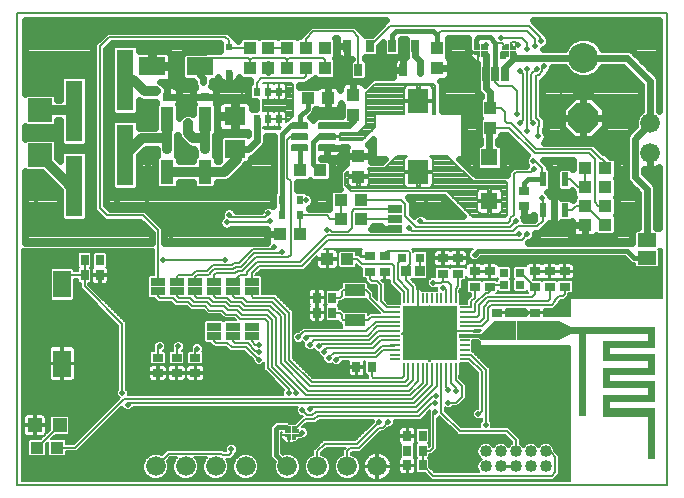
<source format=gtl>
G75*
%MOIN*%
%OFA0B0*%
%FSLAX25Y25*%
%IPPOS*%
%LPD*%
%AMOC8*
5,1,8,0,0,1.08239X$1,22.5*
%
%ADD10C,0.00600*%
%ADD11C,0.00581*%
%ADD12R,0.03937X0.04331*%
%ADD13R,0.02362X0.03150*%
%ADD14R,0.04331X0.03937*%
%ADD15R,0.06693X0.07874*%
%ADD16C,0.00039*%
%ADD17R,0.00787X0.00787*%
%ADD18R,0.04724X0.04724*%
%ADD19C,0.10000*%
%ADD20OC8,0.10000*%
%ADD21R,0.02165X0.04724*%
%ADD22R,0.02500X0.04000*%
%ADD23R,0.02000X0.02756*%
%ADD24R,0.03543X0.02756*%
%ADD25R,0.02500X0.05000*%
%ADD26R,0.02953X0.02756*%
%ADD27R,0.07087X0.03937*%
%ADD28R,0.03346X0.03543*%
%ADD29C,0.04000*%
%ADD30R,0.02756X0.03543*%
%ADD31C,0.06600*%
%ADD32R,0.03150X0.03150*%
%ADD33R,0.06300X0.04600*%
%ADD34R,0.05906X0.09055*%
%ADD35R,0.03465X0.00906*%
%ADD36R,0.18110X0.18110*%
%ADD37R,0.00906X0.03465*%
%ADD38R,0.05512X0.05512*%
%ADD39R,0.05000X0.02500*%
%ADD40R,0.02362X0.02362*%
%ADD41R,0.05827X0.20315*%
%ADD42R,0.04331X0.07874*%
%ADD43R,0.08740X0.06181*%
%ADD44R,0.07087X0.06299*%
%ADD45R,0.07874X0.07874*%
%ADD46C,0.00100*%
%ADD47R,0.00100X0.00100*%
%ADD48C,0.02100*%
%ADD49C,0.00500*%
%ADD50C,0.01709*%
%ADD51C,0.00800*%
%ADD52C,0.01929*%
%ADD53C,0.01600*%
%ADD54C,0.02400*%
%ADD55C,0.01000*%
%ADD56C,0.03200*%
D10*
X0028250Y0020400D02*
X0244785Y0020400D01*
X0244785Y0177880D01*
X0028250Y0177880D01*
X0028250Y0020400D01*
X0075125Y0088250D02*
X0075125Y0105400D01*
X0070125Y0110400D01*
X0058250Y0110400D01*
X0055750Y0112900D01*
X0055750Y0166650D01*
X0058875Y0169775D01*
X0097625Y0169775D01*
X0098712Y0168688D01*
X0098712Y0166618D01*
X0140652Y0112362D02*
X0154138Y0112362D01*
X0140652Y0112362D02*
X0139781Y0111491D01*
X0139781Y0106306D01*
X0138450Y0104975D01*
X0133050Y0104975D01*
X0132385Y0105640D01*
X0131482Y0105640D01*
X0113875Y0099690D02*
X0113335Y0099150D01*
X0106722Y0099150D01*
X0102172Y0094600D01*
X0100677Y0094600D01*
X0099802Y0093725D01*
X0093382Y0093725D01*
X0091457Y0091800D01*
X0087812Y0091800D01*
X0086412Y0090400D01*
X0082000Y0090400D01*
X0081375Y0089775D01*
X0081375Y0088250D01*
X0055809Y0095400D02*
X0055750Y0095400D01*
X0118537Y0038977D02*
X0118815Y0038699D01*
X0123250Y0037900D02*
X0123273Y0037900D01*
X0216500Y0044800D02*
X0216550Y0044800D01*
D11*
X0134111Y0133781D02*
X0128983Y0133781D01*
X0134111Y0133781D02*
X0134111Y0132039D01*
X0128983Y0132039D01*
X0128983Y0133781D01*
X0128983Y0132591D02*
X0134111Y0132591D01*
X0134111Y0133143D02*
X0128983Y0133143D01*
X0128983Y0133695D02*
X0134111Y0133695D01*
X0134111Y0137521D02*
X0128983Y0137521D01*
X0134111Y0137521D02*
X0134111Y0135779D01*
X0128983Y0135779D01*
X0128983Y0137521D01*
X0128983Y0136331D02*
X0134111Y0136331D01*
X0134111Y0136883D02*
X0128983Y0136883D01*
X0128983Y0137435D02*
X0134111Y0137435D01*
X0134111Y0141261D02*
X0128983Y0141261D01*
X0134111Y0141261D02*
X0134111Y0139519D01*
X0128983Y0139519D01*
X0128983Y0141261D01*
X0128983Y0140071D02*
X0134111Y0140071D01*
X0134111Y0140623D02*
X0128983Y0140623D01*
X0128983Y0141175D02*
X0134111Y0141175D01*
X0125017Y0141261D02*
X0119889Y0141261D01*
X0125017Y0141261D02*
X0125017Y0139519D01*
X0119889Y0139519D01*
X0119889Y0141261D01*
X0119889Y0140071D02*
X0125017Y0140071D01*
X0125017Y0140623D02*
X0119889Y0140623D01*
X0119889Y0141175D02*
X0125017Y0141175D01*
X0125017Y0137521D02*
X0119889Y0137521D01*
X0125017Y0137521D02*
X0125017Y0135779D01*
X0119889Y0135779D01*
X0119889Y0137521D01*
X0119889Y0136331D02*
X0125017Y0136331D01*
X0125017Y0136883D02*
X0119889Y0136883D01*
X0119889Y0137435D02*
X0125017Y0137435D01*
X0125017Y0133781D02*
X0119889Y0133781D01*
X0125017Y0133781D02*
X0125017Y0132039D01*
X0119889Y0132039D01*
X0119889Y0133781D01*
X0119889Y0132591D02*
X0125017Y0132591D01*
X0125017Y0133143D02*
X0119889Y0133143D01*
X0119889Y0133695D02*
X0125017Y0133695D01*
D12*
X0142000Y0129996D03*
X0142000Y0123304D03*
X0140125Y0143929D03*
X0140125Y0150621D03*
X0130750Y0159554D03*
X0124500Y0159554D03*
X0118250Y0159554D03*
X0112000Y0159554D03*
X0105750Y0159554D03*
X0105750Y0166246D03*
X0112000Y0166246D03*
X0118250Y0166246D03*
X0124500Y0166246D03*
X0130750Y0166246D03*
X0168250Y0166246D03*
X0168250Y0159554D03*
X0185800Y0146121D03*
X0185800Y0139429D03*
D13*
X0122453Y0115400D03*
X0122453Y0110400D03*
X0116547Y0110400D03*
X0116547Y0115400D03*
D14*
X0115841Y0104187D03*
X0122534Y0104187D03*
X0131641Y0095762D03*
X0138334Y0095762D03*
X0136154Y0109150D03*
X0136154Y0115400D03*
X0142846Y0115400D03*
X0142846Y0109150D03*
X0129096Y0125400D03*
X0122404Y0125400D03*
X0125029Y0149513D03*
X0131721Y0149513D03*
X0217504Y0126012D03*
X0224196Y0126012D03*
X0224196Y0119762D03*
X0217504Y0119762D03*
X0217504Y0113512D03*
X0224196Y0113512D03*
X0224196Y0107262D03*
X0217504Y0107262D03*
X0041596Y0032900D03*
X0034904Y0032900D03*
D15*
X0162000Y0124839D03*
X0162000Y0148461D03*
D16*
X0181403Y0163426D02*
X0182308Y0163426D01*
X0182308Y0165158D01*
X0180576Y0165158D01*
X0180576Y0164253D01*
X0181403Y0164253D01*
X0181403Y0163426D01*
X0181403Y0163440D02*
X0182308Y0163440D01*
X0182308Y0163478D02*
X0181403Y0163478D01*
X0181403Y0163516D02*
X0182308Y0163516D01*
X0182308Y0163554D02*
X0181403Y0163554D01*
X0181403Y0163592D02*
X0182308Y0163592D01*
X0182308Y0163630D02*
X0181403Y0163630D01*
X0181403Y0163667D02*
X0182308Y0163667D01*
X0182308Y0163705D02*
X0181403Y0163705D01*
X0181403Y0163743D02*
X0182308Y0163743D01*
X0182308Y0163781D02*
X0181403Y0163781D01*
X0181403Y0163819D02*
X0182308Y0163819D01*
X0182308Y0163857D02*
X0181403Y0163857D01*
X0181403Y0163895D02*
X0182308Y0163895D01*
X0182308Y0163933D02*
X0181403Y0163933D01*
X0181403Y0163970D02*
X0182308Y0163970D01*
X0182308Y0164008D02*
X0181403Y0164008D01*
X0181403Y0164046D02*
X0182308Y0164046D01*
X0182308Y0164084D02*
X0181403Y0164084D01*
X0181403Y0164122D02*
X0182308Y0164122D01*
X0182308Y0164160D02*
X0181403Y0164160D01*
X0181403Y0164198D02*
X0182308Y0164198D01*
X0182308Y0164236D02*
X0181403Y0164236D01*
X0180576Y0164274D02*
X0182308Y0164274D01*
X0182308Y0164311D02*
X0180576Y0164311D01*
X0180576Y0164349D02*
X0182308Y0164349D01*
X0182308Y0164387D02*
X0180576Y0164387D01*
X0180576Y0164425D02*
X0182308Y0164425D01*
X0182308Y0164463D02*
X0180576Y0164463D01*
X0180576Y0164501D02*
X0182308Y0164501D01*
X0182308Y0164539D02*
X0180576Y0164539D01*
X0180576Y0164577D02*
X0182308Y0164577D01*
X0182308Y0164614D02*
X0180576Y0164614D01*
X0180576Y0164652D02*
X0182308Y0164652D01*
X0182308Y0164690D02*
X0180576Y0164690D01*
X0180576Y0164728D02*
X0182308Y0164728D01*
X0182308Y0164766D02*
X0180576Y0164766D01*
X0180576Y0164804D02*
X0182308Y0164804D01*
X0182308Y0164842D02*
X0180576Y0164842D01*
X0180576Y0164880D02*
X0182308Y0164880D01*
X0182308Y0164918D02*
X0180576Y0164918D01*
X0180576Y0164955D02*
X0182308Y0164955D01*
X0182308Y0164993D02*
X0180576Y0164993D01*
X0180576Y0165031D02*
X0182308Y0165031D01*
X0182308Y0165069D02*
X0180576Y0165069D01*
X0180576Y0165107D02*
X0182308Y0165107D01*
X0182308Y0165145D02*
X0180576Y0165145D01*
X0180576Y0165867D02*
X0180576Y0166772D01*
X0181403Y0166772D01*
X0181403Y0167599D01*
X0182308Y0167599D01*
X0182308Y0165867D01*
X0180576Y0165867D01*
X0180576Y0165902D02*
X0182308Y0165902D01*
X0182308Y0165940D02*
X0180576Y0165940D01*
X0180576Y0165978D02*
X0182308Y0165978D01*
X0182308Y0166016D02*
X0180576Y0166016D01*
X0180576Y0166054D02*
X0182308Y0166054D01*
X0182308Y0166092D02*
X0180576Y0166092D01*
X0180576Y0166130D02*
X0182308Y0166130D01*
X0182308Y0166168D02*
X0180576Y0166168D01*
X0180576Y0166205D02*
X0182308Y0166205D01*
X0182308Y0166243D02*
X0180576Y0166243D01*
X0180576Y0166281D02*
X0182308Y0166281D01*
X0182308Y0166319D02*
X0180576Y0166319D01*
X0180576Y0166357D02*
X0182308Y0166357D01*
X0182308Y0166395D02*
X0180576Y0166395D01*
X0180576Y0166433D02*
X0182308Y0166433D01*
X0182308Y0166471D02*
X0180576Y0166471D01*
X0180576Y0166509D02*
X0182308Y0166509D01*
X0182308Y0166546D02*
X0180576Y0166546D01*
X0180576Y0166584D02*
X0182308Y0166584D01*
X0182308Y0166622D02*
X0180576Y0166622D01*
X0180576Y0166660D02*
X0182308Y0166660D01*
X0182308Y0166698D02*
X0180576Y0166698D01*
X0180576Y0166736D02*
X0182308Y0166736D01*
X0182308Y0166774D02*
X0181403Y0166774D01*
X0181403Y0166812D02*
X0182308Y0166812D01*
X0182308Y0166849D02*
X0181403Y0166849D01*
X0181403Y0166887D02*
X0182308Y0166887D01*
X0182308Y0166925D02*
X0181403Y0166925D01*
X0181403Y0166963D02*
X0182308Y0166963D01*
X0182308Y0167001D02*
X0181403Y0167001D01*
X0181403Y0167039D02*
X0182308Y0167039D01*
X0182308Y0167077D02*
X0181403Y0167077D01*
X0181403Y0167115D02*
X0182308Y0167115D01*
X0182308Y0167153D02*
X0181403Y0167153D01*
X0181403Y0167190D02*
X0182308Y0167190D01*
X0182308Y0167228D02*
X0181403Y0167228D01*
X0181403Y0167266D02*
X0182308Y0167266D01*
X0182308Y0167304D02*
X0181403Y0167304D01*
X0181403Y0167342D02*
X0182308Y0167342D01*
X0182308Y0167380D02*
X0181403Y0167380D01*
X0181403Y0167418D02*
X0182308Y0167418D01*
X0182308Y0167456D02*
X0181403Y0167456D01*
X0181403Y0167493D02*
X0182308Y0167493D01*
X0182308Y0167531D02*
X0181403Y0167531D01*
X0181403Y0167569D02*
X0182308Y0167569D01*
X0183017Y0167569D02*
X0183922Y0167569D01*
X0183922Y0167599D02*
X0183017Y0167599D01*
X0183017Y0165867D01*
X0184749Y0165867D01*
X0184749Y0166772D01*
X0183922Y0166772D01*
X0183922Y0167599D01*
X0183922Y0167531D02*
X0183017Y0167531D01*
X0183017Y0167493D02*
X0183922Y0167493D01*
X0183922Y0167456D02*
X0183017Y0167456D01*
X0183017Y0167418D02*
X0183922Y0167418D01*
X0183922Y0167380D02*
X0183017Y0167380D01*
X0183017Y0167342D02*
X0183922Y0167342D01*
X0183922Y0167304D02*
X0183017Y0167304D01*
X0183017Y0167266D02*
X0183922Y0167266D01*
X0183922Y0167228D02*
X0183017Y0167228D01*
X0183017Y0167190D02*
X0183922Y0167190D01*
X0183922Y0167153D02*
X0183017Y0167153D01*
X0183017Y0167115D02*
X0183922Y0167115D01*
X0183922Y0167077D02*
X0183017Y0167077D01*
X0183017Y0167039D02*
X0183922Y0167039D01*
X0183922Y0167001D02*
X0183017Y0167001D01*
X0183017Y0166963D02*
X0183922Y0166963D01*
X0183922Y0166925D02*
X0183017Y0166925D01*
X0183017Y0166887D02*
X0183922Y0166887D01*
X0183922Y0166849D02*
X0183017Y0166849D01*
X0183017Y0166812D02*
X0183922Y0166812D01*
X0183922Y0166774D02*
X0183017Y0166774D01*
X0183017Y0166736D02*
X0184749Y0166736D01*
X0184749Y0166698D02*
X0183017Y0166698D01*
X0183017Y0166660D02*
X0184749Y0166660D01*
X0184749Y0166622D02*
X0183017Y0166622D01*
X0183017Y0166584D02*
X0184749Y0166584D01*
X0184749Y0166546D02*
X0183017Y0166546D01*
X0183017Y0166509D02*
X0184749Y0166509D01*
X0184749Y0166471D02*
X0183017Y0166471D01*
X0183017Y0166433D02*
X0184749Y0166433D01*
X0184749Y0166395D02*
X0183017Y0166395D01*
X0183017Y0166357D02*
X0184749Y0166357D01*
X0184749Y0166319D02*
X0183017Y0166319D01*
X0183017Y0166281D02*
X0184749Y0166281D01*
X0184749Y0166243D02*
X0183017Y0166243D01*
X0183017Y0166205D02*
X0184749Y0166205D01*
X0184749Y0166168D02*
X0183017Y0166168D01*
X0183017Y0166130D02*
X0184749Y0166130D01*
X0184749Y0166092D02*
X0183017Y0166092D01*
X0183017Y0166054D02*
X0184749Y0166054D01*
X0184749Y0166016D02*
X0183017Y0166016D01*
X0183017Y0165978D02*
X0184749Y0165978D01*
X0184749Y0165940D02*
X0183017Y0165940D01*
X0183017Y0165902D02*
X0184749Y0165902D01*
X0184749Y0165158D02*
X0184749Y0164253D01*
X0183922Y0164253D01*
X0183922Y0163426D01*
X0183017Y0163426D01*
X0183017Y0165158D01*
X0184749Y0165158D01*
X0184749Y0165145D02*
X0183017Y0165145D01*
X0183017Y0165107D02*
X0184749Y0165107D01*
X0184749Y0165069D02*
X0183017Y0165069D01*
X0183017Y0165031D02*
X0184749Y0165031D01*
X0184749Y0164993D02*
X0183017Y0164993D01*
X0183017Y0164955D02*
X0184749Y0164955D01*
X0184749Y0164918D02*
X0183017Y0164918D01*
X0183017Y0164880D02*
X0184749Y0164880D01*
X0184749Y0164842D02*
X0183017Y0164842D01*
X0183017Y0164804D02*
X0184749Y0164804D01*
X0184749Y0164766D02*
X0183017Y0164766D01*
X0183017Y0164728D02*
X0184749Y0164728D01*
X0184749Y0164690D02*
X0183017Y0164690D01*
X0183017Y0164652D02*
X0184749Y0164652D01*
X0184749Y0164614D02*
X0183017Y0164614D01*
X0183017Y0164577D02*
X0184749Y0164577D01*
X0184749Y0164539D02*
X0183017Y0164539D01*
X0183017Y0164501D02*
X0184749Y0164501D01*
X0184749Y0164463D02*
X0183017Y0164463D01*
X0183017Y0164425D02*
X0184749Y0164425D01*
X0184749Y0164387D02*
X0183017Y0164387D01*
X0183017Y0164349D02*
X0184749Y0164349D01*
X0184749Y0164311D02*
X0183017Y0164311D01*
X0183017Y0164274D02*
X0184749Y0164274D01*
X0183922Y0164236D02*
X0183017Y0164236D01*
X0183017Y0164198D02*
X0183922Y0164198D01*
X0183922Y0164160D02*
X0183017Y0164160D01*
X0183017Y0164122D02*
X0183922Y0164122D01*
X0183922Y0164084D02*
X0183017Y0164084D01*
X0183017Y0164046D02*
X0183922Y0164046D01*
X0183922Y0164008D02*
X0183017Y0164008D01*
X0183017Y0163970D02*
X0183922Y0163970D01*
X0183922Y0163933D02*
X0183017Y0163933D01*
X0183017Y0163895D02*
X0183922Y0163895D01*
X0183922Y0163857D02*
X0183017Y0163857D01*
X0183017Y0163819D02*
X0183922Y0163819D01*
X0183922Y0163781D02*
X0183017Y0163781D01*
X0183017Y0163743D02*
X0183922Y0163743D01*
X0183922Y0163705D02*
X0183017Y0163705D01*
X0183017Y0163667D02*
X0183922Y0163667D01*
X0183922Y0163630D02*
X0183017Y0163630D01*
X0183017Y0163592D02*
X0183922Y0163592D01*
X0183922Y0163554D02*
X0183017Y0163554D01*
X0183017Y0163516D02*
X0183922Y0163516D01*
X0183922Y0163478D02*
X0183017Y0163478D01*
X0183017Y0163440D02*
X0183922Y0163440D01*
X0189963Y0164253D02*
X0190790Y0164253D01*
X0190790Y0163426D01*
X0191696Y0163426D01*
X0191696Y0165158D01*
X0189963Y0165158D01*
X0189963Y0164253D01*
X0189963Y0164274D02*
X0191696Y0164274D01*
X0191696Y0164311D02*
X0189963Y0164311D01*
X0189963Y0164349D02*
X0191696Y0164349D01*
X0191696Y0164387D02*
X0189963Y0164387D01*
X0189963Y0164425D02*
X0191696Y0164425D01*
X0191696Y0164463D02*
X0189963Y0164463D01*
X0189963Y0164501D02*
X0191696Y0164501D01*
X0191696Y0164539D02*
X0189963Y0164539D01*
X0189963Y0164577D02*
X0191696Y0164577D01*
X0191696Y0164614D02*
X0189963Y0164614D01*
X0189963Y0164652D02*
X0191696Y0164652D01*
X0191696Y0164690D02*
X0189963Y0164690D01*
X0189963Y0164728D02*
X0191696Y0164728D01*
X0191696Y0164766D02*
X0189963Y0164766D01*
X0189963Y0164804D02*
X0191696Y0164804D01*
X0191696Y0164842D02*
X0189963Y0164842D01*
X0189963Y0164880D02*
X0191696Y0164880D01*
X0191696Y0164918D02*
X0189963Y0164918D01*
X0189963Y0164955D02*
X0191696Y0164955D01*
X0191696Y0164993D02*
X0189963Y0164993D01*
X0189963Y0165031D02*
X0191696Y0165031D01*
X0191696Y0165069D02*
X0189963Y0165069D01*
X0189963Y0165107D02*
X0191696Y0165107D01*
X0191696Y0165145D02*
X0189963Y0165145D01*
X0189963Y0165867D02*
X0189963Y0166772D01*
X0190790Y0166772D01*
X0190790Y0167599D01*
X0191696Y0167599D01*
X0191696Y0165867D01*
X0189963Y0165867D01*
X0189963Y0165902D02*
X0191696Y0165902D01*
X0191696Y0165940D02*
X0189963Y0165940D01*
X0189963Y0165978D02*
X0191696Y0165978D01*
X0191696Y0166016D02*
X0189963Y0166016D01*
X0189963Y0166054D02*
X0191696Y0166054D01*
X0191696Y0166092D02*
X0189963Y0166092D01*
X0189963Y0166130D02*
X0191696Y0166130D01*
X0191696Y0166168D02*
X0189963Y0166168D01*
X0189963Y0166205D02*
X0191696Y0166205D01*
X0191696Y0166243D02*
X0189963Y0166243D01*
X0189963Y0166281D02*
X0191696Y0166281D01*
X0191696Y0166319D02*
X0189963Y0166319D01*
X0189963Y0166357D02*
X0191696Y0166357D01*
X0191696Y0166395D02*
X0189963Y0166395D01*
X0189963Y0166433D02*
X0191696Y0166433D01*
X0191696Y0166471D02*
X0189963Y0166471D01*
X0189963Y0166509D02*
X0191696Y0166509D01*
X0191696Y0166546D02*
X0189963Y0166546D01*
X0189963Y0166584D02*
X0191696Y0166584D01*
X0191696Y0166622D02*
X0189963Y0166622D01*
X0189963Y0166660D02*
X0191696Y0166660D01*
X0191696Y0166698D02*
X0189963Y0166698D01*
X0189963Y0166736D02*
X0191696Y0166736D01*
X0191696Y0166774D02*
X0190790Y0166774D01*
X0190790Y0166812D02*
X0191696Y0166812D01*
X0191696Y0166849D02*
X0190790Y0166849D01*
X0190790Y0166887D02*
X0191696Y0166887D01*
X0191696Y0166925D02*
X0190790Y0166925D01*
X0190790Y0166963D02*
X0191696Y0166963D01*
X0191696Y0167001D02*
X0190790Y0167001D01*
X0190790Y0167039D02*
X0191696Y0167039D01*
X0191696Y0167077D02*
X0190790Y0167077D01*
X0190790Y0167115D02*
X0191696Y0167115D01*
X0191696Y0167153D02*
X0190790Y0167153D01*
X0190790Y0167190D02*
X0191696Y0167190D01*
X0191696Y0167228D02*
X0190790Y0167228D01*
X0190790Y0167266D02*
X0191696Y0167266D01*
X0191696Y0167304D02*
X0190790Y0167304D01*
X0190790Y0167342D02*
X0191696Y0167342D01*
X0191696Y0167380D02*
X0190790Y0167380D01*
X0190790Y0167418D02*
X0191696Y0167418D01*
X0191696Y0167456D02*
X0190790Y0167456D01*
X0190790Y0167493D02*
X0191696Y0167493D01*
X0191696Y0167531D02*
X0190790Y0167531D01*
X0190790Y0167569D02*
X0191696Y0167569D01*
X0192404Y0167569D02*
X0193310Y0167569D01*
X0193310Y0167599D02*
X0192404Y0167599D01*
X0192404Y0165867D01*
X0194137Y0165867D01*
X0194137Y0166772D01*
X0193310Y0166772D01*
X0193310Y0167599D01*
X0193310Y0167531D02*
X0192404Y0167531D01*
X0192404Y0167493D02*
X0193310Y0167493D01*
X0193310Y0167456D02*
X0192404Y0167456D01*
X0192404Y0167418D02*
X0193310Y0167418D01*
X0193310Y0167380D02*
X0192404Y0167380D01*
X0192404Y0167342D02*
X0193310Y0167342D01*
X0193310Y0167304D02*
X0192404Y0167304D01*
X0192404Y0167266D02*
X0193310Y0167266D01*
X0193310Y0167228D02*
X0192404Y0167228D01*
X0192404Y0167190D02*
X0193310Y0167190D01*
X0193310Y0167153D02*
X0192404Y0167153D01*
X0192404Y0167115D02*
X0193310Y0167115D01*
X0193310Y0167077D02*
X0192404Y0167077D01*
X0192404Y0167039D02*
X0193310Y0167039D01*
X0193310Y0167001D02*
X0192404Y0167001D01*
X0192404Y0166963D02*
X0193310Y0166963D01*
X0193310Y0166925D02*
X0192404Y0166925D01*
X0192404Y0166887D02*
X0193310Y0166887D01*
X0193310Y0166849D02*
X0192404Y0166849D01*
X0192404Y0166812D02*
X0193310Y0166812D01*
X0193310Y0166774D02*
X0192404Y0166774D01*
X0192404Y0166736D02*
X0194137Y0166736D01*
X0194137Y0166698D02*
X0192404Y0166698D01*
X0192404Y0166660D02*
X0194137Y0166660D01*
X0194137Y0166622D02*
X0192404Y0166622D01*
X0192404Y0166584D02*
X0194137Y0166584D01*
X0194137Y0166546D02*
X0192404Y0166546D01*
X0192404Y0166509D02*
X0194137Y0166509D01*
X0194137Y0166471D02*
X0192404Y0166471D01*
X0192404Y0166433D02*
X0194137Y0166433D01*
X0194137Y0166395D02*
X0192404Y0166395D01*
X0192404Y0166357D02*
X0194137Y0166357D01*
X0194137Y0166319D02*
X0192404Y0166319D01*
X0192404Y0166281D02*
X0194137Y0166281D01*
X0194137Y0166243D02*
X0192404Y0166243D01*
X0192404Y0166205D02*
X0194137Y0166205D01*
X0194137Y0166168D02*
X0192404Y0166168D01*
X0192404Y0166130D02*
X0194137Y0166130D01*
X0194137Y0166092D02*
X0192404Y0166092D01*
X0192404Y0166054D02*
X0194137Y0166054D01*
X0194137Y0166016D02*
X0192404Y0166016D01*
X0192404Y0165978D02*
X0194137Y0165978D01*
X0194137Y0165940D02*
X0192404Y0165940D01*
X0192404Y0165902D02*
X0194137Y0165902D01*
X0194137Y0165158D02*
X0194137Y0164253D01*
X0193310Y0164253D01*
X0193310Y0163426D01*
X0192404Y0163426D01*
X0192404Y0165158D01*
X0194137Y0165158D01*
X0194137Y0165145D02*
X0192404Y0165145D01*
X0192404Y0165107D02*
X0194137Y0165107D01*
X0194137Y0165069D02*
X0192404Y0165069D01*
X0192404Y0165031D02*
X0194137Y0165031D01*
X0194137Y0164993D02*
X0192404Y0164993D01*
X0192404Y0164955D02*
X0194137Y0164955D01*
X0194137Y0164918D02*
X0192404Y0164918D01*
X0192404Y0164880D02*
X0194137Y0164880D01*
X0194137Y0164842D02*
X0192404Y0164842D01*
X0192404Y0164804D02*
X0194137Y0164804D01*
X0194137Y0164766D02*
X0192404Y0164766D01*
X0192404Y0164728D02*
X0194137Y0164728D01*
X0194137Y0164690D02*
X0192404Y0164690D01*
X0192404Y0164652D02*
X0194137Y0164652D01*
X0194137Y0164614D02*
X0192404Y0164614D01*
X0192404Y0164577D02*
X0194137Y0164577D01*
X0194137Y0164539D02*
X0192404Y0164539D01*
X0192404Y0164501D02*
X0194137Y0164501D01*
X0194137Y0164463D02*
X0192404Y0164463D01*
X0192404Y0164425D02*
X0194137Y0164425D01*
X0194137Y0164387D02*
X0192404Y0164387D01*
X0192404Y0164349D02*
X0194137Y0164349D01*
X0194137Y0164311D02*
X0192404Y0164311D01*
X0192404Y0164274D02*
X0194137Y0164274D01*
X0193310Y0164236D02*
X0192404Y0164236D01*
X0192404Y0164198D02*
X0193310Y0164198D01*
X0193310Y0164160D02*
X0192404Y0164160D01*
X0192404Y0164122D02*
X0193310Y0164122D01*
X0193310Y0164084D02*
X0192404Y0164084D01*
X0192404Y0164046D02*
X0193310Y0164046D01*
X0193310Y0164008D02*
X0192404Y0164008D01*
X0192404Y0163970D02*
X0193310Y0163970D01*
X0193310Y0163933D02*
X0192404Y0163933D01*
X0192404Y0163895D02*
X0193310Y0163895D01*
X0193310Y0163857D02*
X0192404Y0163857D01*
X0192404Y0163819D02*
X0193310Y0163819D01*
X0193310Y0163781D02*
X0192404Y0163781D01*
X0192404Y0163743D02*
X0193310Y0163743D01*
X0193310Y0163705D02*
X0192404Y0163705D01*
X0192404Y0163667D02*
X0193310Y0163667D01*
X0193310Y0163630D02*
X0192404Y0163630D01*
X0192404Y0163592D02*
X0193310Y0163592D01*
X0193310Y0163554D02*
X0192404Y0163554D01*
X0192404Y0163516D02*
X0193310Y0163516D01*
X0193310Y0163478D02*
X0192404Y0163478D01*
X0192404Y0163440D02*
X0193310Y0163440D01*
X0191696Y0163440D02*
X0190790Y0163440D01*
X0190790Y0163478D02*
X0191696Y0163478D01*
X0191696Y0163516D02*
X0190790Y0163516D01*
X0190790Y0163554D02*
X0191696Y0163554D01*
X0191696Y0163592D02*
X0190790Y0163592D01*
X0190790Y0163630D02*
X0191696Y0163630D01*
X0191696Y0163667D02*
X0190790Y0163667D01*
X0190790Y0163705D02*
X0191696Y0163705D01*
X0191696Y0163743D02*
X0190790Y0163743D01*
X0190790Y0163781D02*
X0191696Y0163781D01*
X0191696Y0163819D02*
X0190790Y0163819D01*
X0190790Y0163857D02*
X0191696Y0163857D01*
X0191696Y0163895D02*
X0190790Y0163895D01*
X0190790Y0163933D02*
X0191696Y0163933D01*
X0191696Y0163970D02*
X0190790Y0163970D01*
X0190790Y0164008D02*
X0191696Y0164008D01*
X0191696Y0164046D02*
X0190790Y0164046D01*
X0190790Y0164084D02*
X0191696Y0164084D01*
X0191696Y0164122D02*
X0190790Y0164122D01*
X0190790Y0164160D02*
X0191696Y0164160D01*
X0191696Y0164198D02*
X0190790Y0164198D01*
X0190790Y0164236D02*
X0191696Y0164236D01*
X0120862Y0039999D02*
X0119957Y0039999D01*
X0119957Y0038266D01*
X0121689Y0038266D01*
X0121689Y0039172D01*
X0120862Y0039172D01*
X0120862Y0039999D01*
X0120862Y0039985D02*
X0119957Y0039985D01*
X0119957Y0039947D02*
X0120862Y0039947D01*
X0120862Y0039909D02*
X0119957Y0039909D01*
X0119957Y0039871D02*
X0120862Y0039871D01*
X0120862Y0039833D02*
X0119957Y0039833D01*
X0119957Y0039795D02*
X0120862Y0039795D01*
X0120862Y0039757D02*
X0119957Y0039757D01*
X0119957Y0039720D02*
X0120862Y0039720D01*
X0120862Y0039682D02*
X0119957Y0039682D01*
X0119957Y0039644D02*
X0120862Y0039644D01*
X0120862Y0039606D02*
X0119957Y0039606D01*
X0119957Y0039568D02*
X0120862Y0039568D01*
X0120862Y0039530D02*
X0119957Y0039530D01*
X0119957Y0039492D02*
X0120862Y0039492D01*
X0120862Y0039454D02*
X0119957Y0039454D01*
X0119957Y0039416D02*
X0120862Y0039416D01*
X0120862Y0039379D02*
X0119957Y0039379D01*
X0119957Y0039341D02*
X0120862Y0039341D01*
X0120862Y0039303D02*
X0119957Y0039303D01*
X0119957Y0039265D02*
X0120862Y0039265D01*
X0120862Y0039227D02*
X0119957Y0039227D01*
X0119957Y0039189D02*
X0120862Y0039189D01*
X0121689Y0039151D02*
X0119957Y0039151D01*
X0119957Y0039113D02*
X0121689Y0039113D01*
X0121689Y0039076D02*
X0119957Y0039076D01*
X0119957Y0039038D02*
X0121689Y0039038D01*
X0121689Y0039000D02*
X0119957Y0039000D01*
X0119957Y0038962D02*
X0121689Y0038962D01*
X0121689Y0038924D02*
X0119957Y0038924D01*
X0119957Y0038886D02*
X0121689Y0038886D01*
X0121689Y0038848D02*
X0119957Y0038848D01*
X0119957Y0038810D02*
X0121689Y0038810D01*
X0121689Y0038772D02*
X0119957Y0038772D01*
X0119957Y0038735D02*
X0121689Y0038735D01*
X0121689Y0038697D02*
X0119957Y0038697D01*
X0119957Y0038659D02*
X0121689Y0038659D01*
X0121689Y0038621D02*
X0119957Y0038621D01*
X0119957Y0038583D02*
X0121689Y0038583D01*
X0121689Y0038545D02*
X0119957Y0038545D01*
X0119957Y0038507D02*
X0121689Y0038507D01*
X0121689Y0038469D02*
X0119957Y0038469D01*
X0119957Y0038432D02*
X0121689Y0038432D01*
X0121689Y0038394D02*
X0119957Y0038394D01*
X0119957Y0038356D02*
X0121689Y0038356D01*
X0121689Y0038318D02*
X0119957Y0038318D01*
X0119957Y0038280D02*
X0121689Y0038280D01*
X0121689Y0037558D02*
X0121689Y0036652D01*
X0120862Y0036652D01*
X0120862Y0035825D01*
X0119957Y0035825D01*
X0119957Y0037558D01*
X0121689Y0037558D01*
X0121689Y0037522D02*
X0119957Y0037522D01*
X0119957Y0037485D02*
X0121689Y0037485D01*
X0121689Y0037447D02*
X0119957Y0037447D01*
X0119957Y0037409D02*
X0121689Y0037409D01*
X0121689Y0037371D02*
X0119957Y0037371D01*
X0119957Y0037333D02*
X0121689Y0037333D01*
X0121689Y0037295D02*
X0119957Y0037295D01*
X0119957Y0037257D02*
X0121689Y0037257D01*
X0121689Y0037219D02*
X0119957Y0037219D01*
X0119957Y0037181D02*
X0121689Y0037181D01*
X0121689Y0037144D02*
X0119957Y0037144D01*
X0119957Y0037106D02*
X0121689Y0037106D01*
X0121689Y0037068D02*
X0119957Y0037068D01*
X0119957Y0037030D02*
X0121689Y0037030D01*
X0121689Y0036992D02*
X0119957Y0036992D01*
X0119957Y0036954D02*
X0121689Y0036954D01*
X0121689Y0036916D02*
X0119957Y0036916D01*
X0119957Y0036878D02*
X0121689Y0036878D01*
X0121689Y0036841D02*
X0119957Y0036841D01*
X0119957Y0036803D02*
X0121689Y0036803D01*
X0121689Y0036765D02*
X0119957Y0036765D01*
X0119957Y0036727D02*
X0121689Y0036727D01*
X0121689Y0036689D02*
X0119957Y0036689D01*
X0119957Y0036651D02*
X0120862Y0036651D01*
X0120862Y0036613D02*
X0119957Y0036613D01*
X0119957Y0036575D02*
X0120862Y0036575D01*
X0120862Y0036537D02*
X0119957Y0036537D01*
X0119957Y0036500D02*
X0120862Y0036500D01*
X0120862Y0036462D02*
X0119957Y0036462D01*
X0119957Y0036424D02*
X0120862Y0036424D01*
X0120862Y0036386D02*
X0119957Y0036386D01*
X0119957Y0036348D02*
X0120862Y0036348D01*
X0120862Y0036310D02*
X0119957Y0036310D01*
X0119957Y0036272D02*
X0120862Y0036272D01*
X0120862Y0036234D02*
X0119957Y0036234D01*
X0119957Y0036197D02*
X0120862Y0036197D01*
X0120862Y0036159D02*
X0119957Y0036159D01*
X0119957Y0036121D02*
X0120862Y0036121D01*
X0120862Y0036083D02*
X0119957Y0036083D01*
X0119957Y0036045D02*
X0120862Y0036045D01*
X0120862Y0036007D02*
X0119957Y0036007D01*
X0119957Y0035969D02*
X0120862Y0035969D01*
X0120862Y0035931D02*
X0119957Y0035931D01*
X0119957Y0035893D02*
X0120862Y0035893D01*
X0120862Y0035856D02*
X0119957Y0035856D01*
X0119248Y0035856D02*
X0118343Y0035856D01*
X0118343Y0035825D02*
X0119248Y0035825D01*
X0119248Y0037558D01*
X0117516Y0037558D01*
X0117516Y0036652D01*
X0118343Y0036652D01*
X0118343Y0035825D01*
X0118343Y0035893D02*
X0119248Y0035893D01*
X0119248Y0035931D02*
X0118343Y0035931D01*
X0118343Y0035969D02*
X0119248Y0035969D01*
X0119248Y0036007D02*
X0118343Y0036007D01*
X0118343Y0036045D02*
X0119248Y0036045D01*
X0119248Y0036083D02*
X0118343Y0036083D01*
X0118343Y0036121D02*
X0119248Y0036121D01*
X0119248Y0036159D02*
X0118343Y0036159D01*
X0118343Y0036197D02*
X0119248Y0036197D01*
X0119248Y0036234D02*
X0118343Y0036234D01*
X0118343Y0036272D02*
X0119248Y0036272D01*
X0119248Y0036310D02*
X0118343Y0036310D01*
X0118343Y0036348D02*
X0119248Y0036348D01*
X0119248Y0036386D02*
X0118343Y0036386D01*
X0118343Y0036424D02*
X0119248Y0036424D01*
X0119248Y0036462D02*
X0118343Y0036462D01*
X0118343Y0036500D02*
X0119248Y0036500D01*
X0119248Y0036537D02*
X0118343Y0036537D01*
X0118343Y0036575D02*
X0119248Y0036575D01*
X0119248Y0036613D02*
X0118343Y0036613D01*
X0118343Y0036651D02*
X0119248Y0036651D01*
X0119248Y0036689D02*
X0117516Y0036689D01*
X0117516Y0036727D02*
X0119248Y0036727D01*
X0119248Y0036765D02*
X0117516Y0036765D01*
X0117516Y0036803D02*
X0119248Y0036803D01*
X0119248Y0036841D02*
X0117516Y0036841D01*
X0117516Y0036878D02*
X0119248Y0036878D01*
X0119248Y0036916D02*
X0117516Y0036916D01*
X0117516Y0036954D02*
X0119248Y0036954D01*
X0119248Y0036992D02*
X0117516Y0036992D01*
X0117516Y0037030D02*
X0119248Y0037030D01*
X0119248Y0037068D02*
X0117516Y0037068D01*
X0117516Y0037106D02*
X0119248Y0037106D01*
X0119248Y0037144D02*
X0117516Y0037144D01*
X0117516Y0037181D02*
X0119248Y0037181D01*
X0119248Y0037219D02*
X0117516Y0037219D01*
X0117516Y0037257D02*
X0119248Y0037257D01*
X0119248Y0037295D02*
X0117516Y0037295D01*
X0117516Y0037333D02*
X0119248Y0037333D01*
X0119248Y0037371D02*
X0117516Y0037371D01*
X0117516Y0037409D02*
X0119248Y0037409D01*
X0119248Y0037447D02*
X0117516Y0037447D01*
X0117516Y0037485D02*
X0119248Y0037485D01*
X0119248Y0037522D02*
X0117516Y0037522D01*
X0117516Y0038266D02*
X0117516Y0039172D01*
X0118343Y0039172D01*
X0118343Y0039999D01*
X0119248Y0039999D01*
X0119248Y0038266D01*
X0117516Y0038266D01*
X0117516Y0038280D02*
X0119248Y0038280D01*
X0119248Y0038318D02*
X0117516Y0038318D01*
X0117516Y0038356D02*
X0119248Y0038356D01*
X0119248Y0038394D02*
X0117516Y0038394D01*
X0117516Y0038432D02*
X0119248Y0038432D01*
X0119248Y0038469D02*
X0117516Y0038469D01*
X0117516Y0038507D02*
X0119248Y0038507D01*
X0119248Y0038545D02*
X0117516Y0038545D01*
X0117516Y0038583D02*
X0119248Y0038583D01*
X0119248Y0038621D02*
X0117516Y0038621D01*
X0117516Y0038659D02*
X0119248Y0038659D01*
X0119248Y0038697D02*
X0117516Y0038697D01*
X0117516Y0038735D02*
X0119248Y0038735D01*
X0119248Y0038772D02*
X0117516Y0038772D01*
X0117516Y0038810D02*
X0119248Y0038810D01*
X0119248Y0038848D02*
X0117516Y0038848D01*
X0117516Y0038886D02*
X0119248Y0038886D01*
X0119248Y0038924D02*
X0117516Y0038924D01*
X0117516Y0038962D02*
X0119248Y0038962D01*
X0119248Y0039000D02*
X0117516Y0039000D01*
X0117516Y0039038D02*
X0119248Y0039038D01*
X0119248Y0039076D02*
X0117516Y0039076D01*
X0117516Y0039113D02*
X0119248Y0039113D01*
X0119248Y0039151D02*
X0117516Y0039151D01*
X0118343Y0039189D02*
X0119248Y0039189D01*
X0119248Y0039227D02*
X0118343Y0039227D01*
X0118343Y0039265D02*
X0119248Y0039265D01*
X0119248Y0039303D02*
X0118343Y0039303D01*
X0118343Y0039341D02*
X0119248Y0039341D01*
X0119248Y0039379D02*
X0118343Y0039379D01*
X0118343Y0039416D02*
X0119248Y0039416D01*
X0119248Y0039454D02*
X0118343Y0039454D01*
X0118343Y0039492D02*
X0119248Y0039492D01*
X0119248Y0039530D02*
X0118343Y0039530D01*
X0118343Y0039568D02*
X0119248Y0039568D01*
X0119248Y0039606D02*
X0118343Y0039606D01*
X0118343Y0039644D02*
X0119248Y0039644D01*
X0119248Y0039682D02*
X0118343Y0039682D01*
X0118343Y0039720D02*
X0119248Y0039720D01*
X0119248Y0039757D02*
X0118343Y0039757D01*
X0118343Y0039795D02*
X0119248Y0039795D01*
X0119248Y0039833D02*
X0118343Y0039833D01*
X0118343Y0039871D02*
X0119248Y0039871D01*
X0119248Y0039909D02*
X0118343Y0039909D01*
X0118343Y0039947D02*
X0119248Y0039947D01*
X0119248Y0039985D02*
X0118343Y0039985D01*
D17*
X0118815Y0038699D03*
X0118815Y0037125D03*
X0120390Y0037125D03*
X0120390Y0038699D03*
X0181875Y0164725D03*
X0183450Y0164725D03*
X0183450Y0166300D03*
X0181875Y0166300D03*
X0191263Y0166300D03*
X0192837Y0166300D03*
X0192837Y0164725D03*
X0191263Y0164725D03*
D18*
X0042384Y0040400D03*
X0034116Y0040400D03*
D19*
X0217000Y0162900D03*
D20*
X0217000Y0142900D03*
D21*
X0210840Y0122381D03*
X0203360Y0122381D03*
X0203360Y0112144D03*
X0207100Y0112144D03*
X0210840Y0112144D03*
D22*
X0157000Y0158963D03*
X0153260Y0166837D03*
X0145740Y0166837D03*
X0138260Y0166837D03*
X0142000Y0158963D03*
X0160740Y0166837D03*
D23*
X0115578Y0151639D03*
X0111837Y0151639D03*
X0108097Y0151639D03*
X0108097Y0142486D03*
X0111837Y0142486D03*
X0115578Y0142486D03*
D24*
X0145750Y0096709D03*
X0150750Y0096709D03*
X0150750Y0091591D03*
X0145750Y0091591D03*
X0170125Y0090966D03*
X0175125Y0090966D03*
X0180750Y0091709D03*
X0185750Y0091709D03*
X0185750Y0086591D03*
X0180750Y0086591D03*
X0188250Y0077959D03*
X0188250Y0072841D03*
X0200750Y0072841D03*
X0200750Y0077959D03*
X0200750Y0086591D03*
X0205750Y0086591D03*
X0210750Y0086591D03*
X0210750Y0091709D03*
X0205750Y0091709D03*
X0200750Y0091709D03*
X0197100Y0113453D03*
X0197100Y0118572D03*
X0175125Y0096084D03*
X0170125Y0096084D03*
X0087625Y0062959D03*
X0081375Y0062959D03*
X0075125Y0062959D03*
X0075125Y0057841D03*
X0081375Y0057841D03*
X0087625Y0057841D03*
D25*
X0207050Y0072100D03*
X0190862Y0157400D03*
X0187662Y0157400D03*
X0184462Y0157400D03*
D26*
X0190593Y0091119D03*
X0190593Y0087181D03*
X0195907Y0087181D03*
X0195907Y0091119D03*
D27*
X0140750Y0085321D03*
X0140750Y0075479D03*
D28*
X0157842Y0091650D03*
X0162408Y0091650D03*
X0192217Y0072900D03*
X0196783Y0072900D03*
D29*
X0194500Y0031650D03*
X0199500Y0031650D03*
X0204500Y0031650D03*
X0204500Y0026650D03*
X0199500Y0026650D03*
X0194500Y0026650D03*
X0189500Y0026650D03*
X0184500Y0026650D03*
X0184500Y0031650D03*
X0189500Y0031650D03*
D30*
X0163397Y0031912D03*
X0163397Y0027012D03*
X0158278Y0027012D03*
X0158278Y0031912D03*
X0158278Y0036813D03*
X0163397Y0036813D03*
X0146434Y0059775D03*
X0141316Y0059775D03*
X0133309Y0077900D03*
X0133309Y0082900D03*
X0128191Y0082900D03*
X0128191Y0077900D03*
X0055809Y0090400D03*
X0055809Y0095400D03*
X0050691Y0095400D03*
X0050691Y0090400D03*
D31*
X0074500Y0026650D03*
X0084500Y0026650D03*
X0094500Y0026650D03*
X0104500Y0026650D03*
X0118250Y0026650D03*
X0128250Y0026650D03*
X0138250Y0026650D03*
X0148250Y0026650D03*
X0239237Y0131037D03*
X0239237Y0141038D03*
D32*
X0162500Y0096025D03*
X0156500Y0096025D03*
X0090750Y0132428D03*
X0078250Y0132428D03*
X0078250Y0149928D03*
X0090750Y0149928D03*
D33*
X0238250Y0102150D03*
X0238250Y0096150D03*
D34*
X0043250Y0087339D03*
X0043250Y0060961D03*
D35*
X0154084Y0062351D03*
X0154084Y0063926D03*
X0154084Y0065501D03*
X0154084Y0067075D03*
X0154084Y0068650D03*
X0154084Y0070225D03*
X0154084Y0071800D03*
X0154084Y0073375D03*
X0154084Y0074950D03*
X0154084Y0076524D03*
X0154084Y0078099D03*
X0154084Y0079674D03*
X0177391Y0079674D03*
X0177391Y0078099D03*
X0177391Y0076524D03*
X0177391Y0074950D03*
X0177391Y0073375D03*
X0177391Y0071800D03*
X0177391Y0070225D03*
X0177391Y0068650D03*
X0177391Y0067075D03*
X0177391Y0065501D03*
X0177391Y0063926D03*
X0177391Y0062351D03*
D36*
X0165738Y0071013D03*
D37*
X0166525Y0082666D03*
X0168100Y0082666D03*
X0169675Y0082666D03*
X0171249Y0082666D03*
X0172824Y0082666D03*
X0174399Y0082666D03*
X0164950Y0082666D03*
X0163375Y0082666D03*
X0161800Y0082666D03*
X0160226Y0082666D03*
X0158651Y0082666D03*
X0157076Y0082666D03*
X0157076Y0059359D03*
X0158651Y0059359D03*
X0160226Y0059359D03*
X0161800Y0059359D03*
X0163375Y0059359D03*
X0164950Y0059359D03*
X0166525Y0059359D03*
X0168100Y0059359D03*
X0169675Y0059359D03*
X0171249Y0059359D03*
X0172824Y0059359D03*
X0174399Y0059359D03*
D38*
X0185662Y0115117D03*
X0185662Y0129683D03*
D39*
X0154138Y0112362D03*
X0154138Y0109162D03*
X0154138Y0105962D03*
X0106375Y0088250D03*
X0106375Y0085050D03*
X0100125Y0085050D03*
X0100125Y0088250D03*
X0093875Y0088250D03*
X0093875Y0085050D03*
X0087625Y0085050D03*
X0087625Y0088250D03*
X0081375Y0088250D03*
X0081375Y0085050D03*
X0075125Y0085050D03*
X0075125Y0088250D03*
X0093875Y0073250D03*
X0093875Y0070050D03*
X0100125Y0070050D03*
X0100125Y0073250D03*
X0106375Y0073250D03*
X0106375Y0070050D03*
D40*
X0098712Y0157957D03*
X0098712Y0166618D03*
D41*
X0064274Y0155557D03*
X0047226Y0145243D03*
X0064274Y0130557D03*
X0047226Y0120243D03*
D42*
X0078250Y0124947D03*
X0090750Y0124947D03*
X0090750Y0142447D03*
X0078250Y0142447D03*
D43*
X0073106Y0160000D03*
X0089169Y0160000D03*
D44*
X0100750Y0143412D03*
X0100750Y0132388D03*
D45*
X0035750Y0130400D03*
X0035750Y0145400D03*
D46*
X0175443Y0070650D02*
X0175443Y0069753D01*
X0179393Y0069753D01*
X0179496Y0069650D01*
X0182200Y0069650D01*
X0182800Y0069050D01*
X0194100Y0069050D01*
X0194100Y0075050D01*
X0187125Y0075050D01*
X0182725Y0070650D01*
X0175443Y0070650D01*
X0175443Y0070641D02*
X0194100Y0070641D01*
X0194100Y0070739D02*
X0182814Y0070739D01*
X0182913Y0070838D02*
X0194100Y0070838D01*
X0194100Y0070936D02*
X0183011Y0070936D01*
X0183110Y0071035D02*
X0194100Y0071035D01*
X0194100Y0071133D02*
X0183208Y0071133D01*
X0183307Y0071232D02*
X0194100Y0071232D01*
X0194100Y0071330D02*
X0183405Y0071330D01*
X0183504Y0071429D02*
X0194100Y0071429D01*
X0194100Y0071527D02*
X0183602Y0071527D01*
X0183701Y0071626D02*
X0194100Y0071626D01*
X0194100Y0071724D02*
X0183799Y0071724D01*
X0183898Y0071823D02*
X0194100Y0071823D01*
X0194100Y0071921D02*
X0183996Y0071921D01*
X0184095Y0072020D02*
X0194100Y0072020D01*
X0194100Y0072118D02*
X0184193Y0072118D01*
X0184292Y0072217D02*
X0194100Y0072217D01*
X0194100Y0072315D02*
X0184390Y0072315D01*
X0184489Y0072414D02*
X0194100Y0072414D01*
X0194100Y0072512D02*
X0184587Y0072512D01*
X0184686Y0072611D02*
X0194100Y0072611D01*
X0194100Y0072710D02*
X0184785Y0072710D01*
X0184883Y0072808D02*
X0194100Y0072808D01*
X0194100Y0072907D02*
X0184982Y0072907D01*
X0185080Y0073005D02*
X0194100Y0073005D01*
X0194100Y0073104D02*
X0185179Y0073104D01*
X0185277Y0073202D02*
X0194100Y0073202D01*
X0194100Y0073301D02*
X0185376Y0073301D01*
X0185474Y0073399D02*
X0194100Y0073399D01*
X0194100Y0073498D02*
X0185573Y0073498D01*
X0185671Y0073596D02*
X0194100Y0073596D01*
X0194100Y0073695D02*
X0185770Y0073695D01*
X0185868Y0073793D02*
X0194100Y0073793D01*
X0194100Y0073892D02*
X0185967Y0073892D01*
X0186065Y0073990D02*
X0194100Y0073990D01*
X0194100Y0074089D02*
X0186164Y0074089D01*
X0186262Y0074187D02*
X0194100Y0074187D01*
X0194100Y0074286D02*
X0186361Y0074286D01*
X0186459Y0074384D02*
X0194100Y0074384D01*
X0194100Y0074483D02*
X0186558Y0074483D01*
X0186656Y0074581D02*
X0194100Y0074581D01*
X0194100Y0074680D02*
X0186755Y0074680D01*
X0186853Y0074778D02*
X0194100Y0074778D01*
X0194100Y0074877D02*
X0186952Y0074877D01*
X0187050Y0074975D02*
X0194100Y0074975D01*
X0194900Y0074975D02*
X0205800Y0074975D01*
X0205800Y0075050D02*
X0194900Y0075050D01*
X0194900Y0069050D01*
X0205800Y0069050D01*
X0205800Y0075050D01*
X0205800Y0074877D02*
X0194900Y0074877D01*
X0194900Y0074778D02*
X0205800Y0074778D01*
X0205800Y0074680D02*
X0194900Y0074680D01*
X0194900Y0074581D02*
X0205800Y0074581D01*
X0205800Y0074483D02*
X0194900Y0074483D01*
X0194900Y0074384D02*
X0205800Y0074384D01*
X0205800Y0074286D02*
X0194900Y0074286D01*
X0194900Y0074187D02*
X0205800Y0074187D01*
X0205800Y0074089D02*
X0194900Y0074089D01*
X0194900Y0073990D02*
X0205800Y0073990D01*
X0205800Y0073892D02*
X0194900Y0073892D01*
X0194900Y0073793D02*
X0205800Y0073793D01*
X0205800Y0073695D02*
X0194900Y0073695D01*
X0194900Y0073596D02*
X0205800Y0073596D01*
X0205800Y0073498D02*
X0194900Y0073498D01*
X0194900Y0073399D02*
X0205800Y0073399D01*
X0205800Y0073301D02*
X0194900Y0073301D01*
X0194900Y0073202D02*
X0205800Y0073202D01*
X0205800Y0073104D02*
X0194900Y0073104D01*
X0194900Y0073005D02*
X0205800Y0073005D01*
X0205800Y0072907D02*
X0194900Y0072907D01*
X0194900Y0072808D02*
X0205800Y0072808D01*
X0205800Y0072710D02*
X0194900Y0072710D01*
X0194900Y0072611D02*
X0205800Y0072611D01*
X0205800Y0072512D02*
X0194900Y0072512D01*
X0194900Y0072414D02*
X0205800Y0072414D01*
X0205800Y0072315D02*
X0194900Y0072315D01*
X0194900Y0072217D02*
X0205800Y0072217D01*
X0205800Y0072118D02*
X0194900Y0072118D01*
X0194900Y0072020D02*
X0205800Y0072020D01*
X0205800Y0071921D02*
X0194900Y0071921D01*
X0194900Y0071823D02*
X0205800Y0071823D01*
X0205800Y0071724D02*
X0194900Y0071724D01*
X0194900Y0071626D02*
X0205800Y0071626D01*
X0205800Y0071527D02*
X0194900Y0071527D01*
X0194900Y0071429D02*
X0205800Y0071429D01*
X0205800Y0071330D02*
X0194900Y0071330D01*
X0194900Y0071232D02*
X0205800Y0071232D01*
X0205800Y0071133D02*
X0194900Y0071133D01*
X0194900Y0071035D02*
X0205800Y0071035D01*
X0205800Y0070936D02*
X0194900Y0070936D01*
X0194900Y0070838D02*
X0205800Y0070838D01*
X0205800Y0070739D02*
X0194900Y0070739D01*
X0194900Y0070641D02*
X0205800Y0070641D01*
X0205800Y0070542D02*
X0194900Y0070542D01*
X0194900Y0070444D02*
X0205800Y0070444D01*
X0205800Y0070345D02*
X0194900Y0070345D01*
X0194900Y0070247D02*
X0205800Y0070247D01*
X0205800Y0070148D02*
X0194900Y0070148D01*
X0194900Y0070050D02*
X0205800Y0070050D01*
X0205800Y0069951D02*
X0194900Y0069951D01*
X0194900Y0069853D02*
X0205800Y0069853D01*
X0205800Y0069754D02*
X0194900Y0069754D01*
X0194900Y0069656D02*
X0205800Y0069656D01*
X0205800Y0069557D02*
X0194900Y0069557D01*
X0194900Y0069459D02*
X0205800Y0069459D01*
X0205800Y0069360D02*
X0194900Y0069360D01*
X0194900Y0069262D02*
X0205800Y0069262D01*
X0205800Y0069163D02*
X0194900Y0069163D01*
X0194900Y0069065D02*
X0205800Y0069065D01*
X0205500Y0069065D02*
X0208529Y0069065D01*
X0208500Y0069050D02*
X0205500Y0069050D01*
X0205500Y0075050D01*
X0208500Y0075050D01*
X0212500Y0073050D01*
X0240500Y0073050D01*
X0240500Y0066550D01*
X0225500Y0066550D01*
X0225500Y0064050D01*
X0240500Y0064050D01*
X0240500Y0057550D01*
X0225500Y0057550D01*
X0225500Y0055050D01*
X0240500Y0055050D01*
X0240500Y0048550D01*
X0225500Y0048550D01*
X0225500Y0046050D01*
X0240500Y0046050D01*
X0240500Y0029550D01*
X0238500Y0029550D01*
X0238500Y0043550D01*
X0223500Y0043550D01*
X0223500Y0050550D01*
X0238500Y0050550D01*
X0238500Y0053050D01*
X0223500Y0053050D01*
X0223500Y0059550D01*
X0238500Y0059550D01*
X0238500Y0062050D01*
X0223500Y0062050D01*
X0223500Y0068550D01*
X0238500Y0068550D01*
X0238500Y0071050D01*
X0217500Y0071050D01*
X0217500Y0043750D01*
X0215500Y0043750D01*
X0215500Y0071050D01*
X0212500Y0071050D01*
X0208500Y0069050D01*
X0208726Y0069163D02*
X0205500Y0069163D01*
X0205500Y0069262D02*
X0208923Y0069262D01*
X0209120Y0069360D02*
X0205500Y0069360D01*
X0205500Y0069459D02*
X0209317Y0069459D01*
X0209514Y0069557D02*
X0205500Y0069557D01*
X0205500Y0069656D02*
X0209711Y0069656D01*
X0209908Y0069754D02*
X0205500Y0069754D01*
X0205500Y0069853D02*
X0210105Y0069853D01*
X0210302Y0069951D02*
X0205500Y0069951D01*
X0205500Y0070050D02*
X0210499Y0070050D01*
X0210696Y0070148D02*
X0205500Y0070148D01*
X0205500Y0070247D02*
X0210893Y0070247D01*
X0211090Y0070345D02*
X0205500Y0070345D01*
X0205500Y0070444D02*
X0211287Y0070444D01*
X0211485Y0070542D02*
X0205500Y0070542D01*
X0205500Y0070641D02*
X0211682Y0070641D01*
X0211879Y0070739D02*
X0205500Y0070739D01*
X0205500Y0070838D02*
X0212076Y0070838D01*
X0212273Y0070936D02*
X0205500Y0070936D01*
X0205500Y0071035D02*
X0212470Y0071035D01*
X0212393Y0073104D02*
X0205500Y0073104D01*
X0205500Y0073202D02*
X0212196Y0073202D01*
X0211999Y0073301D02*
X0205500Y0073301D01*
X0205500Y0073399D02*
X0211802Y0073399D01*
X0211605Y0073498D02*
X0205500Y0073498D01*
X0205500Y0073596D02*
X0211408Y0073596D01*
X0211211Y0073695D02*
X0205500Y0073695D01*
X0205500Y0073793D02*
X0211014Y0073793D01*
X0210817Y0073892D02*
X0205500Y0073892D01*
X0205500Y0073990D02*
X0210620Y0073990D01*
X0210423Y0074089D02*
X0205500Y0074089D01*
X0205500Y0074187D02*
X0210226Y0074187D01*
X0210029Y0074286D02*
X0205500Y0074286D01*
X0205500Y0074384D02*
X0209832Y0074384D01*
X0209635Y0074483D02*
X0205500Y0074483D01*
X0205500Y0074581D02*
X0209438Y0074581D01*
X0209241Y0074680D02*
X0205500Y0074680D01*
X0205500Y0074778D02*
X0209044Y0074778D01*
X0208846Y0074877D02*
X0205500Y0074877D01*
X0205500Y0074975D02*
X0208649Y0074975D01*
X0205500Y0073005D02*
X0240500Y0073005D01*
X0240500Y0072907D02*
X0205500Y0072907D01*
X0205500Y0072808D02*
X0240500Y0072808D01*
X0240500Y0072710D02*
X0205500Y0072710D01*
X0205500Y0072611D02*
X0240500Y0072611D01*
X0240500Y0072512D02*
X0205500Y0072512D01*
X0205500Y0072414D02*
X0240500Y0072414D01*
X0240500Y0072315D02*
X0205500Y0072315D01*
X0205500Y0072217D02*
X0240500Y0072217D01*
X0240500Y0072118D02*
X0205500Y0072118D01*
X0205500Y0072020D02*
X0240500Y0072020D01*
X0240500Y0071921D02*
X0205500Y0071921D01*
X0205500Y0071823D02*
X0240500Y0071823D01*
X0240500Y0071724D02*
X0205500Y0071724D01*
X0205500Y0071626D02*
X0240500Y0071626D01*
X0240500Y0071527D02*
X0205500Y0071527D01*
X0205500Y0071429D02*
X0240500Y0071429D01*
X0240500Y0071330D02*
X0205500Y0071330D01*
X0205500Y0071232D02*
X0240500Y0071232D01*
X0240500Y0071133D02*
X0205500Y0071133D01*
X0215500Y0071035D02*
X0217500Y0071035D01*
X0217500Y0070936D02*
X0215500Y0070936D01*
X0215500Y0070838D02*
X0217500Y0070838D01*
X0217500Y0070739D02*
X0215500Y0070739D01*
X0215500Y0070641D02*
X0217500Y0070641D01*
X0217500Y0070542D02*
X0215500Y0070542D01*
X0215500Y0070444D02*
X0217500Y0070444D01*
X0217500Y0070345D02*
X0215500Y0070345D01*
X0215500Y0070247D02*
X0217500Y0070247D01*
X0217500Y0070148D02*
X0215500Y0070148D01*
X0215500Y0070050D02*
X0217500Y0070050D01*
X0217500Y0069951D02*
X0215500Y0069951D01*
X0215500Y0069853D02*
X0217500Y0069853D01*
X0217500Y0069754D02*
X0215500Y0069754D01*
X0215500Y0069656D02*
X0217500Y0069656D01*
X0217500Y0069557D02*
X0215500Y0069557D01*
X0215500Y0069459D02*
X0217500Y0069459D01*
X0217500Y0069360D02*
X0215500Y0069360D01*
X0215500Y0069262D02*
X0217500Y0069262D01*
X0217500Y0069163D02*
X0215500Y0069163D01*
X0215500Y0069065D02*
X0217500Y0069065D01*
X0217500Y0068966D02*
X0215500Y0068966D01*
X0215500Y0068868D02*
X0217500Y0068868D01*
X0217500Y0068769D02*
X0215500Y0068769D01*
X0215500Y0068671D02*
X0217500Y0068671D01*
X0217500Y0068572D02*
X0215500Y0068572D01*
X0215500Y0068474D02*
X0217500Y0068474D01*
X0217500Y0068375D02*
X0215500Y0068375D01*
X0215500Y0068277D02*
X0217500Y0068277D01*
X0217500Y0068178D02*
X0215500Y0068178D01*
X0215500Y0068079D02*
X0217500Y0068079D01*
X0217500Y0067981D02*
X0215500Y0067981D01*
X0215500Y0067882D02*
X0217500Y0067882D01*
X0217500Y0067784D02*
X0215500Y0067784D01*
X0215500Y0067685D02*
X0217500Y0067685D01*
X0217500Y0067587D02*
X0215500Y0067587D01*
X0215500Y0067488D02*
X0217500Y0067488D01*
X0217500Y0067390D02*
X0215500Y0067390D01*
X0215500Y0067291D02*
X0217500Y0067291D01*
X0217500Y0067193D02*
X0215500Y0067193D01*
X0215500Y0067094D02*
X0217500Y0067094D01*
X0217500Y0066996D02*
X0215500Y0066996D01*
X0215500Y0066897D02*
X0217500Y0066897D01*
X0217500Y0066799D02*
X0215500Y0066799D01*
X0215500Y0066700D02*
X0217500Y0066700D01*
X0217500Y0066602D02*
X0215500Y0066602D01*
X0215500Y0066503D02*
X0217500Y0066503D01*
X0217500Y0066405D02*
X0215500Y0066405D01*
X0215500Y0066306D02*
X0217500Y0066306D01*
X0217500Y0066208D02*
X0215500Y0066208D01*
X0215500Y0066109D02*
X0217500Y0066109D01*
X0217500Y0066011D02*
X0215500Y0066011D01*
X0215500Y0065912D02*
X0217500Y0065912D01*
X0217500Y0065814D02*
X0215500Y0065814D01*
X0215500Y0065715D02*
X0217500Y0065715D01*
X0217500Y0065617D02*
X0215500Y0065617D01*
X0215500Y0065518D02*
X0217500Y0065518D01*
X0217500Y0065420D02*
X0215500Y0065420D01*
X0215500Y0065321D02*
X0217500Y0065321D01*
X0217500Y0065223D02*
X0215500Y0065223D01*
X0215500Y0065124D02*
X0217500Y0065124D01*
X0217500Y0065026D02*
X0215500Y0065026D01*
X0215500Y0064927D02*
X0217500Y0064927D01*
X0217500Y0064829D02*
X0215500Y0064829D01*
X0215500Y0064730D02*
X0217500Y0064730D01*
X0217500Y0064632D02*
X0215500Y0064632D01*
X0215500Y0064533D02*
X0217500Y0064533D01*
X0217500Y0064435D02*
X0215500Y0064435D01*
X0215500Y0064336D02*
X0217500Y0064336D01*
X0217500Y0064238D02*
X0215500Y0064238D01*
X0215500Y0064139D02*
X0217500Y0064139D01*
X0217500Y0064041D02*
X0215500Y0064041D01*
X0215500Y0063942D02*
X0217500Y0063942D01*
X0217500Y0063843D02*
X0215500Y0063843D01*
X0215500Y0063745D02*
X0217500Y0063745D01*
X0217500Y0063646D02*
X0215500Y0063646D01*
X0215500Y0063548D02*
X0217500Y0063548D01*
X0217500Y0063449D02*
X0215500Y0063449D01*
X0215500Y0063351D02*
X0217500Y0063351D01*
X0217500Y0063252D02*
X0215500Y0063252D01*
X0215500Y0063154D02*
X0217500Y0063154D01*
X0217500Y0063055D02*
X0215500Y0063055D01*
X0215500Y0062957D02*
X0217500Y0062957D01*
X0217500Y0062858D02*
X0215500Y0062858D01*
X0215500Y0062760D02*
X0217500Y0062760D01*
X0217500Y0062661D02*
X0215500Y0062661D01*
X0215500Y0062563D02*
X0217500Y0062563D01*
X0217500Y0062464D02*
X0215500Y0062464D01*
X0215500Y0062366D02*
X0217500Y0062366D01*
X0217500Y0062267D02*
X0215500Y0062267D01*
X0215500Y0062169D02*
X0217500Y0062169D01*
X0217500Y0062070D02*
X0215500Y0062070D01*
X0215500Y0061972D02*
X0217500Y0061972D01*
X0217500Y0061873D02*
X0215500Y0061873D01*
X0215500Y0061775D02*
X0217500Y0061775D01*
X0217500Y0061676D02*
X0215500Y0061676D01*
X0215500Y0061578D02*
X0217500Y0061578D01*
X0217500Y0061479D02*
X0215500Y0061479D01*
X0215500Y0061381D02*
X0217500Y0061381D01*
X0217500Y0061282D02*
X0215500Y0061282D01*
X0215500Y0061184D02*
X0217500Y0061184D01*
X0217500Y0061085D02*
X0215500Y0061085D01*
X0215500Y0060987D02*
X0217500Y0060987D01*
X0217500Y0060888D02*
X0215500Y0060888D01*
X0215500Y0060790D02*
X0217500Y0060790D01*
X0217500Y0060691D02*
X0215500Y0060691D01*
X0215500Y0060593D02*
X0217500Y0060593D01*
X0217500Y0060494D02*
X0215500Y0060494D01*
X0215500Y0060396D02*
X0217500Y0060396D01*
X0217500Y0060297D02*
X0215500Y0060297D01*
X0215500Y0060199D02*
X0217500Y0060199D01*
X0217500Y0060100D02*
X0215500Y0060100D01*
X0215500Y0060002D02*
X0217500Y0060002D01*
X0217500Y0059903D02*
X0215500Y0059903D01*
X0215500Y0059805D02*
X0217500Y0059805D01*
X0217500Y0059706D02*
X0215500Y0059706D01*
X0215500Y0059608D02*
X0217500Y0059608D01*
X0217500Y0059509D02*
X0215500Y0059509D01*
X0215500Y0059410D02*
X0217500Y0059410D01*
X0217500Y0059312D02*
X0215500Y0059312D01*
X0215500Y0059213D02*
X0217500Y0059213D01*
X0217500Y0059115D02*
X0215500Y0059115D01*
X0215500Y0059016D02*
X0217500Y0059016D01*
X0217500Y0058918D02*
X0215500Y0058918D01*
X0215500Y0058819D02*
X0217500Y0058819D01*
X0217500Y0058721D02*
X0215500Y0058721D01*
X0215500Y0058622D02*
X0217500Y0058622D01*
X0217500Y0058524D02*
X0215500Y0058524D01*
X0215500Y0058425D02*
X0217500Y0058425D01*
X0217500Y0058327D02*
X0215500Y0058327D01*
X0215500Y0058228D02*
X0217500Y0058228D01*
X0217500Y0058130D02*
X0215500Y0058130D01*
X0215500Y0058031D02*
X0217500Y0058031D01*
X0217500Y0057933D02*
X0215500Y0057933D01*
X0215500Y0057834D02*
X0217500Y0057834D01*
X0217500Y0057736D02*
X0215500Y0057736D01*
X0215500Y0057637D02*
X0217500Y0057637D01*
X0217500Y0057539D02*
X0215500Y0057539D01*
X0215500Y0057440D02*
X0217500Y0057440D01*
X0217500Y0057342D02*
X0215500Y0057342D01*
X0215500Y0057243D02*
X0217500Y0057243D01*
X0217500Y0057145D02*
X0215500Y0057145D01*
X0215500Y0057046D02*
X0217500Y0057046D01*
X0217500Y0056948D02*
X0215500Y0056948D01*
X0215500Y0056849D02*
X0217500Y0056849D01*
X0217500Y0056751D02*
X0215500Y0056751D01*
X0215500Y0056652D02*
X0217500Y0056652D01*
X0217500Y0056554D02*
X0215500Y0056554D01*
X0215500Y0056455D02*
X0217500Y0056455D01*
X0217500Y0056357D02*
X0215500Y0056357D01*
X0215500Y0056258D02*
X0217500Y0056258D01*
X0217500Y0056160D02*
X0215500Y0056160D01*
X0215500Y0056061D02*
X0217500Y0056061D01*
X0217500Y0055963D02*
X0215500Y0055963D01*
X0215500Y0055864D02*
X0217500Y0055864D01*
X0217500Y0055766D02*
X0215500Y0055766D01*
X0215500Y0055667D02*
X0217500Y0055667D01*
X0217500Y0055569D02*
X0215500Y0055569D01*
X0215500Y0055470D02*
X0217500Y0055470D01*
X0217500Y0055372D02*
X0215500Y0055372D01*
X0215500Y0055273D02*
X0217500Y0055273D01*
X0217500Y0055174D02*
X0215500Y0055174D01*
X0215500Y0055076D02*
X0217500Y0055076D01*
X0217500Y0054977D02*
X0215500Y0054977D01*
X0215500Y0054879D02*
X0217500Y0054879D01*
X0217500Y0054780D02*
X0215500Y0054780D01*
X0215500Y0054682D02*
X0217500Y0054682D01*
X0217500Y0054583D02*
X0215500Y0054583D01*
X0215500Y0054485D02*
X0217500Y0054485D01*
X0217500Y0054386D02*
X0215500Y0054386D01*
X0215500Y0054288D02*
X0217500Y0054288D01*
X0217500Y0054189D02*
X0215500Y0054189D01*
X0215500Y0054091D02*
X0217500Y0054091D01*
X0217500Y0053992D02*
X0215500Y0053992D01*
X0215500Y0053894D02*
X0217500Y0053894D01*
X0217500Y0053795D02*
X0215500Y0053795D01*
X0215500Y0053697D02*
X0217500Y0053697D01*
X0217500Y0053598D02*
X0215500Y0053598D01*
X0215500Y0053500D02*
X0217500Y0053500D01*
X0217500Y0053401D02*
X0215500Y0053401D01*
X0215500Y0053303D02*
X0217500Y0053303D01*
X0217500Y0053204D02*
X0215500Y0053204D01*
X0215500Y0053106D02*
X0217500Y0053106D01*
X0217500Y0053007D02*
X0215500Y0053007D01*
X0215500Y0052909D02*
X0217500Y0052909D01*
X0217500Y0052810D02*
X0215500Y0052810D01*
X0215500Y0052712D02*
X0217500Y0052712D01*
X0217500Y0052613D02*
X0215500Y0052613D01*
X0215500Y0052515D02*
X0217500Y0052515D01*
X0217500Y0052416D02*
X0215500Y0052416D01*
X0215500Y0052318D02*
X0217500Y0052318D01*
X0217500Y0052219D02*
X0215500Y0052219D01*
X0215500Y0052121D02*
X0217500Y0052121D01*
X0217500Y0052022D02*
X0215500Y0052022D01*
X0215500Y0051924D02*
X0217500Y0051924D01*
X0217500Y0051825D02*
X0215500Y0051825D01*
X0215500Y0051727D02*
X0217500Y0051727D01*
X0217500Y0051628D02*
X0215500Y0051628D01*
X0215500Y0051530D02*
X0217500Y0051530D01*
X0217500Y0051431D02*
X0215500Y0051431D01*
X0215500Y0051333D02*
X0217500Y0051333D01*
X0217500Y0051234D02*
X0215500Y0051234D01*
X0215500Y0051136D02*
X0217500Y0051136D01*
X0217500Y0051037D02*
X0215500Y0051037D01*
X0215500Y0050939D02*
X0217500Y0050939D01*
X0217500Y0050840D02*
X0215500Y0050840D01*
X0215500Y0050741D02*
X0217500Y0050741D01*
X0217500Y0050643D02*
X0215500Y0050643D01*
X0215500Y0050544D02*
X0217500Y0050544D01*
X0217500Y0050446D02*
X0215500Y0050446D01*
X0215500Y0050347D02*
X0217500Y0050347D01*
X0217500Y0050249D02*
X0215500Y0050249D01*
X0215500Y0050150D02*
X0217500Y0050150D01*
X0217500Y0050052D02*
X0215500Y0050052D01*
X0215500Y0049953D02*
X0217500Y0049953D01*
X0217500Y0049855D02*
X0215500Y0049855D01*
X0215500Y0049756D02*
X0217500Y0049756D01*
X0217500Y0049658D02*
X0215500Y0049658D01*
X0215500Y0049559D02*
X0217500Y0049559D01*
X0217500Y0049461D02*
X0215500Y0049461D01*
X0215500Y0049362D02*
X0217500Y0049362D01*
X0217500Y0049264D02*
X0215500Y0049264D01*
X0215500Y0049165D02*
X0217500Y0049165D01*
X0217500Y0049067D02*
X0215500Y0049067D01*
X0215500Y0048968D02*
X0217500Y0048968D01*
X0217500Y0048870D02*
X0215500Y0048870D01*
X0215500Y0048771D02*
X0217500Y0048771D01*
X0217500Y0048673D02*
X0215500Y0048673D01*
X0215500Y0048574D02*
X0217500Y0048574D01*
X0217500Y0048476D02*
X0215500Y0048476D01*
X0215500Y0048377D02*
X0217500Y0048377D01*
X0217500Y0048279D02*
X0215500Y0048279D01*
X0215500Y0048180D02*
X0217500Y0048180D01*
X0217500Y0048082D02*
X0215500Y0048082D01*
X0215500Y0047983D02*
X0217500Y0047983D01*
X0217500Y0047885D02*
X0215500Y0047885D01*
X0215500Y0047786D02*
X0217500Y0047786D01*
X0217500Y0047688D02*
X0215500Y0047688D01*
X0215500Y0047589D02*
X0217500Y0047589D01*
X0217500Y0047491D02*
X0215500Y0047491D01*
X0215500Y0047392D02*
X0217500Y0047392D01*
X0217500Y0047294D02*
X0215500Y0047294D01*
X0215500Y0047195D02*
X0217500Y0047195D01*
X0217500Y0047097D02*
X0215500Y0047097D01*
X0215500Y0046998D02*
X0217500Y0046998D01*
X0217500Y0046900D02*
X0215500Y0046900D01*
X0215500Y0046801D02*
X0217500Y0046801D01*
X0217500Y0046703D02*
X0215500Y0046703D01*
X0215500Y0046604D02*
X0217500Y0046604D01*
X0217500Y0046505D02*
X0215500Y0046505D01*
X0215500Y0046407D02*
X0217500Y0046407D01*
X0217500Y0046308D02*
X0215500Y0046308D01*
X0215500Y0046210D02*
X0217500Y0046210D01*
X0217500Y0046111D02*
X0215500Y0046111D01*
X0215500Y0046013D02*
X0217500Y0046013D01*
X0217500Y0045914D02*
X0215500Y0045914D01*
X0215500Y0045816D02*
X0217500Y0045816D01*
X0217500Y0045717D02*
X0215500Y0045717D01*
X0215500Y0045619D02*
X0217500Y0045619D01*
X0217500Y0045520D02*
X0215500Y0045520D01*
X0215500Y0045422D02*
X0217500Y0045422D01*
X0217500Y0045323D02*
X0215500Y0045323D01*
X0215500Y0045225D02*
X0217500Y0045225D01*
X0217500Y0045126D02*
X0215500Y0045126D01*
X0215500Y0045028D02*
X0217500Y0045028D01*
X0217500Y0044929D02*
X0215500Y0044929D01*
X0215500Y0044831D02*
X0217500Y0044831D01*
X0217500Y0044732D02*
X0215500Y0044732D01*
X0215500Y0044634D02*
X0217500Y0044634D01*
X0217500Y0044535D02*
X0215500Y0044535D01*
X0215500Y0044437D02*
X0217500Y0044437D01*
X0217500Y0044338D02*
X0215500Y0044338D01*
X0215500Y0044240D02*
X0217500Y0044240D01*
X0217500Y0044141D02*
X0215500Y0044141D01*
X0215500Y0044043D02*
X0217500Y0044043D01*
X0217500Y0043944D02*
X0215500Y0043944D01*
X0215500Y0043846D02*
X0217500Y0043846D01*
X0217500Y0043850D02*
X0216550Y0044800D01*
X0223500Y0044831D02*
X0240500Y0044831D01*
X0240500Y0044929D02*
X0223500Y0044929D01*
X0223500Y0045028D02*
X0240500Y0045028D01*
X0240500Y0045126D02*
X0223500Y0045126D01*
X0223500Y0045225D02*
X0240500Y0045225D01*
X0240500Y0045323D02*
X0223500Y0045323D01*
X0223500Y0045422D02*
X0240500Y0045422D01*
X0240500Y0045520D02*
X0223500Y0045520D01*
X0223500Y0045619D02*
X0240500Y0045619D01*
X0240500Y0045717D02*
X0223500Y0045717D01*
X0223500Y0045816D02*
X0240500Y0045816D01*
X0240500Y0045914D02*
X0223500Y0045914D01*
X0223500Y0046013D02*
X0240500Y0046013D01*
X0240500Y0044732D02*
X0223500Y0044732D01*
X0223500Y0044634D02*
X0240500Y0044634D01*
X0240500Y0044535D02*
X0223500Y0044535D01*
X0223500Y0044437D02*
X0240500Y0044437D01*
X0240500Y0044338D02*
X0223500Y0044338D01*
X0223500Y0044240D02*
X0240500Y0044240D01*
X0240500Y0044141D02*
X0223500Y0044141D01*
X0223500Y0044043D02*
X0240500Y0044043D01*
X0240500Y0043944D02*
X0223500Y0043944D01*
X0223500Y0043846D02*
X0240500Y0043846D01*
X0240500Y0043747D02*
X0223500Y0043747D01*
X0223500Y0043649D02*
X0240500Y0043649D01*
X0240500Y0043550D02*
X0223500Y0043550D01*
X0223500Y0046111D02*
X0225500Y0046111D01*
X0225500Y0046210D02*
X0223500Y0046210D01*
X0223500Y0046308D02*
X0225500Y0046308D01*
X0225500Y0046407D02*
X0223500Y0046407D01*
X0223500Y0046505D02*
X0225500Y0046505D01*
X0225500Y0046604D02*
X0223500Y0046604D01*
X0223500Y0046703D02*
X0225500Y0046703D01*
X0225500Y0046801D02*
X0223500Y0046801D01*
X0223500Y0046900D02*
X0225500Y0046900D01*
X0225500Y0046998D02*
X0223500Y0046998D01*
X0223500Y0047097D02*
X0225500Y0047097D01*
X0225500Y0047195D02*
X0223500Y0047195D01*
X0223500Y0047294D02*
X0225500Y0047294D01*
X0225500Y0047392D02*
X0223500Y0047392D01*
X0223500Y0047491D02*
X0225500Y0047491D01*
X0225500Y0047589D02*
X0223500Y0047589D01*
X0223500Y0047688D02*
X0225500Y0047688D01*
X0225500Y0047786D02*
X0223500Y0047786D01*
X0223500Y0047885D02*
X0225500Y0047885D01*
X0225500Y0047983D02*
X0223500Y0047983D01*
X0223500Y0048082D02*
X0225500Y0048082D01*
X0225500Y0048180D02*
X0223500Y0048180D01*
X0223500Y0048279D02*
X0225500Y0048279D01*
X0225500Y0048377D02*
X0223500Y0048377D01*
X0223500Y0048476D02*
X0225500Y0048476D01*
X0223500Y0048574D02*
X0240500Y0048574D01*
X0240500Y0048673D02*
X0223500Y0048673D01*
X0223500Y0048771D02*
X0240500Y0048771D01*
X0240500Y0048870D02*
X0223500Y0048870D01*
X0223500Y0048968D02*
X0240500Y0048968D01*
X0240500Y0049067D02*
X0223500Y0049067D01*
X0223500Y0049165D02*
X0240500Y0049165D01*
X0240500Y0049264D02*
X0223500Y0049264D01*
X0223500Y0049362D02*
X0240500Y0049362D01*
X0240500Y0049461D02*
X0223500Y0049461D01*
X0223500Y0049559D02*
X0240500Y0049559D01*
X0240500Y0049658D02*
X0223500Y0049658D01*
X0223500Y0049756D02*
X0240500Y0049756D01*
X0240500Y0049855D02*
X0223500Y0049855D01*
X0223500Y0049953D02*
X0240500Y0049953D01*
X0240500Y0050052D02*
X0223500Y0050052D01*
X0223500Y0050150D02*
X0240500Y0050150D01*
X0240500Y0050249D02*
X0223500Y0050249D01*
X0223500Y0050347D02*
X0240500Y0050347D01*
X0240500Y0050446D02*
X0223500Y0050446D01*
X0223500Y0050544D02*
X0240500Y0050544D01*
X0240500Y0050643D02*
X0238500Y0050643D01*
X0238500Y0050741D02*
X0240500Y0050741D01*
X0240500Y0050840D02*
X0238500Y0050840D01*
X0238500Y0050939D02*
X0240500Y0050939D01*
X0240500Y0051037D02*
X0238500Y0051037D01*
X0238500Y0051136D02*
X0240500Y0051136D01*
X0240500Y0051234D02*
X0238500Y0051234D01*
X0238500Y0051333D02*
X0240500Y0051333D01*
X0240500Y0051431D02*
X0238500Y0051431D01*
X0238500Y0051530D02*
X0240500Y0051530D01*
X0240500Y0051628D02*
X0238500Y0051628D01*
X0238500Y0051727D02*
X0240500Y0051727D01*
X0240500Y0051825D02*
X0238500Y0051825D01*
X0238500Y0051924D02*
X0240500Y0051924D01*
X0240500Y0052022D02*
X0238500Y0052022D01*
X0238500Y0052121D02*
X0240500Y0052121D01*
X0240500Y0052219D02*
X0238500Y0052219D01*
X0238500Y0052318D02*
X0240500Y0052318D01*
X0240500Y0052416D02*
X0238500Y0052416D01*
X0238500Y0052515D02*
X0240500Y0052515D01*
X0240500Y0052613D02*
X0238500Y0052613D01*
X0238500Y0052712D02*
X0240500Y0052712D01*
X0240500Y0052810D02*
X0238500Y0052810D01*
X0238500Y0052909D02*
X0240500Y0052909D01*
X0240500Y0053007D02*
X0238500Y0053007D01*
X0240500Y0053106D02*
X0223500Y0053106D01*
X0223500Y0053204D02*
X0240500Y0053204D01*
X0240500Y0053303D02*
X0223500Y0053303D01*
X0223500Y0053401D02*
X0240500Y0053401D01*
X0240500Y0053500D02*
X0223500Y0053500D01*
X0223500Y0053598D02*
X0240500Y0053598D01*
X0240500Y0053697D02*
X0223500Y0053697D01*
X0223500Y0053795D02*
X0240500Y0053795D01*
X0240500Y0053894D02*
X0223500Y0053894D01*
X0223500Y0053992D02*
X0240500Y0053992D01*
X0240500Y0054091D02*
X0223500Y0054091D01*
X0223500Y0054189D02*
X0240500Y0054189D01*
X0240500Y0054288D02*
X0223500Y0054288D01*
X0223500Y0054386D02*
X0240500Y0054386D01*
X0240500Y0054485D02*
X0223500Y0054485D01*
X0223500Y0054583D02*
X0240500Y0054583D01*
X0240500Y0054682D02*
X0223500Y0054682D01*
X0223500Y0054780D02*
X0240500Y0054780D01*
X0240500Y0054879D02*
X0223500Y0054879D01*
X0223500Y0054977D02*
X0240500Y0054977D01*
X0240500Y0057637D02*
X0223500Y0057637D01*
X0223500Y0057539D02*
X0225500Y0057539D01*
X0225500Y0057440D02*
X0223500Y0057440D01*
X0223500Y0057342D02*
X0225500Y0057342D01*
X0225500Y0057243D02*
X0223500Y0057243D01*
X0223500Y0057145D02*
X0225500Y0057145D01*
X0225500Y0057046D02*
X0223500Y0057046D01*
X0223500Y0056948D02*
X0225500Y0056948D01*
X0225500Y0056849D02*
X0223500Y0056849D01*
X0223500Y0056751D02*
X0225500Y0056751D01*
X0225500Y0056652D02*
X0223500Y0056652D01*
X0223500Y0056554D02*
X0225500Y0056554D01*
X0225500Y0056455D02*
X0223500Y0056455D01*
X0223500Y0056357D02*
X0225500Y0056357D01*
X0225500Y0056258D02*
X0223500Y0056258D01*
X0223500Y0056160D02*
X0225500Y0056160D01*
X0225500Y0056061D02*
X0223500Y0056061D01*
X0223500Y0055963D02*
X0225500Y0055963D01*
X0225500Y0055864D02*
X0223500Y0055864D01*
X0223500Y0055766D02*
X0225500Y0055766D01*
X0225500Y0055667D02*
X0223500Y0055667D01*
X0223500Y0055569D02*
X0225500Y0055569D01*
X0225500Y0055470D02*
X0223500Y0055470D01*
X0223500Y0055372D02*
X0225500Y0055372D01*
X0225500Y0055273D02*
X0223500Y0055273D01*
X0223500Y0055174D02*
X0225500Y0055174D01*
X0225500Y0055076D02*
X0223500Y0055076D01*
X0223500Y0057736D02*
X0240500Y0057736D01*
X0240500Y0057834D02*
X0223500Y0057834D01*
X0223500Y0057933D02*
X0240500Y0057933D01*
X0240500Y0058031D02*
X0223500Y0058031D01*
X0223500Y0058130D02*
X0240500Y0058130D01*
X0240500Y0058228D02*
X0223500Y0058228D01*
X0223500Y0058327D02*
X0240500Y0058327D01*
X0240500Y0058425D02*
X0223500Y0058425D01*
X0223500Y0058524D02*
X0240500Y0058524D01*
X0240500Y0058622D02*
X0223500Y0058622D01*
X0223500Y0058721D02*
X0240500Y0058721D01*
X0240500Y0058819D02*
X0223500Y0058819D01*
X0223500Y0058918D02*
X0240500Y0058918D01*
X0240500Y0059016D02*
X0223500Y0059016D01*
X0223500Y0059115D02*
X0240500Y0059115D01*
X0240500Y0059213D02*
X0223500Y0059213D01*
X0223500Y0059312D02*
X0240500Y0059312D01*
X0240500Y0059410D02*
X0223500Y0059410D01*
X0223500Y0059509D02*
X0240500Y0059509D01*
X0240500Y0059608D02*
X0238500Y0059608D01*
X0238500Y0059706D02*
X0240500Y0059706D01*
X0240500Y0059805D02*
X0238500Y0059805D01*
X0238500Y0059903D02*
X0240500Y0059903D01*
X0240500Y0060002D02*
X0238500Y0060002D01*
X0238500Y0060100D02*
X0240500Y0060100D01*
X0240500Y0060199D02*
X0238500Y0060199D01*
X0238500Y0060297D02*
X0240500Y0060297D01*
X0240500Y0060396D02*
X0238500Y0060396D01*
X0238500Y0060494D02*
X0240500Y0060494D01*
X0240500Y0060593D02*
X0238500Y0060593D01*
X0238500Y0060691D02*
X0240500Y0060691D01*
X0240500Y0060790D02*
X0238500Y0060790D01*
X0238500Y0060888D02*
X0240500Y0060888D01*
X0240500Y0060987D02*
X0238500Y0060987D01*
X0238500Y0061085D02*
X0240500Y0061085D01*
X0240500Y0061184D02*
X0238500Y0061184D01*
X0238500Y0061282D02*
X0240500Y0061282D01*
X0240500Y0061381D02*
X0238500Y0061381D01*
X0238500Y0061479D02*
X0240500Y0061479D01*
X0240500Y0061578D02*
X0238500Y0061578D01*
X0238500Y0061676D02*
X0240500Y0061676D01*
X0240500Y0061775D02*
X0238500Y0061775D01*
X0238500Y0061873D02*
X0240500Y0061873D01*
X0240500Y0061972D02*
X0238500Y0061972D01*
X0240500Y0062070D02*
X0223500Y0062070D01*
X0223500Y0062169D02*
X0240500Y0062169D01*
X0240500Y0062267D02*
X0223500Y0062267D01*
X0223500Y0062366D02*
X0240500Y0062366D01*
X0240500Y0062464D02*
X0223500Y0062464D01*
X0223500Y0062563D02*
X0240500Y0062563D01*
X0240500Y0062661D02*
X0223500Y0062661D01*
X0223500Y0062760D02*
X0240500Y0062760D01*
X0240500Y0062858D02*
X0223500Y0062858D01*
X0223500Y0062957D02*
X0240500Y0062957D01*
X0240500Y0063055D02*
X0223500Y0063055D01*
X0223500Y0063154D02*
X0240500Y0063154D01*
X0240500Y0063252D02*
X0223500Y0063252D01*
X0223500Y0063351D02*
X0240500Y0063351D01*
X0240500Y0063449D02*
X0223500Y0063449D01*
X0223500Y0063548D02*
X0240500Y0063548D01*
X0240500Y0063646D02*
X0223500Y0063646D01*
X0223500Y0063745D02*
X0240500Y0063745D01*
X0240500Y0063843D02*
X0223500Y0063843D01*
X0223500Y0063942D02*
X0240500Y0063942D01*
X0240500Y0064041D02*
X0223500Y0064041D01*
X0223500Y0064139D02*
X0225500Y0064139D01*
X0225500Y0064238D02*
X0223500Y0064238D01*
X0223500Y0064336D02*
X0225500Y0064336D01*
X0225500Y0064435D02*
X0223500Y0064435D01*
X0223500Y0064533D02*
X0225500Y0064533D01*
X0225500Y0064632D02*
X0223500Y0064632D01*
X0223500Y0064730D02*
X0225500Y0064730D01*
X0225500Y0064829D02*
X0223500Y0064829D01*
X0223500Y0064927D02*
X0225500Y0064927D01*
X0225500Y0065026D02*
X0223500Y0065026D01*
X0223500Y0065124D02*
X0225500Y0065124D01*
X0225500Y0065223D02*
X0223500Y0065223D01*
X0223500Y0065321D02*
X0225500Y0065321D01*
X0225500Y0065420D02*
X0223500Y0065420D01*
X0223500Y0065518D02*
X0225500Y0065518D01*
X0225500Y0065617D02*
X0223500Y0065617D01*
X0223500Y0065715D02*
X0225500Y0065715D01*
X0225500Y0065814D02*
X0223500Y0065814D01*
X0223500Y0065912D02*
X0225500Y0065912D01*
X0225500Y0066011D02*
X0223500Y0066011D01*
X0223500Y0066109D02*
X0225500Y0066109D01*
X0225500Y0066208D02*
X0223500Y0066208D01*
X0223500Y0066306D02*
X0225500Y0066306D01*
X0225500Y0066405D02*
X0223500Y0066405D01*
X0223500Y0066503D02*
X0225500Y0066503D01*
X0223500Y0066602D02*
X0240500Y0066602D01*
X0240500Y0066700D02*
X0223500Y0066700D01*
X0223500Y0066799D02*
X0240500Y0066799D01*
X0240500Y0066897D02*
X0223500Y0066897D01*
X0223500Y0066996D02*
X0240500Y0066996D01*
X0240500Y0067094D02*
X0223500Y0067094D01*
X0223500Y0067193D02*
X0240500Y0067193D01*
X0240500Y0067291D02*
X0223500Y0067291D01*
X0223500Y0067390D02*
X0240500Y0067390D01*
X0240500Y0067488D02*
X0223500Y0067488D01*
X0223500Y0067587D02*
X0240500Y0067587D01*
X0240500Y0067685D02*
X0223500Y0067685D01*
X0223500Y0067784D02*
X0240500Y0067784D01*
X0240500Y0067882D02*
X0223500Y0067882D01*
X0223500Y0067981D02*
X0240500Y0067981D01*
X0240500Y0068079D02*
X0223500Y0068079D01*
X0223500Y0068178D02*
X0240500Y0068178D01*
X0240500Y0068277D02*
X0223500Y0068277D01*
X0223500Y0068375D02*
X0240500Y0068375D01*
X0240500Y0068474D02*
X0223500Y0068474D01*
X0238500Y0068572D02*
X0240500Y0068572D01*
X0240500Y0068671D02*
X0238500Y0068671D01*
X0238500Y0068769D02*
X0240500Y0068769D01*
X0240500Y0068868D02*
X0238500Y0068868D01*
X0238500Y0068966D02*
X0240500Y0068966D01*
X0240500Y0069065D02*
X0238500Y0069065D01*
X0238500Y0069163D02*
X0240500Y0069163D01*
X0240500Y0069262D02*
X0238500Y0069262D01*
X0238500Y0069360D02*
X0240500Y0069360D01*
X0240500Y0069459D02*
X0238500Y0069459D01*
X0238500Y0069557D02*
X0240500Y0069557D01*
X0240500Y0069656D02*
X0238500Y0069656D01*
X0238500Y0069754D02*
X0240500Y0069754D01*
X0240500Y0069853D02*
X0238500Y0069853D01*
X0238500Y0069951D02*
X0240500Y0069951D01*
X0240500Y0070050D02*
X0238500Y0070050D01*
X0238500Y0070148D02*
X0240500Y0070148D01*
X0240500Y0070247D02*
X0238500Y0070247D01*
X0238500Y0070345D02*
X0240500Y0070345D01*
X0240500Y0070444D02*
X0238500Y0070444D01*
X0238500Y0070542D02*
X0240500Y0070542D01*
X0240500Y0070641D02*
X0238500Y0070641D01*
X0238500Y0070739D02*
X0240500Y0070739D01*
X0240500Y0070838D02*
X0238500Y0070838D01*
X0238500Y0070936D02*
X0240500Y0070936D01*
X0240500Y0071035D02*
X0238500Y0071035D01*
X0238500Y0043452D02*
X0240500Y0043452D01*
X0240500Y0043353D02*
X0238500Y0043353D01*
X0238500Y0043255D02*
X0240500Y0043255D01*
X0240500Y0043156D02*
X0238500Y0043156D01*
X0238500Y0043058D02*
X0240500Y0043058D01*
X0240500Y0042959D02*
X0238500Y0042959D01*
X0238500Y0042861D02*
X0240500Y0042861D01*
X0240500Y0042762D02*
X0238500Y0042762D01*
X0238500Y0042664D02*
X0240500Y0042664D01*
X0240500Y0042565D02*
X0238500Y0042565D01*
X0238500Y0042467D02*
X0240500Y0042467D01*
X0240500Y0042368D02*
X0238500Y0042368D01*
X0238500Y0042270D02*
X0240500Y0042270D01*
X0240500Y0042171D02*
X0238500Y0042171D01*
X0238500Y0042072D02*
X0240500Y0042072D01*
X0240500Y0041974D02*
X0238500Y0041974D01*
X0238500Y0041875D02*
X0240500Y0041875D01*
X0240500Y0041777D02*
X0238500Y0041777D01*
X0238500Y0041678D02*
X0240500Y0041678D01*
X0240500Y0041580D02*
X0238500Y0041580D01*
X0238500Y0041481D02*
X0240500Y0041481D01*
X0240500Y0041383D02*
X0238500Y0041383D01*
X0238500Y0041284D02*
X0240500Y0041284D01*
X0240500Y0041186D02*
X0238500Y0041186D01*
X0238500Y0041087D02*
X0240500Y0041087D01*
X0240500Y0040989D02*
X0238500Y0040989D01*
X0238500Y0040890D02*
X0240500Y0040890D01*
X0240500Y0040792D02*
X0238500Y0040792D01*
X0238500Y0040693D02*
X0240500Y0040693D01*
X0240500Y0040595D02*
X0238500Y0040595D01*
X0238500Y0040496D02*
X0240500Y0040496D01*
X0240500Y0040398D02*
X0238500Y0040398D01*
X0238500Y0040299D02*
X0240500Y0040299D01*
X0240500Y0040201D02*
X0238500Y0040201D01*
X0238500Y0040102D02*
X0240500Y0040102D01*
X0240500Y0040004D02*
X0238500Y0040004D01*
X0238500Y0039905D02*
X0240500Y0039905D01*
X0240500Y0039807D02*
X0238500Y0039807D01*
X0238500Y0039708D02*
X0240500Y0039708D01*
X0240500Y0039610D02*
X0238500Y0039610D01*
X0238500Y0039511D02*
X0240500Y0039511D01*
X0240500Y0039413D02*
X0238500Y0039413D01*
X0238500Y0039314D02*
X0240500Y0039314D01*
X0240500Y0039216D02*
X0238500Y0039216D01*
X0238500Y0039117D02*
X0240500Y0039117D01*
X0240500Y0039019D02*
X0238500Y0039019D01*
X0238500Y0038920D02*
X0240500Y0038920D01*
X0240500Y0038822D02*
X0238500Y0038822D01*
X0238500Y0038723D02*
X0240500Y0038723D01*
X0240500Y0038625D02*
X0238500Y0038625D01*
X0238500Y0038526D02*
X0240500Y0038526D01*
X0240500Y0038428D02*
X0238500Y0038428D01*
X0238500Y0038329D02*
X0240500Y0038329D01*
X0240500Y0038231D02*
X0238500Y0038231D01*
X0238500Y0038132D02*
X0240500Y0038132D01*
X0240500Y0038034D02*
X0238500Y0038034D01*
X0238500Y0037935D02*
X0240500Y0037935D01*
X0240500Y0037837D02*
X0238500Y0037837D01*
X0238500Y0037738D02*
X0240500Y0037738D01*
X0240500Y0037639D02*
X0238500Y0037639D01*
X0238500Y0037541D02*
X0240500Y0037541D01*
X0240500Y0037442D02*
X0238500Y0037442D01*
X0238500Y0037344D02*
X0240500Y0037344D01*
X0240500Y0037245D02*
X0238500Y0037245D01*
X0238500Y0037147D02*
X0240500Y0037147D01*
X0240500Y0037048D02*
X0238500Y0037048D01*
X0238500Y0036950D02*
X0240500Y0036950D01*
X0240500Y0036851D02*
X0238500Y0036851D01*
X0238500Y0036753D02*
X0240500Y0036753D01*
X0240500Y0036654D02*
X0238500Y0036654D01*
X0238500Y0036556D02*
X0240500Y0036556D01*
X0240500Y0036457D02*
X0238500Y0036457D01*
X0238500Y0036359D02*
X0240500Y0036359D01*
X0240500Y0036260D02*
X0238500Y0036260D01*
X0238500Y0036162D02*
X0240500Y0036162D01*
X0240500Y0036063D02*
X0238500Y0036063D01*
X0238500Y0035965D02*
X0240500Y0035965D01*
X0240500Y0035866D02*
X0238500Y0035866D01*
X0238500Y0035768D02*
X0240500Y0035768D01*
X0240500Y0035669D02*
X0238500Y0035669D01*
X0238500Y0035571D02*
X0240500Y0035571D01*
X0240500Y0035472D02*
X0238500Y0035472D01*
X0238500Y0035374D02*
X0240500Y0035374D01*
X0240500Y0035275D02*
X0238500Y0035275D01*
X0238500Y0035177D02*
X0240500Y0035177D01*
X0240500Y0035078D02*
X0238500Y0035078D01*
X0238500Y0034980D02*
X0240500Y0034980D01*
X0240500Y0034881D02*
X0238500Y0034881D01*
X0238500Y0034783D02*
X0240500Y0034783D01*
X0240500Y0034684D02*
X0238500Y0034684D01*
X0238500Y0034586D02*
X0240500Y0034586D01*
X0240500Y0034487D02*
X0238500Y0034487D01*
X0238500Y0034389D02*
X0240500Y0034389D01*
X0240500Y0034290D02*
X0238500Y0034290D01*
X0238500Y0034192D02*
X0240500Y0034192D01*
X0240500Y0034093D02*
X0238500Y0034093D01*
X0238500Y0033995D02*
X0240500Y0033995D01*
X0240500Y0033896D02*
X0238500Y0033896D01*
X0238500Y0033798D02*
X0240500Y0033798D01*
X0240500Y0033699D02*
X0238500Y0033699D01*
X0238500Y0033601D02*
X0240500Y0033601D01*
X0240500Y0033502D02*
X0238500Y0033502D01*
X0238500Y0033403D02*
X0240500Y0033403D01*
X0240500Y0033305D02*
X0238500Y0033305D01*
X0238500Y0033206D02*
X0240500Y0033206D01*
X0240500Y0033108D02*
X0238500Y0033108D01*
X0238500Y0033009D02*
X0240500Y0033009D01*
X0240500Y0032911D02*
X0238500Y0032911D01*
X0238500Y0032812D02*
X0240500Y0032812D01*
X0240500Y0032714D02*
X0238500Y0032714D01*
X0238500Y0032615D02*
X0240500Y0032615D01*
X0240500Y0032517D02*
X0238500Y0032517D01*
X0238500Y0032418D02*
X0240500Y0032418D01*
X0240500Y0032320D02*
X0238500Y0032320D01*
X0238500Y0032221D02*
X0240500Y0032221D01*
X0240500Y0032123D02*
X0238500Y0032123D01*
X0238500Y0032024D02*
X0240500Y0032024D01*
X0240500Y0031926D02*
X0238500Y0031926D01*
X0238500Y0031827D02*
X0240500Y0031827D01*
X0240500Y0031729D02*
X0238500Y0031729D01*
X0238500Y0031630D02*
X0240500Y0031630D01*
X0240500Y0031532D02*
X0238500Y0031532D01*
X0238500Y0031433D02*
X0240500Y0031433D01*
X0240500Y0031335D02*
X0238500Y0031335D01*
X0238500Y0031236D02*
X0240500Y0031236D01*
X0240500Y0031138D02*
X0238500Y0031138D01*
X0238500Y0031039D02*
X0240500Y0031039D01*
X0240500Y0030941D02*
X0238500Y0030941D01*
X0238500Y0030842D02*
X0240500Y0030842D01*
X0240500Y0030744D02*
X0238500Y0030744D01*
X0238500Y0030645D02*
X0240500Y0030645D01*
X0240500Y0030547D02*
X0238500Y0030547D01*
X0238500Y0030448D02*
X0240500Y0030448D01*
X0240500Y0030350D02*
X0238500Y0030350D01*
X0238500Y0030251D02*
X0240500Y0030251D01*
X0240500Y0030153D02*
X0238500Y0030153D01*
X0238500Y0030054D02*
X0240500Y0030054D01*
X0240500Y0029956D02*
X0238500Y0029956D01*
X0238500Y0029857D02*
X0240500Y0029857D01*
X0240500Y0029759D02*
X0238500Y0029759D01*
X0238500Y0029660D02*
X0240500Y0029660D01*
X0240500Y0029562D02*
X0238500Y0029562D01*
X0194100Y0069065D02*
X0182785Y0069065D01*
X0182687Y0069163D02*
X0194100Y0069163D01*
X0194100Y0069262D02*
X0182588Y0069262D01*
X0182490Y0069360D02*
X0194100Y0069360D01*
X0194100Y0069459D02*
X0182391Y0069459D01*
X0182293Y0069557D02*
X0194100Y0069557D01*
X0194100Y0069656D02*
X0179490Y0069656D01*
X0175443Y0069754D02*
X0194100Y0069754D01*
X0194100Y0069853D02*
X0175443Y0069853D01*
X0175443Y0069951D02*
X0194100Y0069951D01*
X0194100Y0070050D02*
X0175443Y0070050D01*
X0175443Y0070148D02*
X0194100Y0070148D01*
X0194100Y0070247D02*
X0175443Y0070247D01*
X0175443Y0070345D02*
X0194100Y0070345D01*
X0194100Y0070444D02*
X0175443Y0070444D01*
X0175443Y0070542D02*
X0194100Y0070542D01*
D47*
X0217500Y0043850D03*
D48*
X0216500Y0044800D03*
X0209700Y0044900D03*
X0209700Y0041900D03*
X0209700Y0038900D03*
X0209700Y0035900D03*
X0209700Y0032900D03*
X0209700Y0029900D03*
X0209700Y0026900D03*
X0209700Y0023900D03*
X0200325Y0041650D03*
X0192200Y0044775D03*
X0200950Y0052275D03*
X0202825Y0059775D03*
X0209700Y0059900D03*
X0209700Y0056900D03*
X0209700Y0053900D03*
X0209700Y0050900D03*
X0209700Y0047900D03*
X0209700Y0062900D03*
X0209700Y0065900D03*
X0206700Y0065900D03*
X0203700Y0065900D03*
X0200700Y0065900D03*
X0197700Y0065900D03*
X0194700Y0065900D03*
X0191700Y0065900D03*
X0188700Y0065900D03*
X0185700Y0065900D03*
X0182700Y0065900D03*
X0191575Y0056650D03*
X0191700Y0077900D03*
X0194700Y0077900D03*
X0197700Y0077900D03*
X0206700Y0077900D03*
X0209700Y0077900D03*
X0209700Y0080900D03*
X0215700Y0083900D03*
X0218700Y0083900D03*
X0221700Y0083900D03*
X0224700Y0083900D03*
X0227700Y0083900D03*
X0230700Y0083900D03*
X0233700Y0083900D03*
X0236700Y0083900D03*
X0239700Y0083900D03*
X0237200Y0088525D03*
X0230325Y0092900D03*
X0227825Y0088525D03*
X0219700Y0091025D03*
X0165950Y0092275D03*
X0165950Y0096025D03*
X0154075Y0082900D03*
X0145325Y0079775D03*
X0141575Y0090400D03*
X0127825Y0089775D03*
X0118450Y0087275D03*
X0114075Y0090400D03*
X0122825Y0075400D03*
X0130325Y0057900D03*
X0136575Y0057900D03*
X0131575Y0041025D03*
X0142200Y0041025D03*
X0148450Y0034150D03*
X0133450Y0023525D03*
X0122825Y0023525D03*
X0111575Y0026025D03*
X0065325Y0039775D03*
X0046575Y0051650D03*
X0059700Y0059150D03*
X0054075Y0064150D03*
X0047200Y0075400D03*
X0061575Y0082900D03*
X0069700Y0086650D03*
X0072200Y0071025D03*
X0037825Y0092900D03*
X0032825Y0065400D03*
X0176575Y0036025D03*
X0175325Y0026650D03*
D49*
X0181650Y0026881D02*
X0165624Y0026881D01*
X0165624Y0026552D02*
X0165624Y0029136D01*
X0165298Y0029462D01*
X0165624Y0029789D01*
X0165624Y0030662D01*
X0166530Y0030662D01*
X0167262Y0031395D01*
X0168250Y0032382D01*
X0168250Y0042960D01*
X0168377Y0042960D01*
X0168962Y0043546D01*
X0174500Y0038007D01*
X0175232Y0037275D01*
X0190857Y0037275D01*
X0193250Y0034882D01*
X0193250Y0034217D01*
X0192886Y0034066D01*
X0192084Y0033264D01*
X0192000Y0033062D01*
X0191916Y0033264D01*
X0191114Y0034066D01*
X0190067Y0034500D01*
X0188933Y0034500D01*
X0187886Y0034066D01*
X0187084Y0033264D01*
X0187000Y0033062D01*
X0186916Y0033264D01*
X0186114Y0034066D01*
X0185067Y0034500D01*
X0183933Y0034500D01*
X0182886Y0034066D01*
X0182084Y0033264D01*
X0181650Y0032217D01*
X0181650Y0031083D01*
X0182084Y0030036D01*
X0182886Y0029234D01*
X0183088Y0029150D01*
X0182886Y0029066D01*
X0182084Y0028264D01*
X0181650Y0027217D01*
X0181650Y0026083D01*
X0182084Y0025036D01*
X0182345Y0024775D01*
X0167402Y0024775D01*
X0165624Y0026552D01*
X0165795Y0026382D02*
X0181650Y0026382D01*
X0181733Y0025884D02*
X0166293Y0025884D01*
X0166792Y0025385D02*
X0181939Y0025385D01*
X0182233Y0024887D02*
X0167290Y0024887D01*
X0165634Y0023007D02*
X0166366Y0022275D01*
X0206893Y0022275D01*
X0208143Y0023525D01*
X0208875Y0024257D01*
X0208875Y0030293D01*
X0207625Y0031543D01*
X0207350Y0031818D01*
X0207350Y0032217D01*
X0206916Y0033264D01*
X0206114Y0034066D01*
X0205067Y0034500D01*
X0203933Y0034500D01*
X0202886Y0034066D01*
X0202084Y0033264D01*
X0202000Y0033062D01*
X0201916Y0033264D01*
X0201114Y0034066D01*
X0200067Y0034500D01*
X0198933Y0034500D01*
X0197886Y0034066D01*
X0197084Y0033264D01*
X0197000Y0033062D01*
X0196916Y0033264D01*
X0196114Y0034066D01*
X0195750Y0034217D01*
X0195750Y0035918D01*
X0195018Y0036650D01*
X0191893Y0039775D01*
X0186315Y0039775D01*
X0186315Y0041241D01*
X0185750Y0041806D01*
X0185750Y0059359D01*
X0185018Y0060091D01*
X0180055Y0065054D01*
X0179973Y0065054D01*
X0179973Y0068750D01*
X0181827Y0068750D01*
X0182427Y0068150D01*
X0182450Y0068150D01*
X0182450Y0067419D01*
X0182919Y0066950D01*
X0212500Y0066950D01*
X0212500Y0021950D01*
X0029800Y0021950D01*
X0029800Y0099150D01*
X0073975Y0099150D01*
X0073975Y0090350D01*
X0072273Y0090350D01*
X0071775Y0089852D01*
X0071775Y0083448D01*
X0072273Y0082950D01*
X0073932Y0082950D01*
X0075332Y0081550D01*
X0079602Y0081550D01*
X0080270Y0080882D01*
X0081002Y0080150D01*
X0084752Y0080150D01*
X0085420Y0079482D01*
X0086152Y0078750D01*
X0090422Y0078750D01*
X0091090Y0078082D01*
X0091822Y0077350D01*
X0096092Y0077350D01*
X0096660Y0076782D01*
X0097392Y0076050D01*
X0100523Y0076050D01*
X0101223Y0075350D01*
X0097273Y0075350D01*
X0097000Y0075077D01*
X0096727Y0075350D01*
X0091023Y0075350D01*
X0090525Y0074852D01*
X0090525Y0068448D01*
X0091023Y0067950D01*
X0092682Y0067950D01*
X0094082Y0066550D01*
X0097832Y0066550D01*
X0098500Y0065882D01*
X0099232Y0065150D01*
X0103925Y0065150D01*
X0107060Y0062014D01*
X0107060Y0061465D01*
X0108123Y0060402D01*
X0109627Y0060402D01*
X0110625Y0061401D01*
X0110625Y0058858D01*
X0111357Y0058125D01*
X0117295Y0052188D01*
X0116974Y0051866D01*
X0116974Y0050400D01*
X0065065Y0050400D01*
X0065065Y0051866D01*
X0064500Y0052431D01*
X0064500Y0074668D01*
X0063768Y0075400D01*
X0063768Y0075400D01*
X0051941Y0087227D01*
X0051941Y0087778D01*
X0052421Y0087778D01*
X0052919Y0088276D01*
X0052919Y0092524D01*
X0052543Y0092900D01*
X0052919Y0093276D01*
X0052919Y0097524D01*
X0052421Y0098022D01*
X0048961Y0098022D01*
X0048463Y0097524D01*
X0048463Y0093276D01*
X0048839Y0092900D01*
X0048463Y0092524D01*
X0048463Y0091650D01*
X0047053Y0091650D01*
X0047053Y0092219D01*
X0046555Y0092717D01*
X0039945Y0092717D01*
X0039447Y0092219D01*
X0039447Y0082459D01*
X0039945Y0081961D01*
X0046555Y0081961D01*
X0047053Y0082459D01*
X0047053Y0089150D01*
X0048463Y0089150D01*
X0048463Y0088276D01*
X0048961Y0087778D01*
X0049441Y0087778D01*
X0049441Y0086191D01*
X0050173Y0085459D01*
X0050173Y0085459D01*
X0062000Y0073632D01*
X0062000Y0052431D01*
X0061435Y0051866D01*
X0061435Y0050363D01*
X0062378Y0049421D01*
X0047107Y0034150D01*
X0044612Y0034150D01*
X0044612Y0035221D01*
X0044114Y0035718D01*
X0039490Y0035718D01*
X0040959Y0037188D01*
X0045098Y0037188D01*
X0045596Y0037686D01*
X0045596Y0043114D01*
X0045098Y0043612D01*
X0039670Y0043612D01*
X0039172Y0043114D01*
X0039172Y0038936D01*
X0035954Y0035718D01*
X0032386Y0035718D01*
X0031888Y0035221D01*
X0031888Y0030579D01*
X0032386Y0030081D01*
X0037421Y0030081D01*
X0037919Y0030579D01*
X0037919Y0034148D01*
X0038581Y0034810D01*
X0038581Y0030579D01*
X0039079Y0030081D01*
X0044114Y0030081D01*
X0044612Y0030579D01*
X0044612Y0031650D01*
X0048143Y0031650D01*
X0048875Y0032382D01*
X0063310Y0046818D01*
X0063310Y0046434D01*
X0064373Y0045371D01*
X0065877Y0045371D01*
X0066940Y0046434D01*
X0066940Y0046500D01*
X0121755Y0046500D01*
X0121406Y0046152D01*
X0121406Y0044648D01*
X0122469Y0043585D01*
X0123297Y0043585D01*
X0123402Y0043480D01*
X0122861Y0042939D01*
X0120791Y0040868D01*
X0118980Y0040868D01*
X0118423Y0041425D01*
X0114442Y0041425D01*
X0113817Y0040800D01*
X0112850Y0039833D01*
X0112850Y0029717D01*
X0113817Y0028750D01*
X0114390Y0028176D01*
X0114100Y0027475D01*
X0114100Y0025825D01*
X0114732Y0024299D01*
X0115899Y0023132D01*
X0117425Y0022500D01*
X0119075Y0022500D01*
X0120601Y0023132D01*
X0121768Y0024299D01*
X0122400Y0025825D01*
X0122400Y0027475D01*
X0121768Y0029001D01*
X0120601Y0030168D01*
X0119075Y0030800D01*
X0117425Y0030800D01*
X0116724Y0030510D01*
X0116150Y0031083D01*
X0116150Y0038125D01*
X0116377Y0038125D01*
X0116333Y0038048D01*
X0116246Y0037725D01*
X0116246Y0037125D01*
X0118815Y0037125D01*
X0118815Y0037125D01*
X0116246Y0037125D01*
X0116246Y0036485D01*
X0116333Y0036162D01*
X0116500Y0035873D01*
X0116736Y0035636D01*
X0117026Y0035469D01*
X0117131Y0035441D01*
X0117159Y0035335D01*
X0117327Y0035046D01*
X0117563Y0034809D01*
X0117853Y0034642D01*
X0118175Y0034556D01*
X0118815Y0034556D01*
X0118815Y0037124D01*
X0118815Y0037124D01*
X0118815Y0034556D01*
X0119415Y0034556D01*
X0119738Y0034642D01*
X0120028Y0034809D01*
X0120174Y0034956D01*
X0121223Y0034956D01*
X0121732Y0035465D01*
X0121732Y0035775D01*
X0123034Y0035775D01*
X0123345Y0036085D01*
X0124025Y0036085D01*
X0125088Y0037148D01*
X0125088Y0038652D01*
X0124025Y0039715D01*
X0123173Y0039715D01*
X0124629Y0041171D01*
X0127769Y0041171D01*
X0128501Y0041903D01*
X0128873Y0042275D01*
X0147060Y0042275D01*
X0147060Y0041514D01*
X0140947Y0035400D01*
X0130232Y0035400D01*
X0127732Y0032900D01*
X0127000Y0032168D01*
X0127000Y0030624D01*
X0125899Y0030168D01*
X0124732Y0029001D01*
X0124100Y0027475D01*
X0124100Y0025825D01*
X0124732Y0024299D01*
X0125899Y0023132D01*
X0127425Y0022500D01*
X0129075Y0022500D01*
X0130601Y0023132D01*
X0131768Y0024299D01*
X0132400Y0025825D01*
X0132400Y0027475D01*
X0131768Y0029001D01*
X0130601Y0030168D01*
X0129500Y0030624D01*
X0129500Y0031132D01*
X0131268Y0032900D01*
X0137732Y0032900D01*
X0137000Y0032168D01*
X0137000Y0030624D01*
X0135899Y0030168D01*
X0134732Y0029001D01*
X0134100Y0027475D01*
X0134100Y0025825D01*
X0134732Y0024299D01*
X0135899Y0023132D01*
X0137425Y0022500D01*
X0139075Y0022500D01*
X0140601Y0023132D01*
X0141768Y0024299D01*
X0142400Y0025825D01*
X0142400Y0027475D01*
X0141768Y0029001D01*
X0140601Y0030168D01*
X0139500Y0030624D01*
X0139500Y0031132D01*
X0139868Y0031500D01*
X0142562Y0031500D01*
X0143294Y0032232D01*
X0149408Y0038346D01*
X0150553Y0038346D01*
X0151285Y0039078D01*
X0151953Y0039746D01*
X0152752Y0039746D01*
X0153815Y0040809D01*
X0153815Y0042275D01*
X0162732Y0042275D01*
X0165810Y0045353D01*
X0165810Y0044728D01*
X0165750Y0044668D01*
X0165750Y0033418D01*
X0165624Y0033292D01*
X0165624Y0034036D01*
X0165298Y0034363D01*
X0165624Y0034689D01*
X0165624Y0038936D01*
X0165127Y0039434D01*
X0161667Y0039434D01*
X0161169Y0038936D01*
X0161169Y0034689D01*
X0161495Y0034363D01*
X0161169Y0034036D01*
X0161169Y0029789D01*
X0161495Y0029462D01*
X0161169Y0029136D01*
X0161169Y0024889D01*
X0161667Y0024391D01*
X0164250Y0024391D01*
X0165634Y0023007D01*
X0165749Y0022893D02*
X0150819Y0022893D01*
X0150635Y0022758D02*
X0151214Y0023179D01*
X0151721Y0023686D01*
X0152141Y0024265D01*
X0152467Y0024903D01*
X0152688Y0025585D01*
X0152800Y0026292D01*
X0152800Y0026400D01*
X0148500Y0026400D01*
X0148500Y0026900D01*
X0148000Y0026900D01*
X0148000Y0031200D01*
X0147892Y0031200D01*
X0147185Y0031088D01*
X0146503Y0030867D01*
X0145865Y0030541D01*
X0145286Y0030121D01*
X0144779Y0029614D01*
X0144358Y0029035D01*
X0144033Y0028397D01*
X0143812Y0027715D01*
X0143700Y0027008D01*
X0143700Y0026900D01*
X0148000Y0026900D01*
X0148000Y0026400D01*
X0143700Y0026400D01*
X0143700Y0026292D01*
X0143812Y0025585D01*
X0144033Y0024903D01*
X0144358Y0024265D01*
X0144779Y0023686D01*
X0145286Y0023179D01*
X0145865Y0022758D01*
X0146503Y0022433D01*
X0147185Y0022212D01*
X0147892Y0022100D01*
X0148000Y0022100D01*
X0148000Y0026400D01*
X0148500Y0026400D01*
X0148500Y0022100D01*
X0148608Y0022100D01*
X0149315Y0022212D01*
X0149997Y0022433D01*
X0150635Y0022758D01*
X0149876Y0022394D02*
X0166247Y0022394D01*
X0165250Y0023391D02*
X0151426Y0023391D01*
X0151869Y0023890D02*
X0164752Y0023890D01*
X0164253Y0024388D02*
X0160571Y0024388D01*
X0160657Y0024473D02*
X0160821Y0024758D01*
X0160906Y0025076D01*
X0160906Y0026763D01*
X0158528Y0026763D01*
X0158528Y0027262D01*
X0160906Y0027262D01*
X0160906Y0028949D01*
X0160821Y0029267D01*
X0160657Y0029552D01*
X0160463Y0029745D01*
X0160506Y0029789D01*
X0160506Y0034036D01*
X0160463Y0034080D01*
X0160657Y0034273D01*
X0160821Y0034558D01*
X0160906Y0034876D01*
X0160906Y0036563D01*
X0158528Y0036563D01*
X0158528Y0037062D01*
X0160906Y0037062D01*
X0160906Y0038749D01*
X0160821Y0039067D01*
X0160657Y0039352D01*
X0160424Y0039584D01*
X0160139Y0039749D01*
X0159821Y0039834D01*
X0158528Y0039834D01*
X0158528Y0037063D01*
X0158028Y0037063D01*
X0158028Y0039834D01*
X0156736Y0039834D01*
X0156418Y0039749D01*
X0156133Y0039584D01*
X0155900Y0039352D01*
X0155736Y0039067D01*
X0155650Y0038749D01*
X0155650Y0037062D01*
X0158028Y0037062D01*
X0158028Y0036563D01*
X0155650Y0036563D01*
X0155650Y0034876D01*
X0155736Y0034558D01*
X0155900Y0034273D01*
X0156094Y0034080D01*
X0156050Y0034036D01*
X0156050Y0029789D01*
X0156094Y0029745D01*
X0155900Y0029552D01*
X0155736Y0029267D01*
X0155650Y0028949D01*
X0155650Y0027262D01*
X0158028Y0027262D01*
X0158028Y0026763D01*
X0155650Y0026763D01*
X0155650Y0025076D01*
X0155736Y0024758D01*
X0155900Y0024473D01*
X0156133Y0024241D01*
X0156418Y0024076D01*
X0156736Y0023991D01*
X0158028Y0023991D01*
X0158028Y0026762D01*
X0158528Y0026762D01*
X0158528Y0023991D01*
X0159821Y0023991D01*
X0160139Y0024076D01*
X0160424Y0024241D01*
X0160657Y0024473D01*
X0160856Y0024887D02*
X0161171Y0024887D01*
X0161169Y0025385D02*
X0160906Y0025385D01*
X0160906Y0025884D02*
X0161169Y0025884D01*
X0161169Y0026382D02*
X0160906Y0026382D01*
X0161169Y0026881D02*
X0158528Y0026881D01*
X0158528Y0026382D02*
X0158028Y0026382D01*
X0158028Y0025884D02*
X0158528Y0025884D01*
X0158528Y0025385D02*
X0158028Y0025385D01*
X0158028Y0024887D02*
X0158528Y0024887D01*
X0158528Y0024388D02*
X0158028Y0024388D01*
X0155985Y0024388D02*
X0152204Y0024388D01*
X0152458Y0024887D02*
X0155701Y0024887D01*
X0155650Y0025385D02*
X0152623Y0025385D01*
X0152735Y0025884D02*
X0155650Y0025884D01*
X0155650Y0026382D02*
X0152800Y0026382D01*
X0152800Y0026900D02*
X0152800Y0027008D01*
X0152688Y0027715D01*
X0152467Y0028397D01*
X0152141Y0029035D01*
X0151721Y0029614D01*
X0151214Y0030121D01*
X0150635Y0030541D01*
X0149997Y0030867D01*
X0149315Y0031088D01*
X0148608Y0031200D01*
X0148500Y0031200D01*
X0148500Y0026900D01*
X0152800Y0026900D01*
X0152741Y0027379D02*
X0155650Y0027379D01*
X0155650Y0027878D02*
X0152635Y0027878D01*
X0152473Y0028376D02*
X0155650Y0028376D01*
X0155650Y0028875D02*
X0152223Y0028875D01*
X0151896Y0029373D02*
X0155797Y0029373D01*
X0156050Y0029872D02*
X0151463Y0029872D01*
X0150870Y0030370D02*
X0156050Y0030370D01*
X0156050Y0030869D02*
X0149990Y0030869D01*
X0148500Y0030869D02*
X0148000Y0030869D01*
X0148000Y0030370D02*
X0148500Y0030370D01*
X0148500Y0029872D02*
X0148000Y0029872D01*
X0148000Y0029373D02*
X0148500Y0029373D01*
X0148500Y0028875D02*
X0148000Y0028875D01*
X0148000Y0028376D02*
X0148500Y0028376D01*
X0148500Y0027878D02*
X0148000Y0027878D01*
X0148000Y0027379D02*
X0148500Y0027379D01*
X0148500Y0026881D02*
X0158028Y0026881D01*
X0160906Y0027379D02*
X0161169Y0027379D01*
X0161169Y0027878D02*
X0160906Y0027878D01*
X0160906Y0028376D02*
X0161169Y0028376D01*
X0161169Y0028875D02*
X0160906Y0028875D01*
X0160760Y0029373D02*
X0161406Y0029373D01*
X0161169Y0029872D02*
X0160506Y0029872D01*
X0160506Y0030370D02*
X0161169Y0030370D01*
X0161169Y0030869D02*
X0160506Y0030869D01*
X0160506Y0031367D02*
X0161169Y0031367D01*
X0161169Y0031866D02*
X0160506Y0031866D01*
X0160506Y0032364D02*
X0161169Y0032364D01*
X0161169Y0032863D02*
X0160506Y0032863D01*
X0160506Y0033361D02*
X0161169Y0033361D01*
X0161169Y0033860D02*
X0160506Y0033860D01*
X0160706Y0034358D02*
X0161491Y0034358D01*
X0161169Y0034857D02*
X0160901Y0034857D01*
X0160906Y0035355D02*
X0161169Y0035355D01*
X0161169Y0035854D02*
X0160906Y0035854D01*
X0160906Y0036352D02*
X0161169Y0036352D01*
X0161169Y0036851D02*
X0158528Y0036851D01*
X0158528Y0037349D02*
X0158028Y0037349D01*
X0158028Y0036851D02*
X0147913Y0036851D01*
X0148412Y0037349D02*
X0155650Y0037349D01*
X0155650Y0037848D02*
X0148910Y0037848D01*
X0150554Y0038346D02*
X0155650Y0038346D01*
X0155676Y0038845D02*
X0151052Y0038845D01*
X0151551Y0039343D02*
X0155895Y0039343D01*
X0158028Y0039343D02*
X0158528Y0039343D01*
X0158528Y0038845D02*
X0158028Y0038845D01*
X0158028Y0038346D02*
X0158528Y0038346D01*
X0158528Y0037848D02*
X0158028Y0037848D01*
X0155650Y0036352D02*
X0147415Y0036352D01*
X0146916Y0035854D02*
X0155650Y0035854D01*
X0155650Y0035355D02*
X0146418Y0035355D01*
X0145919Y0034857D02*
X0155656Y0034857D01*
X0155851Y0034358D02*
X0145421Y0034358D01*
X0144922Y0033860D02*
X0156050Y0033860D01*
X0156050Y0033361D02*
X0144424Y0033361D01*
X0143925Y0032863D02*
X0156050Y0032863D01*
X0156050Y0032364D02*
X0143427Y0032364D01*
X0142928Y0031866D02*
X0156050Y0031866D01*
X0156050Y0031367D02*
X0139735Y0031367D01*
X0139500Y0030869D02*
X0146510Y0030869D01*
X0145630Y0030370D02*
X0140113Y0030370D01*
X0140897Y0029872D02*
X0145037Y0029872D01*
X0144604Y0029373D02*
X0141396Y0029373D01*
X0141820Y0028875D02*
X0144277Y0028875D01*
X0144027Y0028376D02*
X0142027Y0028376D01*
X0142233Y0027878D02*
X0143865Y0027878D01*
X0143759Y0027379D02*
X0142400Y0027379D01*
X0142400Y0026881D02*
X0148000Y0026881D01*
X0148000Y0026382D02*
X0148500Y0026382D01*
X0148500Y0025884D02*
X0148000Y0025884D01*
X0148000Y0025385D02*
X0148500Y0025385D01*
X0148500Y0024887D02*
X0148000Y0024887D01*
X0148000Y0024388D02*
X0148500Y0024388D01*
X0148500Y0023890D02*
X0148000Y0023890D01*
X0148000Y0023391D02*
X0148500Y0023391D01*
X0148500Y0022893D02*
X0148000Y0022893D01*
X0148000Y0022394D02*
X0148500Y0022394D01*
X0146624Y0022394D02*
X0029800Y0022394D01*
X0029800Y0022893D02*
X0072727Y0022893D01*
X0072149Y0023132D02*
X0073675Y0022500D01*
X0075325Y0022500D01*
X0076851Y0023132D01*
X0078018Y0024299D01*
X0078650Y0025825D01*
X0078650Y0027475D01*
X0078194Y0028576D01*
X0079318Y0029700D01*
X0081681Y0029700D01*
X0080982Y0029001D01*
X0080350Y0027475D01*
X0080350Y0025825D01*
X0080982Y0024299D01*
X0082149Y0023132D01*
X0083675Y0022500D01*
X0085325Y0022500D01*
X0086851Y0023132D01*
X0088018Y0024299D01*
X0088650Y0025825D01*
X0088650Y0027475D01*
X0088018Y0029001D01*
X0087319Y0029700D01*
X0091681Y0029700D01*
X0090982Y0029001D01*
X0090350Y0027475D01*
X0090350Y0025825D01*
X0090982Y0024299D01*
X0092149Y0023132D01*
X0093675Y0022500D01*
X0095325Y0022500D01*
X0096851Y0023132D01*
X0098018Y0024299D01*
X0098650Y0025825D01*
X0098650Y0027475D01*
X0098018Y0029001D01*
X0097869Y0029150D01*
X0099393Y0029150D01*
X0100125Y0029882D01*
X0100857Y0030614D01*
X0100857Y0031066D01*
X0101422Y0031631D01*
X0101422Y0033134D01*
X0100359Y0034197D01*
X0098856Y0034197D01*
X0097793Y0033134D01*
X0097793Y0031650D01*
X0097349Y0031650D01*
X0096799Y0032200D01*
X0078282Y0032200D01*
X0076426Y0030344D01*
X0075325Y0030800D01*
X0073675Y0030800D01*
X0072149Y0030168D01*
X0070982Y0029001D01*
X0070350Y0027475D01*
X0070350Y0025825D01*
X0070982Y0024299D01*
X0072149Y0023132D01*
X0071890Y0023391D02*
X0029800Y0023391D01*
X0029800Y0023890D02*
X0071391Y0023890D01*
X0070945Y0024388D02*
X0029800Y0024388D01*
X0029800Y0024887D02*
X0070738Y0024887D01*
X0070532Y0025385D02*
X0029800Y0025385D01*
X0029800Y0025884D02*
X0070350Y0025884D01*
X0070350Y0026382D02*
X0029800Y0026382D01*
X0029800Y0026881D02*
X0070350Y0026881D01*
X0070350Y0027379D02*
X0029800Y0027379D01*
X0029800Y0027878D02*
X0070517Y0027878D01*
X0070723Y0028376D02*
X0029800Y0028376D01*
X0029800Y0028875D02*
X0070930Y0028875D01*
X0071354Y0029373D02*
X0029800Y0029373D01*
X0029800Y0029872D02*
X0071853Y0029872D01*
X0072637Y0030370D02*
X0044403Y0030370D01*
X0044612Y0030869D02*
X0076951Y0030869D01*
X0077449Y0031367D02*
X0044612Y0031367D01*
X0044612Y0034358D02*
X0047316Y0034358D01*
X0047814Y0034857D02*
X0044612Y0034857D01*
X0044477Y0035355D02*
X0048313Y0035355D01*
X0048811Y0035854D02*
X0039625Y0035854D01*
X0040124Y0036352D02*
X0049310Y0036352D01*
X0049808Y0036851D02*
X0040622Y0036851D01*
X0039081Y0038845D02*
X0037728Y0038845D01*
X0037728Y0039343D02*
X0039172Y0039343D01*
X0039172Y0039842D02*
X0037728Y0039842D01*
X0037728Y0040150D02*
X0034366Y0040150D01*
X0034366Y0036788D01*
X0036643Y0036788D01*
X0036961Y0036873D01*
X0037246Y0037038D01*
X0037479Y0037270D01*
X0037643Y0037555D01*
X0037728Y0037873D01*
X0037728Y0040150D01*
X0037728Y0040650D02*
X0037728Y0042927D01*
X0037643Y0043245D01*
X0037479Y0043530D01*
X0037246Y0043762D01*
X0036961Y0043927D01*
X0036643Y0044012D01*
X0034366Y0044012D01*
X0034366Y0040650D01*
X0033866Y0040650D01*
X0033866Y0040150D01*
X0030504Y0040150D01*
X0030504Y0037873D01*
X0030589Y0037555D01*
X0030754Y0037270D01*
X0030986Y0037038D01*
X0031271Y0036873D01*
X0031589Y0036788D01*
X0033866Y0036788D01*
X0033866Y0040150D01*
X0034366Y0040150D01*
X0034366Y0040650D01*
X0037728Y0040650D01*
X0037728Y0040839D02*
X0039172Y0040839D01*
X0039172Y0041337D02*
X0037728Y0041337D01*
X0037728Y0041836D02*
X0039172Y0041836D01*
X0039172Y0042334D02*
X0037728Y0042334D01*
X0037728Y0042833D02*
X0039172Y0042833D01*
X0039389Y0043332D02*
X0037593Y0043332D01*
X0037129Y0043830D02*
X0056787Y0043830D01*
X0056289Y0043332D02*
X0045379Y0043332D01*
X0045596Y0042833D02*
X0055790Y0042833D01*
X0055292Y0042334D02*
X0045596Y0042334D01*
X0045596Y0041836D02*
X0054793Y0041836D01*
X0054295Y0041337D02*
X0045596Y0041337D01*
X0045596Y0040839D02*
X0053796Y0040839D01*
X0053298Y0040340D02*
X0045596Y0040340D01*
X0045596Y0039842D02*
X0052799Y0039842D01*
X0052301Y0039343D02*
X0045596Y0039343D01*
X0045596Y0038845D02*
X0051802Y0038845D01*
X0051304Y0038346D02*
X0045596Y0038346D01*
X0045596Y0037848D02*
X0050805Y0037848D01*
X0050307Y0037349D02*
X0045260Y0037349D01*
X0049854Y0033361D02*
X0098020Y0033361D01*
X0097793Y0032863D02*
X0049356Y0032863D01*
X0048857Y0032364D02*
X0097793Y0032364D01*
X0097793Y0031866D02*
X0097133Y0031866D01*
X0098519Y0033860D02*
X0050353Y0033860D01*
X0050851Y0034358D02*
X0112850Y0034358D01*
X0112850Y0033860D02*
X0100696Y0033860D01*
X0101194Y0033361D02*
X0112850Y0033361D01*
X0112850Y0032863D02*
X0101422Y0032863D01*
X0101422Y0032364D02*
X0112850Y0032364D01*
X0112850Y0031866D02*
X0101422Y0031866D01*
X0101158Y0031367D02*
X0112850Y0031367D01*
X0112850Y0030869D02*
X0100857Y0030869D01*
X0100613Y0030370D02*
X0102637Y0030370D01*
X0102149Y0030168D02*
X0100982Y0029001D01*
X0100350Y0027475D01*
X0100350Y0025825D01*
X0100982Y0024299D01*
X0102149Y0023132D01*
X0103675Y0022500D01*
X0105325Y0022500D01*
X0106851Y0023132D01*
X0108018Y0024299D01*
X0108650Y0025825D01*
X0108650Y0027475D01*
X0108018Y0029001D01*
X0106851Y0030168D01*
X0105325Y0030800D01*
X0103675Y0030800D01*
X0102149Y0030168D01*
X0101853Y0029872D02*
X0100114Y0029872D01*
X0099616Y0029373D02*
X0101354Y0029373D01*
X0100930Y0028875D02*
X0098070Y0028875D01*
X0098277Y0028376D02*
X0100723Y0028376D01*
X0100517Y0027878D02*
X0098483Y0027878D01*
X0098650Y0027379D02*
X0100350Y0027379D01*
X0100350Y0026881D02*
X0098650Y0026881D01*
X0098650Y0026382D02*
X0100350Y0026382D01*
X0100350Y0025884D02*
X0098650Y0025884D01*
X0098468Y0025385D02*
X0100532Y0025385D01*
X0100738Y0024887D02*
X0098261Y0024887D01*
X0098055Y0024388D02*
X0100945Y0024388D01*
X0101391Y0023890D02*
X0097609Y0023890D01*
X0097110Y0023391D02*
X0101890Y0023391D01*
X0102727Y0022893D02*
X0096273Y0022893D01*
X0092727Y0022893D02*
X0086273Y0022893D01*
X0087110Y0023391D02*
X0091890Y0023391D01*
X0091391Y0023890D02*
X0087609Y0023890D01*
X0088055Y0024388D02*
X0090945Y0024388D01*
X0090738Y0024887D02*
X0088261Y0024887D01*
X0088468Y0025385D02*
X0090532Y0025385D01*
X0090350Y0025884D02*
X0088650Y0025884D01*
X0088650Y0026382D02*
X0090350Y0026382D01*
X0090350Y0026881D02*
X0088650Y0026881D01*
X0088650Y0027379D02*
X0090350Y0027379D01*
X0090517Y0027878D02*
X0088483Y0027878D01*
X0088277Y0028376D02*
X0090723Y0028376D01*
X0090930Y0028875D02*
X0088070Y0028875D01*
X0087646Y0029373D02*
X0091354Y0029373D01*
X0082727Y0022893D02*
X0076273Y0022893D01*
X0077110Y0023391D02*
X0081890Y0023391D01*
X0081391Y0023890D02*
X0077609Y0023890D01*
X0078055Y0024388D02*
X0080945Y0024388D01*
X0080738Y0024887D02*
X0078261Y0024887D01*
X0078468Y0025385D02*
X0080532Y0025385D01*
X0080350Y0025884D02*
X0078650Y0025884D01*
X0078650Y0026382D02*
X0080350Y0026382D01*
X0080350Y0026881D02*
X0078650Y0026881D01*
X0078650Y0027379D02*
X0080350Y0027379D01*
X0080517Y0027878D02*
X0078483Y0027878D01*
X0078277Y0028376D02*
X0080723Y0028376D01*
X0080930Y0028875D02*
X0078492Y0028875D01*
X0078991Y0029373D02*
X0081354Y0029373D01*
X0077948Y0031866D02*
X0048359Y0031866D01*
X0051350Y0034857D02*
X0112850Y0034857D01*
X0112850Y0035355D02*
X0051848Y0035355D01*
X0052347Y0035854D02*
X0112850Y0035854D01*
X0112850Y0036352D02*
X0052845Y0036352D01*
X0053344Y0036851D02*
X0112850Y0036851D01*
X0112850Y0037349D02*
X0053842Y0037349D01*
X0054341Y0037848D02*
X0112850Y0037848D01*
X0112850Y0038346D02*
X0054839Y0038346D01*
X0055338Y0038845D02*
X0112850Y0038845D01*
X0112850Y0039343D02*
X0055836Y0039343D01*
X0056335Y0039842D02*
X0112858Y0039842D01*
X0113357Y0040340D02*
X0056833Y0040340D01*
X0057332Y0040839D02*
X0113856Y0040839D01*
X0114354Y0041337D02*
X0057830Y0041337D01*
X0058329Y0041836D02*
X0121759Y0041836D01*
X0122257Y0042334D02*
X0058827Y0042334D01*
X0059326Y0042833D02*
X0122756Y0042833D01*
X0123254Y0043332D02*
X0059824Y0043332D01*
X0060323Y0043830D02*
X0122225Y0043830D01*
X0121726Y0044329D02*
X0060821Y0044329D01*
X0061320Y0044827D02*
X0121406Y0044827D01*
X0121406Y0045326D02*
X0061818Y0045326D01*
X0062317Y0045824D02*
X0063920Y0045824D01*
X0063422Y0046323D02*
X0062815Y0046323D01*
X0061274Y0048317D02*
X0029800Y0048317D01*
X0029800Y0048815D02*
X0061772Y0048815D01*
X0062271Y0049314D02*
X0029800Y0049314D01*
X0029800Y0049812D02*
X0061986Y0049812D01*
X0061488Y0050311D02*
X0029800Y0050311D01*
X0029800Y0050809D02*
X0061435Y0050809D01*
X0061435Y0051308D02*
X0029800Y0051308D01*
X0029800Y0051806D02*
X0061435Y0051806D01*
X0061874Y0052305D02*
X0029800Y0052305D01*
X0029800Y0052803D02*
X0062000Y0052803D01*
X0062000Y0053302D02*
X0029800Y0053302D01*
X0029800Y0053800D02*
X0062000Y0053800D01*
X0062000Y0054299D02*
X0029800Y0054299D01*
X0029800Y0054797D02*
X0062000Y0054797D01*
X0062000Y0055296D02*
X0046732Y0055296D01*
X0046685Y0055269D02*
X0046970Y0055433D01*
X0047203Y0055666D01*
X0047368Y0055951D01*
X0047453Y0056269D01*
X0047453Y0060711D01*
X0043500Y0060711D01*
X0043500Y0055183D01*
X0046367Y0055183D01*
X0046685Y0055269D01*
X0047277Y0055794D02*
X0062000Y0055794D01*
X0062000Y0056293D02*
X0047453Y0056293D01*
X0047453Y0056791D02*
X0062000Y0056791D01*
X0062000Y0057290D02*
X0047453Y0057290D01*
X0047453Y0057788D02*
X0062000Y0057788D01*
X0062000Y0058287D02*
X0047453Y0058287D01*
X0047453Y0058785D02*
X0062000Y0058785D01*
X0062000Y0059284D02*
X0047453Y0059284D01*
X0047453Y0059782D02*
X0062000Y0059782D01*
X0062000Y0060281D02*
X0047453Y0060281D01*
X0047453Y0061211D02*
X0047453Y0065653D01*
X0047368Y0065971D01*
X0047203Y0066256D01*
X0046970Y0066489D01*
X0046685Y0066653D01*
X0046367Y0066739D01*
X0043500Y0066739D01*
X0043500Y0061211D01*
X0047453Y0061211D01*
X0047453Y0061278D02*
X0062000Y0061278D01*
X0062000Y0061776D02*
X0047453Y0061776D01*
X0047453Y0062275D02*
X0062000Y0062275D01*
X0062000Y0062773D02*
X0047453Y0062773D01*
X0047453Y0063272D02*
X0062000Y0063272D01*
X0062000Y0063770D02*
X0047453Y0063770D01*
X0047453Y0064269D02*
X0062000Y0064269D01*
X0062000Y0064768D02*
X0047453Y0064768D01*
X0047453Y0065266D02*
X0062000Y0065266D01*
X0062000Y0065765D02*
X0047423Y0065765D01*
X0047196Y0066263D02*
X0062000Y0066263D01*
X0062000Y0066762D02*
X0029800Y0066762D01*
X0029800Y0067260D02*
X0062000Y0067260D01*
X0062000Y0067759D02*
X0029800Y0067759D01*
X0029800Y0068257D02*
X0062000Y0068257D01*
X0062000Y0068756D02*
X0029800Y0068756D01*
X0029800Y0069254D02*
X0062000Y0069254D01*
X0062000Y0069753D02*
X0029800Y0069753D01*
X0029800Y0070251D02*
X0062000Y0070251D01*
X0062000Y0070750D02*
X0029800Y0070750D01*
X0029800Y0071248D02*
X0062000Y0071248D01*
X0062000Y0071747D02*
X0029800Y0071747D01*
X0029800Y0072245D02*
X0062000Y0072245D01*
X0062000Y0072744D02*
X0029800Y0072744D01*
X0029800Y0073242D02*
X0062000Y0073242D01*
X0061892Y0073741D02*
X0029800Y0073741D01*
X0029800Y0074239D02*
X0061393Y0074239D01*
X0060895Y0074738D02*
X0029800Y0074738D01*
X0029800Y0075236D02*
X0060396Y0075236D01*
X0059897Y0075735D02*
X0029800Y0075735D01*
X0029800Y0076233D02*
X0059399Y0076233D01*
X0058900Y0076732D02*
X0029800Y0076732D01*
X0029800Y0077230D02*
X0058402Y0077230D01*
X0057903Y0077729D02*
X0029800Y0077729D01*
X0029800Y0078227D02*
X0057405Y0078227D01*
X0056906Y0078726D02*
X0029800Y0078726D01*
X0029800Y0079224D02*
X0056408Y0079224D01*
X0055909Y0079723D02*
X0029800Y0079723D01*
X0029800Y0080221D02*
X0055411Y0080221D01*
X0054912Y0080720D02*
X0029800Y0080720D01*
X0029800Y0081218D02*
X0054414Y0081218D01*
X0053915Y0081717D02*
X0029800Y0081717D01*
X0029800Y0082215D02*
X0039691Y0082215D01*
X0039447Y0082714D02*
X0029800Y0082714D01*
X0029800Y0083212D02*
X0039447Y0083212D01*
X0039447Y0083711D02*
X0029800Y0083711D01*
X0029800Y0084209D02*
X0039447Y0084209D01*
X0039447Y0084708D02*
X0029800Y0084708D01*
X0029800Y0085206D02*
X0039447Y0085206D01*
X0039447Y0085705D02*
X0029800Y0085705D01*
X0029800Y0086203D02*
X0039447Y0086203D01*
X0039447Y0086702D02*
X0029800Y0086702D01*
X0029800Y0087201D02*
X0039447Y0087201D01*
X0039447Y0087699D02*
X0029800Y0087699D01*
X0029800Y0088198D02*
X0039447Y0088198D01*
X0039447Y0088696D02*
X0029800Y0088696D01*
X0029800Y0089195D02*
X0039447Y0089195D01*
X0039447Y0089693D02*
X0029800Y0089693D01*
X0029800Y0090192D02*
X0039447Y0090192D01*
X0039447Y0090690D02*
X0029800Y0090690D01*
X0029800Y0091189D02*
X0039447Y0091189D01*
X0039447Y0091687D02*
X0029800Y0091687D01*
X0029800Y0092186D02*
X0039447Y0092186D01*
X0039913Y0092684D02*
X0029800Y0092684D01*
X0029800Y0093183D02*
X0048557Y0093183D01*
X0048623Y0092684D02*
X0046587Y0092684D01*
X0047053Y0092186D02*
X0048463Y0092186D01*
X0048463Y0091687D02*
X0047053Y0091687D01*
X0048463Y0093681D02*
X0029800Y0093681D01*
X0029800Y0094180D02*
X0048463Y0094180D01*
X0048463Y0094678D02*
X0029800Y0094678D01*
X0029800Y0095177D02*
X0048463Y0095177D01*
X0048463Y0095675D02*
X0029800Y0095675D01*
X0029800Y0096174D02*
X0048463Y0096174D01*
X0048463Y0096672D02*
X0029800Y0096672D01*
X0029800Y0097171D02*
X0048463Y0097171D01*
X0048609Y0097669D02*
X0029800Y0097669D01*
X0029800Y0098168D02*
X0073975Y0098168D01*
X0073975Y0098666D02*
X0029800Y0098666D01*
X0047053Y0088696D02*
X0048463Y0088696D01*
X0048542Y0088198D02*
X0047053Y0088198D01*
X0047053Y0087699D02*
X0049441Y0087699D01*
X0049441Y0087201D02*
X0047053Y0087201D01*
X0047053Y0086702D02*
X0049441Y0086702D01*
X0049441Y0086203D02*
X0047053Y0086203D01*
X0047053Y0085705D02*
X0049927Y0085705D01*
X0050426Y0085206D02*
X0047053Y0085206D01*
X0047053Y0084708D02*
X0050924Y0084708D01*
X0051423Y0084209D02*
X0047053Y0084209D01*
X0047053Y0083711D02*
X0051921Y0083711D01*
X0052420Y0083212D02*
X0047053Y0083212D01*
X0047053Y0082714D02*
X0052918Y0082714D01*
X0053417Y0082215D02*
X0046809Y0082215D01*
X0052466Y0086702D02*
X0071775Y0086702D01*
X0071775Y0086203D02*
X0052964Y0086203D01*
X0053463Y0085705D02*
X0071775Y0085705D01*
X0071775Y0085206D02*
X0053961Y0085206D01*
X0054460Y0084708D02*
X0071775Y0084708D01*
X0071775Y0084209D02*
X0054958Y0084209D01*
X0055457Y0083711D02*
X0071775Y0083711D01*
X0072010Y0083212D02*
X0055955Y0083212D01*
X0056454Y0082714D02*
X0074168Y0082714D01*
X0074667Y0082215D02*
X0056952Y0082215D01*
X0057451Y0081717D02*
X0075165Y0081717D01*
X0079934Y0081218D02*
X0057949Y0081218D01*
X0058448Y0080720D02*
X0080432Y0080720D01*
X0080931Y0080221D02*
X0058946Y0080221D01*
X0059445Y0079723D02*
X0085179Y0079723D01*
X0085678Y0079224D02*
X0059943Y0079224D01*
X0060442Y0078726D02*
X0090447Y0078726D01*
X0090945Y0078227D02*
X0060940Y0078227D01*
X0061439Y0077729D02*
X0091444Y0077729D01*
X0090909Y0075236D02*
X0063932Y0075236D01*
X0064430Y0074738D02*
X0090525Y0074738D01*
X0090525Y0074239D02*
X0064500Y0074239D01*
X0064500Y0073741D02*
X0090525Y0073741D01*
X0090525Y0073242D02*
X0064500Y0073242D01*
X0064500Y0072744D02*
X0090525Y0072744D01*
X0090525Y0072245D02*
X0064500Y0072245D01*
X0064500Y0071747D02*
X0090525Y0071747D01*
X0090525Y0071248D02*
X0064500Y0071248D01*
X0064500Y0070750D02*
X0090525Y0070750D01*
X0090525Y0070251D02*
X0064500Y0070251D01*
X0064500Y0069753D02*
X0090525Y0069753D01*
X0090525Y0069254D02*
X0064500Y0069254D01*
X0064500Y0068756D02*
X0090525Y0068756D01*
X0090716Y0068257D02*
X0082959Y0068257D01*
X0082752Y0068465D02*
X0083815Y0067402D01*
X0083815Y0065898D01*
X0083103Y0065187D01*
X0083499Y0065187D01*
X0083997Y0064689D01*
X0083997Y0061229D01*
X0083499Y0060731D01*
X0079251Y0060731D01*
X0078753Y0061229D01*
X0078753Y0064689D01*
X0079251Y0065187D01*
X0080125Y0065187D01*
X0080125Y0066543D01*
X0080185Y0066603D01*
X0080185Y0067402D01*
X0081248Y0068465D01*
X0082752Y0068465D01*
X0083458Y0067759D02*
X0092874Y0067759D01*
X0093372Y0067260D02*
X0089492Y0067260D01*
X0089002Y0067750D02*
X0087498Y0067750D01*
X0086435Y0066687D01*
X0086435Y0065978D01*
X0086375Y0065918D01*
X0086375Y0065187D01*
X0085501Y0065187D01*
X0085003Y0064689D01*
X0085003Y0061229D01*
X0085501Y0060731D01*
X0089749Y0060731D01*
X0090247Y0061229D01*
X0090247Y0064689D01*
X0089908Y0065027D01*
X0090065Y0065184D01*
X0090065Y0066687D01*
X0089002Y0067750D01*
X0089990Y0066762D02*
X0093871Y0066762D01*
X0090065Y0066263D02*
X0098119Y0066263D01*
X0098618Y0065765D02*
X0090065Y0065765D01*
X0090065Y0065266D02*
X0099116Y0065266D01*
X0104307Y0064768D02*
X0090168Y0064768D01*
X0090247Y0064269D02*
X0104806Y0064269D01*
X0105304Y0063770D02*
X0090247Y0063770D01*
X0090247Y0063272D02*
X0105803Y0063272D01*
X0106301Y0062773D02*
X0090247Y0062773D01*
X0090247Y0062275D02*
X0106800Y0062275D01*
X0107060Y0061776D02*
X0090247Y0061776D01*
X0090247Y0061278D02*
X0107248Y0061278D01*
X0107746Y0060779D02*
X0089797Y0060779D01*
X0089561Y0060469D02*
X0087875Y0060469D01*
X0087875Y0058091D01*
X0087375Y0058091D01*
X0087375Y0060469D01*
X0085689Y0060469D01*
X0085371Y0060384D01*
X0085086Y0060219D01*
X0084853Y0059986D01*
X0084689Y0059701D01*
X0084603Y0059383D01*
X0084603Y0058091D01*
X0087375Y0058091D01*
X0087375Y0057591D01*
X0084603Y0057591D01*
X0084603Y0056298D01*
X0084689Y0055980D01*
X0084853Y0055695D01*
X0085086Y0055463D01*
X0085371Y0055298D01*
X0085689Y0055213D01*
X0087375Y0055213D01*
X0087375Y0057591D01*
X0087875Y0057591D01*
X0087875Y0058091D01*
X0090647Y0058091D01*
X0090647Y0059383D01*
X0090561Y0059701D01*
X0090397Y0059986D01*
X0090164Y0060219D01*
X0089879Y0060384D01*
X0089561Y0060469D01*
X0090057Y0060281D02*
X0110625Y0060281D01*
X0110625Y0060779D02*
X0110004Y0060779D01*
X0110502Y0061278D02*
X0110625Y0061278D01*
X0110625Y0059782D02*
X0090515Y0059782D01*
X0090647Y0059284D02*
X0110625Y0059284D01*
X0110697Y0058785D02*
X0090647Y0058785D01*
X0090647Y0058287D02*
X0111196Y0058287D01*
X0111694Y0057788D02*
X0087875Y0057788D01*
X0087875Y0057591D02*
X0090647Y0057591D01*
X0090647Y0056298D01*
X0090561Y0055980D01*
X0090397Y0055695D01*
X0090164Y0055463D01*
X0089879Y0055298D01*
X0089561Y0055213D01*
X0087875Y0055213D01*
X0087875Y0057591D01*
X0087875Y0057290D02*
X0087375Y0057290D01*
X0087375Y0057788D02*
X0081625Y0057788D01*
X0081625Y0057591D02*
X0081625Y0058091D01*
X0081125Y0058091D01*
X0081125Y0060469D01*
X0079439Y0060469D01*
X0079121Y0060384D01*
X0078836Y0060219D01*
X0078603Y0059986D01*
X0078439Y0059701D01*
X0078353Y0059383D01*
X0078353Y0058091D01*
X0081125Y0058091D01*
X0081125Y0057591D01*
X0078353Y0057591D01*
X0078353Y0056298D01*
X0078439Y0055980D01*
X0078603Y0055695D01*
X0078836Y0055463D01*
X0079121Y0055298D01*
X0079439Y0055213D01*
X0081125Y0055213D01*
X0081125Y0057591D01*
X0081625Y0057591D01*
X0084397Y0057591D01*
X0084397Y0056298D01*
X0084311Y0055980D01*
X0084147Y0055695D01*
X0083914Y0055463D01*
X0083629Y0055298D01*
X0083311Y0055213D01*
X0081625Y0055213D01*
X0081625Y0057591D01*
X0081625Y0057290D02*
X0081125Y0057290D01*
X0081125Y0057788D02*
X0075375Y0057788D01*
X0075375Y0057591D02*
X0075375Y0058091D01*
X0074875Y0058091D01*
X0074875Y0060469D01*
X0073189Y0060469D01*
X0072871Y0060384D01*
X0072586Y0060219D01*
X0072353Y0059986D01*
X0072189Y0059701D01*
X0072103Y0059383D01*
X0072103Y0058091D01*
X0074875Y0058091D01*
X0074875Y0057591D01*
X0072103Y0057591D01*
X0072103Y0056298D01*
X0072189Y0055980D01*
X0072353Y0055695D01*
X0072586Y0055463D01*
X0072871Y0055298D01*
X0073189Y0055213D01*
X0074875Y0055213D01*
X0074875Y0057591D01*
X0075375Y0057591D01*
X0078147Y0057591D01*
X0078147Y0056298D01*
X0078061Y0055980D01*
X0077897Y0055695D01*
X0077664Y0055463D01*
X0077379Y0055298D01*
X0077061Y0055213D01*
X0075375Y0055213D01*
X0075375Y0057591D01*
X0075375Y0057290D02*
X0074875Y0057290D01*
X0074875Y0057788D02*
X0064500Y0057788D01*
X0064500Y0057290D02*
X0072103Y0057290D01*
X0072103Y0056791D02*
X0064500Y0056791D01*
X0064500Y0056293D02*
X0072105Y0056293D01*
X0072296Y0055794D02*
X0064500Y0055794D01*
X0064500Y0055296D02*
X0072880Y0055296D01*
X0074875Y0055296D02*
X0075375Y0055296D01*
X0075375Y0055794D02*
X0074875Y0055794D01*
X0074875Y0056293D02*
X0075375Y0056293D01*
X0075375Y0056791D02*
X0074875Y0056791D01*
X0075375Y0058091D02*
X0078147Y0058091D01*
X0078147Y0059383D01*
X0078061Y0059701D01*
X0077897Y0059986D01*
X0077664Y0060219D01*
X0077379Y0060384D01*
X0077061Y0060469D01*
X0075375Y0060469D01*
X0075375Y0058091D01*
X0075375Y0058287D02*
X0074875Y0058287D01*
X0074875Y0058785D02*
X0075375Y0058785D01*
X0075375Y0059284D02*
X0074875Y0059284D01*
X0074875Y0059782D02*
X0075375Y0059782D01*
X0075375Y0060281D02*
X0074875Y0060281D01*
X0073001Y0060731D02*
X0072503Y0061229D01*
X0072503Y0064689D01*
X0073001Y0065187D01*
X0073875Y0065187D01*
X0073875Y0066543D01*
X0073935Y0066603D01*
X0073935Y0067402D01*
X0074998Y0068465D01*
X0076502Y0068465D01*
X0077565Y0067402D01*
X0077565Y0065898D01*
X0076853Y0065187D01*
X0077249Y0065187D01*
X0077747Y0064689D01*
X0077747Y0061229D01*
X0077249Y0060731D01*
X0073001Y0060731D01*
X0072953Y0060779D02*
X0064500Y0060779D01*
X0064500Y0060281D02*
X0072693Y0060281D01*
X0072235Y0059782D02*
X0064500Y0059782D01*
X0064500Y0059284D02*
X0072103Y0059284D01*
X0072103Y0058785D02*
X0064500Y0058785D01*
X0064500Y0058287D02*
X0072103Y0058287D01*
X0072503Y0061278D02*
X0064500Y0061278D01*
X0064500Y0061776D02*
X0072503Y0061776D01*
X0072503Y0062275D02*
X0064500Y0062275D01*
X0064500Y0062773D02*
X0072503Y0062773D01*
X0072503Y0063272D02*
X0064500Y0063272D01*
X0064500Y0063770D02*
X0072503Y0063770D01*
X0072503Y0064269D02*
X0064500Y0064269D01*
X0064500Y0064768D02*
X0072582Y0064768D01*
X0073875Y0065266D02*
X0064500Y0065266D01*
X0064500Y0065765D02*
X0073875Y0065765D01*
X0073875Y0066263D02*
X0064500Y0066263D01*
X0064500Y0066762D02*
X0073935Y0066762D01*
X0073935Y0067260D02*
X0064500Y0067260D01*
X0064500Y0067759D02*
X0074292Y0067759D01*
X0074791Y0068257D02*
X0064500Y0068257D01*
X0062000Y0060779D02*
X0043500Y0060779D01*
X0043500Y0060711D02*
X0043500Y0061211D01*
X0043000Y0061211D01*
X0043000Y0060711D01*
X0043500Y0060711D01*
X0043500Y0060281D02*
X0043000Y0060281D01*
X0043000Y0060711D02*
X0043000Y0055183D01*
X0040133Y0055183D01*
X0039815Y0055269D01*
X0039530Y0055433D01*
X0039297Y0055666D01*
X0039132Y0055951D01*
X0039047Y0056269D01*
X0039047Y0060711D01*
X0043000Y0060711D01*
X0043000Y0060779D02*
X0029800Y0060779D01*
X0029800Y0060281D02*
X0039047Y0060281D01*
X0039047Y0059782D02*
X0029800Y0059782D01*
X0029800Y0059284D02*
X0039047Y0059284D01*
X0039047Y0058785D02*
X0029800Y0058785D01*
X0029800Y0058287D02*
X0039047Y0058287D01*
X0039047Y0057788D02*
X0029800Y0057788D01*
X0029800Y0057290D02*
X0039047Y0057290D01*
X0039047Y0056791D02*
X0029800Y0056791D01*
X0029800Y0056293D02*
X0039047Y0056293D01*
X0039223Y0055794D02*
X0029800Y0055794D01*
X0029800Y0055296D02*
X0039768Y0055296D01*
X0043000Y0055296D02*
X0043500Y0055296D01*
X0043500Y0055794D02*
X0043000Y0055794D01*
X0043000Y0056293D02*
X0043500Y0056293D01*
X0043500Y0056791D02*
X0043000Y0056791D01*
X0043000Y0057290D02*
X0043500Y0057290D01*
X0043500Y0057788D02*
X0043000Y0057788D01*
X0043000Y0058287D02*
X0043500Y0058287D01*
X0043500Y0058785D02*
X0043000Y0058785D01*
X0043000Y0059284D02*
X0043500Y0059284D01*
X0043500Y0059782D02*
X0043000Y0059782D01*
X0043000Y0061211D02*
X0039047Y0061211D01*
X0039047Y0065653D01*
X0039132Y0065971D01*
X0039297Y0066256D01*
X0039530Y0066489D01*
X0039815Y0066653D01*
X0040133Y0066739D01*
X0043000Y0066739D01*
X0043000Y0061211D01*
X0043000Y0061278D02*
X0043500Y0061278D01*
X0043500Y0061776D02*
X0043000Y0061776D01*
X0043000Y0062275D02*
X0043500Y0062275D01*
X0043500Y0062773D02*
X0043000Y0062773D01*
X0043000Y0063272D02*
X0043500Y0063272D01*
X0043500Y0063770D02*
X0043000Y0063770D01*
X0043000Y0064269D02*
X0043500Y0064269D01*
X0043500Y0064768D02*
X0043000Y0064768D01*
X0043000Y0065266D02*
X0043500Y0065266D01*
X0043500Y0065765D02*
X0043000Y0065765D01*
X0043000Y0066263D02*
X0043500Y0066263D01*
X0039304Y0066263D02*
X0029800Y0066263D01*
X0029800Y0065765D02*
X0039077Y0065765D01*
X0039047Y0065266D02*
X0029800Y0065266D01*
X0029800Y0064768D02*
X0039047Y0064768D01*
X0039047Y0064269D02*
X0029800Y0064269D01*
X0029800Y0063770D02*
X0039047Y0063770D01*
X0039047Y0063272D02*
X0029800Y0063272D01*
X0029800Y0062773D02*
X0039047Y0062773D01*
X0039047Y0062275D02*
X0029800Y0062275D01*
X0029800Y0061776D02*
X0039047Y0061776D01*
X0039047Y0061278D02*
X0029800Y0061278D01*
X0029800Y0047818D02*
X0060775Y0047818D01*
X0060277Y0047320D02*
X0029800Y0047320D01*
X0029800Y0046821D02*
X0059778Y0046821D01*
X0059280Y0046323D02*
X0029800Y0046323D01*
X0029800Y0045824D02*
X0058781Y0045824D01*
X0058283Y0045326D02*
X0029800Y0045326D01*
X0029800Y0044827D02*
X0057784Y0044827D01*
X0057286Y0044329D02*
X0029800Y0044329D01*
X0029800Y0043830D02*
X0031103Y0043830D01*
X0030986Y0043762D02*
X0030754Y0043530D01*
X0030589Y0043245D01*
X0030504Y0042927D01*
X0030504Y0040650D01*
X0033866Y0040650D01*
X0033866Y0044012D01*
X0031589Y0044012D01*
X0031271Y0043927D01*
X0030986Y0043762D01*
X0030639Y0043332D02*
X0029800Y0043332D01*
X0029800Y0042833D02*
X0030504Y0042833D01*
X0030504Y0042334D02*
X0029800Y0042334D01*
X0029800Y0041836D02*
X0030504Y0041836D01*
X0030504Y0041337D02*
X0029800Y0041337D01*
X0029800Y0040839D02*
X0030504Y0040839D01*
X0029800Y0040340D02*
X0033866Y0040340D01*
X0033866Y0039842D02*
X0034366Y0039842D01*
X0034366Y0040340D02*
X0039172Y0040340D01*
X0038582Y0038346D02*
X0037728Y0038346D01*
X0037722Y0037848D02*
X0038084Y0037848D01*
X0037585Y0037349D02*
X0037524Y0037349D01*
X0037087Y0036851D02*
X0036878Y0036851D01*
X0036588Y0036352D02*
X0029800Y0036352D01*
X0029800Y0035854D02*
X0036090Y0035854D01*
X0034366Y0036851D02*
X0033866Y0036851D01*
X0033866Y0037349D02*
X0034366Y0037349D01*
X0034366Y0037848D02*
X0033866Y0037848D01*
X0033866Y0038346D02*
X0034366Y0038346D01*
X0034366Y0038845D02*
X0033866Y0038845D01*
X0033866Y0039343D02*
X0034366Y0039343D01*
X0034366Y0040839D02*
X0033866Y0040839D01*
X0033866Y0041337D02*
X0034366Y0041337D01*
X0034366Y0041836D02*
X0033866Y0041836D01*
X0033866Y0042334D02*
X0034366Y0042334D01*
X0034366Y0042833D02*
X0033866Y0042833D01*
X0033866Y0043332D02*
X0034366Y0043332D01*
X0034366Y0043830D02*
X0033866Y0043830D01*
X0030504Y0039842D02*
X0029800Y0039842D01*
X0029800Y0039343D02*
X0030504Y0039343D01*
X0030504Y0038845D02*
X0029800Y0038845D01*
X0029800Y0038346D02*
X0030504Y0038346D01*
X0030511Y0037848D02*
X0029800Y0037848D01*
X0029800Y0037349D02*
X0030708Y0037349D01*
X0031354Y0036851D02*
X0029800Y0036851D01*
X0029800Y0035355D02*
X0032023Y0035355D01*
X0031888Y0034857D02*
X0029800Y0034857D01*
X0029800Y0034358D02*
X0031888Y0034358D01*
X0031888Y0033860D02*
X0029800Y0033860D01*
X0029800Y0033361D02*
X0031888Y0033361D01*
X0031888Y0032863D02*
X0029800Y0032863D01*
X0029800Y0032364D02*
X0031888Y0032364D01*
X0031888Y0031866D02*
X0029800Y0031866D01*
X0029800Y0031367D02*
X0031888Y0031367D01*
X0031888Y0030869D02*
X0029800Y0030869D01*
X0029800Y0030370D02*
X0032097Y0030370D01*
X0037710Y0030370D02*
X0038790Y0030370D01*
X0038581Y0030869D02*
X0037919Y0030869D01*
X0037919Y0031367D02*
X0038581Y0031367D01*
X0038581Y0031866D02*
X0037919Y0031866D01*
X0037919Y0032364D02*
X0038581Y0032364D01*
X0038581Y0032863D02*
X0037919Y0032863D01*
X0037919Y0033361D02*
X0038581Y0033361D01*
X0038581Y0033860D02*
X0037919Y0033860D01*
X0038130Y0034358D02*
X0038581Y0034358D01*
X0065065Y0050809D02*
X0116974Y0050809D01*
X0116974Y0051308D02*
X0065065Y0051308D01*
X0065065Y0051806D02*
X0116974Y0051806D01*
X0117178Y0052305D02*
X0064626Y0052305D01*
X0064500Y0052803D02*
X0116679Y0052803D01*
X0116181Y0053302D02*
X0064500Y0053302D01*
X0064500Y0053800D02*
X0115682Y0053800D01*
X0115184Y0054299D02*
X0064500Y0054299D01*
X0064500Y0054797D02*
X0114685Y0054797D01*
X0114187Y0055296D02*
X0089870Y0055296D01*
X0090454Y0055794D02*
X0113688Y0055794D01*
X0113190Y0056293D02*
X0090645Y0056293D01*
X0090647Y0056791D02*
X0112691Y0056791D01*
X0112193Y0057290D02*
X0090647Y0057290D01*
X0087875Y0056791D02*
X0087375Y0056791D01*
X0087375Y0056293D02*
X0087875Y0056293D01*
X0087875Y0055794D02*
X0087375Y0055794D01*
X0087375Y0055296D02*
X0087875Y0055296D01*
X0085380Y0055296D02*
X0083620Y0055296D01*
X0084204Y0055794D02*
X0084796Y0055794D01*
X0084605Y0056293D02*
X0084395Y0056293D01*
X0084397Y0056791D02*
X0084603Y0056791D01*
X0084603Y0057290D02*
X0084397Y0057290D01*
X0084397Y0058091D02*
X0081625Y0058091D01*
X0081625Y0060469D01*
X0083311Y0060469D01*
X0083629Y0060384D01*
X0083914Y0060219D01*
X0084147Y0059986D01*
X0084311Y0059701D01*
X0084397Y0059383D01*
X0084397Y0058091D01*
X0084397Y0058287D02*
X0084603Y0058287D01*
X0084603Y0058785D02*
X0084397Y0058785D01*
X0084397Y0059284D02*
X0084603Y0059284D01*
X0084735Y0059782D02*
X0084265Y0059782D01*
X0083807Y0060281D02*
X0085193Y0060281D01*
X0085453Y0060779D02*
X0083547Y0060779D01*
X0083997Y0061278D02*
X0085003Y0061278D01*
X0085003Y0061776D02*
X0083997Y0061776D01*
X0083997Y0062275D02*
X0085003Y0062275D01*
X0085003Y0062773D02*
X0083997Y0062773D01*
X0083997Y0063272D02*
X0085003Y0063272D01*
X0085003Y0063770D02*
X0083997Y0063770D01*
X0083997Y0064269D02*
X0085003Y0064269D01*
X0085082Y0064768D02*
X0083918Y0064768D01*
X0083182Y0065266D02*
X0086375Y0065266D01*
X0086375Y0065765D02*
X0083681Y0065765D01*
X0083815Y0066263D02*
X0086435Y0066263D01*
X0086510Y0066762D02*
X0083815Y0066762D01*
X0083815Y0067260D02*
X0087008Y0067260D01*
X0081041Y0068257D02*
X0076709Y0068257D01*
X0077208Y0067759D02*
X0080542Y0067759D01*
X0080185Y0067260D02*
X0077565Y0067260D01*
X0077565Y0066762D02*
X0080185Y0066762D01*
X0080125Y0066263D02*
X0077565Y0066263D01*
X0077431Y0065765D02*
X0080125Y0065765D01*
X0080125Y0065266D02*
X0076932Y0065266D01*
X0077668Y0064768D02*
X0078832Y0064768D01*
X0078753Y0064269D02*
X0077747Y0064269D01*
X0077747Y0063770D02*
X0078753Y0063770D01*
X0078753Y0063272D02*
X0077747Y0063272D01*
X0077747Y0062773D02*
X0078753Y0062773D01*
X0078753Y0062275D02*
X0077747Y0062275D01*
X0077747Y0061776D02*
X0078753Y0061776D01*
X0078753Y0061278D02*
X0077747Y0061278D01*
X0077297Y0060779D02*
X0079203Y0060779D01*
X0078943Y0060281D02*
X0077557Y0060281D01*
X0078015Y0059782D02*
X0078485Y0059782D01*
X0078353Y0059284D02*
X0078147Y0059284D01*
X0078147Y0058785D02*
X0078353Y0058785D01*
X0078353Y0058287D02*
X0078147Y0058287D01*
X0078147Y0057290D02*
X0078353Y0057290D01*
X0078353Y0056791D02*
X0078147Y0056791D01*
X0078145Y0056293D02*
X0078355Y0056293D01*
X0078546Y0055794D02*
X0077954Y0055794D01*
X0077370Y0055296D02*
X0079130Y0055296D01*
X0081125Y0055296D02*
X0081625Y0055296D01*
X0081625Y0055794D02*
X0081125Y0055794D01*
X0081125Y0056293D02*
X0081625Y0056293D01*
X0081625Y0056791D02*
X0081125Y0056791D01*
X0081125Y0058287D02*
X0081625Y0058287D01*
X0081625Y0058785D02*
X0081125Y0058785D01*
X0081125Y0059284D02*
X0081625Y0059284D01*
X0081625Y0059782D02*
X0081125Y0059782D01*
X0081125Y0060281D02*
X0081625Y0060281D01*
X0087375Y0060281D02*
X0087875Y0060281D01*
X0087875Y0059782D02*
X0087375Y0059782D01*
X0087375Y0059284D02*
X0087875Y0059284D01*
X0087875Y0058785D02*
X0087375Y0058785D01*
X0087375Y0058287D02*
X0087875Y0058287D01*
X0096841Y0075236D02*
X0097159Y0075236D01*
X0097209Y0076233D02*
X0062934Y0076233D01*
X0062436Y0076732D02*
X0096711Y0076732D01*
X0096212Y0077230D02*
X0061937Y0077230D01*
X0063433Y0075735D02*
X0100839Y0075735D01*
X0109725Y0084150D02*
X0109725Y0089852D01*
X0109227Y0090350D01*
X0107625Y0090350D01*
X0107625Y0090507D01*
X0109393Y0092275D01*
X0123768Y0092275D01*
X0128226Y0096733D01*
X0128226Y0096012D01*
X0131391Y0096012D01*
X0131391Y0095513D01*
X0128226Y0095513D01*
X0128226Y0093629D01*
X0128311Y0093312D01*
X0128475Y0093026D01*
X0128708Y0092794D01*
X0128993Y0092629D01*
X0129311Y0092544D01*
X0131391Y0092544D01*
X0131391Y0095512D01*
X0131891Y0095512D01*
X0131891Y0092544D01*
X0133971Y0092544D01*
X0134289Y0092629D01*
X0134574Y0092794D01*
X0134807Y0093026D01*
X0134971Y0093312D01*
X0135056Y0093629D01*
X0135056Y0095513D01*
X0131891Y0095513D01*
X0131891Y0096012D01*
X0135056Y0096012D01*
X0135056Y0097896D01*
X0134971Y0098213D01*
X0134807Y0098499D01*
X0134574Y0098731D01*
X0134289Y0098896D01*
X0133971Y0098981D01*
X0131891Y0098981D01*
X0131891Y0096013D01*
X0131391Y0096013D01*
X0131391Y0098981D01*
X0130474Y0098981D01*
X0130643Y0099150D01*
X0143320Y0099150D01*
X0143211Y0099087D01*
X0142978Y0098855D01*
X0142814Y0098569D01*
X0142728Y0098252D01*
X0142728Y0096959D01*
X0145500Y0096959D01*
X0145500Y0096459D01*
X0142728Y0096459D01*
X0142728Y0096439D01*
X0142155Y0097012D01*
X0141349Y0097012D01*
X0141349Y0098083D01*
X0140851Y0098581D01*
X0135817Y0098581D01*
X0135319Y0098083D01*
X0135319Y0093442D01*
X0135817Y0092944D01*
X0140851Y0092944D01*
X0141349Y0093442D01*
X0141349Y0094283D01*
X0142732Y0092900D01*
X0143128Y0092900D01*
X0143128Y0089861D01*
X0143626Y0089363D01*
X0144500Y0089363D01*
X0144500Y0088632D01*
X0145232Y0087900D01*
X0145857Y0087275D01*
X0147732Y0087275D01*
X0148250Y0086757D01*
X0148250Y0082168D01*
X0147000Y0083418D01*
X0147000Y0084668D01*
X0145829Y0085839D01*
X0145143Y0086524D01*
X0145143Y0087642D01*
X0144645Y0088140D01*
X0136855Y0088140D01*
X0136357Y0087642D01*
X0136357Y0086524D01*
X0135671Y0085839D01*
X0135196Y0085364D01*
X0135039Y0085522D01*
X0131579Y0085522D01*
X0131081Y0085024D01*
X0131081Y0080776D01*
X0131457Y0080400D01*
X0131081Y0080024D01*
X0131081Y0075776D01*
X0131579Y0075278D01*
X0135039Y0075278D01*
X0135196Y0075436D01*
X0135671Y0074961D01*
X0136357Y0074276D01*
X0136357Y0073158D01*
X0136615Y0072900D01*
X0123357Y0072900D01*
X0122625Y0072168D01*
X0122625Y0072168D01*
X0122047Y0071590D01*
X0121248Y0071590D01*
X0120185Y0070527D01*
X0120185Y0069023D01*
X0121248Y0067960D01*
X0122752Y0067960D01*
X0123250Y0068459D01*
X0123888Y0067821D01*
X0123988Y0067821D01*
X0123988Y0066471D01*
X0125051Y0065408D01*
X0126554Y0065408D01*
X0127060Y0065914D01*
X0127060Y0065898D01*
X0128123Y0064835D01*
X0128849Y0064835D01*
X0128849Y0064110D01*
X0129912Y0063047D01*
X0130325Y0063047D01*
X0130325Y0062009D01*
X0131388Y0060946D01*
X0132891Y0060946D01*
X0133161Y0061216D01*
X0133917Y0060460D01*
X0135420Y0060460D01*
X0136483Y0061523D01*
X0136483Y0061975D01*
X0138759Y0061975D01*
X0138688Y0061711D01*
X0138688Y0060025D01*
X0141066Y0060025D01*
X0141066Y0059525D01*
X0141566Y0059525D01*
X0141566Y0060025D01*
X0143944Y0060025D01*
X0143944Y0061711D01*
X0143873Y0061975D01*
X0144282Y0061975D01*
X0144206Y0061899D01*
X0144206Y0057651D01*
X0144704Y0057153D01*
X0145125Y0057153D01*
X0145125Y0056132D01*
X0145256Y0056002D01*
X0126916Y0056002D01*
X0120125Y0062793D01*
X0120125Y0078418D01*
X0115125Y0083418D01*
X0114393Y0084150D01*
X0109725Y0084150D01*
X0109725Y0084209D02*
X0125563Y0084209D01*
X0125563Y0083711D02*
X0114832Y0083711D01*
X0115125Y0083418D02*
X0115125Y0083418D01*
X0115330Y0083212D02*
X0125563Y0083212D01*
X0125563Y0083150D02*
X0127941Y0083150D01*
X0127941Y0085922D01*
X0126648Y0085922D01*
X0126330Y0085836D01*
X0126045Y0085672D01*
X0125813Y0085439D01*
X0125648Y0085154D01*
X0125563Y0084836D01*
X0125563Y0083150D01*
X0125563Y0082650D02*
X0125563Y0080964D01*
X0125648Y0080646D01*
X0125790Y0080400D01*
X0125648Y0080154D01*
X0125563Y0079836D01*
X0125563Y0078150D01*
X0127941Y0078150D01*
X0127941Y0080922D01*
X0127941Y0082650D01*
X0128441Y0082650D01*
X0128441Y0083150D01*
X0130819Y0083150D01*
X0130819Y0084836D01*
X0130734Y0085154D01*
X0130569Y0085439D01*
X0130336Y0085672D01*
X0130051Y0085836D01*
X0129733Y0085922D01*
X0128441Y0085922D01*
X0128441Y0083150D01*
X0127941Y0083150D01*
X0127941Y0082650D01*
X0125563Y0082650D01*
X0125563Y0082215D02*
X0116327Y0082215D01*
X0116826Y0081717D02*
X0125563Y0081717D01*
X0125563Y0081218D02*
X0117324Y0081218D01*
X0117823Y0080720D02*
X0125628Y0080720D01*
X0125687Y0080221D02*
X0118321Y0080221D01*
X0118820Y0079723D02*
X0125563Y0079723D01*
X0125563Y0079224D02*
X0119318Y0079224D01*
X0119817Y0078726D02*
X0125563Y0078726D01*
X0125563Y0078227D02*
X0120125Y0078227D01*
X0120125Y0077729D02*
X0127941Y0077729D01*
X0127941Y0077650D02*
X0125563Y0077650D01*
X0125563Y0075964D01*
X0125648Y0075646D01*
X0125813Y0075361D01*
X0126045Y0075128D01*
X0126330Y0074964D01*
X0126648Y0074878D01*
X0127941Y0074878D01*
X0127941Y0077650D01*
X0128441Y0077650D01*
X0128441Y0078150D01*
X0130819Y0078150D01*
X0130819Y0079836D01*
X0130734Y0080154D01*
X0130592Y0080400D01*
X0130734Y0080646D01*
X0130819Y0080964D01*
X0130819Y0082650D01*
X0128441Y0082650D01*
X0128441Y0078150D01*
X0127941Y0078150D01*
X0127941Y0077650D01*
X0127941Y0077230D02*
X0128441Y0077230D01*
X0128441Y0077650D02*
X0128441Y0074878D01*
X0129733Y0074878D01*
X0130051Y0074964D01*
X0130336Y0075128D01*
X0130569Y0075361D01*
X0130734Y0075646D01*
X0130819Y0075964D01*
X0130819Y0077650D01*
X0128441Y0077650D01*
X0128441Y0077729D02*
X0131081Y0077729D01*
X0131081Y0078227D02*
X0130819Y0078227D01*
X0130819Y0078726D02*
X0131081Y0078726D01*
X0131081Y0079224D02*
X0130819Y0079224D01*
X0130819Y0079723D02*
X0131081Y0079723D01*
X0131279Y0080221D02*
X0130695Y0080221D01*
X0130754Y0080720D02*
X0131137Y0080720D01*
X0131081Y0081218D02*
X0130819Y0081218D01*
X0130819Y0081717D02*
X0131081Y0081717D01*
X0131081Y0082215D02*
X0130819Y0082215D01*
X0131081Y0082714D02*
X0128441Y0082714D01*
X0128441Y0083212D02*
X0127941Y0083212D01*
X0127941Y0082714D02*
X0115829Y0082714D01*
X0109725Y0084708D02*
X0125563Y0084708D01*
X0125678Y0085206D02*
X0109725Y0085206D01*
X0109725Y0085705D02*
X0126103Y0085705D01*
X0127941Y0085705D02*
X0128441Y0085705D01*
X0128441Y0085206D02*
X0127941Y0085206D01*
X0127941Y0084708D02*
X0128441Y0084708D01*
X0128441Y0084209D02*
X0127941Y0084209D01*
X0127941Y0083711D02*
X0128441Y0083711D01*
X0128441Y0082215D02*
X0127941Y0082215D01*
X0127941Y0081717D02*
X0128441Y0081717D01*
X0128441Y0081218D02*
X0127941Y0081218D01*
X0127941Y0080720D02*
X0128441Y0080720D01*
X0128441Y0080221D02*
X0127941Y0080221D01*
X0127941Y0079723D02*
X0128441Y0079723D01*
X0128441Y0079224D02*
X0127941Y0079224D01*
X0127941Y0078726D02*
X0128441Y0078726D01*
X0128441Y0078227D02*
X0127941Y0078227D01*
X0127941Y0076732D02*
X0128441Y0076732D01*
X0128441Y0076233D02*
X0127941Y0076233D01*
X0127941Y0075735D02*
X0128441Y0075735D01*
X0128441Y0075236D02*
X0127941Y0075236D01*
X0125937Y0075236D02*
X0120125Y0075236D01*
X0120125Y0074738D02*
X0135894Y0074738D01*
X0135671Y0074961D02*
X0135671Y0074961D01*
X0135396Y0075236D02*
X0130445Y0075236D01*
X0130758Y0075735D02*
X0131123Y0075735D01*
X0131081Y0076233D02*
X0130819Y0076233D01*
X0130819Y0076732D02*
X0131081Y0076732D01*
X0131081Y0077230D02*
X0130819Y0077230D01*
X0135537Y0079150D02*
X0135537Y0080024D01*
X0135161Y0080400D01*
X0135537Y0080776D01*
X0135537Y0081650D01*
X0136268Y0081650D01*
X0136893Y0082275D01*
X0137121Y0082503D01*
X0144500Y0082503D01*
X0144500Y0082382D01*
X0145232Y0081650D01*
X0149108Y0077774D01*
X0145732Y0077774D01*
X0145143Y0077186D01*
X0145143Y0077799D01*
X0144645Y0078297D01*
X0137121Y0078297D01*
X0136268Y0079150D01*
X0135537Y0079150D01*
X0135537Y0079224D02*
X0147658Y0079224D01*
X0148156Y0078726D02*
X0136692Y0078726D01*
X0135537Y0079723D02*
X0147159Y0079723D01*
X0146661Y0080221D02*
X0135339Y0080221D01*
X0135481Y0080720D02*
X0146162Y0080720D01*
X0145664Y0081218D02*
X0135537Y0081218D01*
X0136335Y0081717D02*
X0145165Y0081717D01*
X0144667Y0082215D02*
X0136833Y0082215D01*
X0135537Y0085705D02*
X0130279Y0085705D01*
X0130703Y0085206D02*
X0131264Y0085206D01*
X0131081Y0084708D02*
X0130819Y0084708D01*
X0130819Y0084209D02*
X0131081Y0084209D01*
X0131081Y0083711D02*
X0130819Y0083711D01*
X0130819Y0083212D02*
X0131081Y0083212D01*
X0136036Y0086203D02*
X0109725Y0086203D01*
X0109725Y0086702D02*
X0136357Y0086702D01*
X0136357Y0087201D02*
X0109725Y0087201D01*
X0109725Y0087699D02*
X0136414Y0087699D01*
X0134384Y0092684D02*
X0143128Y0092684D01*
X0143128Y0092186D02*
X0109303Y0092186D01*
X0108805Y0091687D02*
X0143128Y0091687D01*
X0143128Y0091189D02*
X0108306Y0091189D01*
X0107808Y0090690D02*
X0143128Y0090690D01*
X0143128Y0090192D02*
X0109385Y0090192D01*
X0109725Y0089693D02*
X0143296Y0089693D01*
X0144500Y0089195D02*
X0109725Y0089195D01*
X0109725Y0088696D02*
X0144500Y0088696D01*
X0144935Y0088198D02*
X0109725Y0088198D01*
X0120125Y0077230D02*
X0125563Y0077230D01*
X0125563Y0076732D02*
X0120125Y0076732D01*
X0120125Y0076233D02*
X0125563Y0076233D01*
X0125624Y0075735D02*
X0120125Y0075735D01*
X0120125Y0074239D02*
X0136357Y0074239D01*
X0136357Y0073741D02*
X0120125Y0073741D01*
X0120125Y0073242D02*
X0136357Y0073242D01*
X0145143Y0077230D02*
X0145188Y0077230D01*
X0145143Y0077729D02*
X0145686Y0077729D01*
X0144715Y0078227D02*
X0148655Y0078227D01*
X0148250Y0082215D02*
X0148202Y0082215D01*
X0148250Y0082714D02*
X0147704Y0082714D01*
X0147205Y0083212D02*
X0148250Y0083212D01*
X0148250Y0083711D02*
X0147000Y0083711D01*
X0147000Y0084209D02*
X0148250Y0084209D01*
X0148250Y0084708D02*
X0146960Y0084708D01*
X0146461Y0085206D02*
X0148250Y0085206D01*
X0148250Y0085705D02*
X0145963Y0085705D01*
X0145464Y0086203D02*
X0148250Y0086203D01*
X0148250Y0086702D02*
X0145143Y0086702D01*
X0145143Y0087201D02*
X0147807Y0087201D01*
X0145433Y0087699D02*
X0145086Y0087699D01*
X0149580Y0088963D02*
X0150500Y0088963D01*
X0150500Y0091341D01*
X0151000Y0091341D01*
X0151000Y0088963D01*
X0152518Y0088963D01*
X0152518Y0087489D01*
X0153251Y0086757D01*
X0155773Y0084234D01*
X0155773Y0080977D01*
X0152000Y0080977D01*
X0151970Y0080947D01*
X0150750Y0082168D01*
X0150750Y0087793D01*
X0149580Y0088963D01*
X0149847Y0088696D02*
X0152518Y0088696D01*
X0152518Y0088198D02*
X0150345Y0088198D01*
X0150750Y0087699D02*
X0152518Y0087699D01*
X0152807Y0087201D02*
X0150750Y0087201D01*
X0150750Y0086702D02*
X0153305Y0086702D01*
X0153804Y0086203D02*
X0150750Y0086203D01*
X0150750Y0085705D02*
X0154302Y0085705D01*
X0154801Y0085206D02*
X0150750Y0085206D01*
X0150750Y0084708D02*
X0155299Y0084708D01*
X0155773Y0084209D02*
X0150750Y0084209D01*
X0150750Y0083711D02*
X0155773Y0083711D01*
X0155773Y0083212D02*
X0150750Y0083212D01*
X0150750Y0082714D02*
X0155773Y0082714D01*
X0155773Y0082215D02*
X0150750Y0082215D01*
X0151201Y0081717D02*
X0155773Y0081717D01*
X0155773Y0081218D02*
X0151699Y0081218D01*
X0151000Y0089195D02*
X0150500Y0089195D01*
X0150500Y0089693D02*
X0151000Y0089693D01*
X0151000Y0090192D02*
X0150500Y0090192D01*
X0150500Y0090690D02*
X0151000Y0090690D01*
X0151000Y0091189D02*
X0150500Y0091189D01*
X0142450Y0093183D02*
X0141090Y0093183D01*
X0141349Y0093681D02*
X0141951Y0093681D01*
X0141453Y0094180D02*
X0141349Y0094180D01*
X0142496Y0096672D02*
X0145500Y0096672D01*
X0142728Y0097171D02*
X0141349Y0097171D01*
X0141349Y0097669D02*
X0142728Y0097669D01*
X0142728Y0098168D02*
X0141265Y0098168D01*
X0142869Y0098666D02*
X0134639Y0098666D01*
X0134983Y0098168D02*
X0135403Y0098168D01*
X0135319Y0097669D02*
X0135056Y0097669D01*
X0135056Y0097171D02*
X0135319Y0097171D01*
X0135319Y0096672D02*
X0135056Y0096672D01*
X0135056Y0096174D02*
X0135319Y0096174D01*
X0135319Y0095675D02*
X0131891Y0095675D01*
X0131891Y0095177D02*
X0131391Y0095177D01*
X0131391Y0095675D02*
X0127168Y0095675D01*
X0126669Y0095177D02*
X0128226Y0095177D01*
X0128226Y0094678D02*
X0126171Y0094678D01*
X0125672Y0094180D02*
X0128226Y0094180D01*
X0128226Y0093681D02*
X0125174Y0093681D01*
X0124675Y0093183D02*
X0128385Y0093183D01*
X0128898Y0092684D02*
X0124177Y0092684D01*
X0127666Y0096174D02*
X0128226Y0096174D01*
X0128226Y0096672D02*
X0128165Y0096672D01*
X0131391Y0096672D02*
X0131891Y0096672D01*
X0131891Y0096174D02*
X0131391Y0096174D01*
X0131391Y0097171D02*
X0131891Y0097171D01*
X0131891Y0097669D02*
X0131391Y0097669D01*
X0131391Y0098168D02*
X0131891Y0098168D01*
X0131891Y0098666D02*
X0131391Y0098666D01*
X0131391Y0094678D02*
X0131891Y0094678D01*
X0131891Y0094180D02*
X0131391Y0094180D01*
X0131391Y0093681D02*
X0131891Y0093681D01*
X0131891Y0093183D02*
X0131391Y0093183D01*
X0131391Y0092684D02*
X0131891Y0092684D01*
X0134897Y0093183D02*
X0135578Y0093183D01*
X0135319Y0093681D02*
X0135056Y0093681D01*
X0135056Y0094180D02*
X0135319Y0094180D01*
X0135319Y0094678D02*
X0135056Y0094678D01*
X0135056Y0095177D02*
X0135319Y0095177D01*
X0159707Y0099150D02*
X0180292Y0099150D01*
X0180231Y0099090D01*
X0179998Y0099090D01*
X0178935Y0098027D01*
X0178935Y0096523D01*
X0179998Y0095460D01*
X0181502Y0095460D01*
X0182565Y0096523D01*
X0182565Y0096756D01*
X0182683Y0096875D01*
X0230692Y0096875D01*
X0233067Y0094500D01*
X0234250Y0094500D01*
X0234250Y0093498D01*
X0234748Y0093000D01*
X0241752Y0093000D01*
X0242250Y0093498D01*
X0242250Y0098802D01*
X0241902Y0099150D01*
X0243235Y0099150D01*
X0243235Y0082850D01*
X0212500Y0082850D01*
X0212500Y0076950D01*
X0203772Y0076950D01*
X0203772Y0077709D01*
X0201000Y0077709D01*
X0201000Y0078209D01*
X0203772Y0078209D01*
X0203772Y0079150D01*
X0206893Y0079150D01*
X0208143Y0080400D01*
X0208875Y0081132D01*
X0208875Y0081757D01*
X0209393Y0082275D01*
X0210643Y0082275D01*
X0211375Y0083007D01*
X0212000Y0083632D01*
X0212000Y0084363D01*
X0212874Y0084363D01*
X0213372Y0084861D01*
X0213372Y0088321D01*
X0212874Y0088819D01*
X0208626Y0088819D01*
X0208250Y0088443D01*
X0207874Y0088819D01*
X0203626Y0088819D01*
X0203250Y0088443D01*
X0202874Y0088819D01*
X0200290Y0088819D01*
X0200028Y0089081D01*
X0200500Y0089081D01*
X0200500Y0091459D01*
X0201000Y0091459D01*
X0201000Y0089081D01*
X0202686Y0089081D01*
X0203004Y0089166D01*
X0203250Y0089308D01*
X0203496Y0089166D01*
X0203814Y0089081D01*
X0205500Y0089081D01*
X0205500Y0091459D01*
X0206000Y0091459D01*
X0206000Y0089081D01*
X0207686Y0089081D01*
X0208004Y0089166D01*
X0208250Y0089308D01*
X0208496Y0089166D01*
X0208814Y0089081D01*
X0210500Y0089081D01*
X0210500Y0091459D01*
X0211000Y0091459D01*
X0211000Y0089081D01*
X0212686Y0089081D01*
X0213004Y0089166D01*
X0213289Y0089331D01*
X0213522Y0089564D01*
X0213686Y0089849D01*
X0213772Y0090167D01*
X0213772Y0091459D01*
X0211000Y0091459D01*
X0211000Y0091959D01*
X0213772Y0091959D01*
X0213772Y0093252D01*
X0213686Y0093569D01*
X0213522Y0093855D01*
X0213289Y0094087D01*
X0213004Y0094252D01*
X0212686Y0094337D01*
X0211000Y0094337D01*
X0211000Y0091959D01*
X0210500Y0091959D01*
X0210500Y0091459D01*
X0206000Y0091459D01*
X0206000Y0091959D01*
X0208772Y0091959D01*
X0210500Y0091959D01*
X0210500Y0094337D01*
X0208814Y0094337D01*
X0208496Y0094252D01*
X0208250Y0094110D01*
X0208004Y0094252D01*
X0207686Y0094337D01*
X0206000Y0094337D01*
X0206000Y0091959D01*
X0205500Y0091959D01*
X0205500Y0091459D01*
X0201000Y0091459D01*
X0201000Y0091959D01*
X0202728Y0091959D01*
X0205500Y0091959D01*
X0205500Y0094337D01*
X0203814Y0094337D01*
X0203496Y0094252D01*
X0203250Y0094110D01*
X0203004Y0094252D01*
X0202686Y0094337D01*
X0201000Y0094337D01*
X0201000Y0091959D01*
X0200500Y0091959D01*
X0200500Y0094337D01*
X0198814Y0094337D01*
X0198496Y0094252D01*
X0198211Y0094087D01*
X0197978Y0093855D01*
X0197814Y0093569D01*
X0197750Y0093332D01*
X0197736Y0093346D01*
X0194079Y0093346D01*
X0193581Y0092849D01*
X0193581Y0089388D01*
X0193820Y0089150D01*
X0193581Y0088912D01*
X0193581Y0085451D01*
X0194079Y0084954D01*
X0197736Y0084954D01*
X0198128Y0085346D01*
X0198128Y0084861D01*
X0198539Y0084450D01*
X0187961Y0084450D01*
X0188372Y0084861D01*
X0188372Y0085346D01*
X0188764Y0084954D01*
X0192421Y0084954D01*
X0192919Y0085451D01*
X0192919Y0088912D01*
X0192680Y0089150D01*
X0192919Y0089388D01*
X0192919Y0092849D01*
X0192421Y0093346D01*
X0188764Y0093346D01*
X0188750Y0093332D01*
X0188686Y0093569D01*
X0188522Y0093855D01*
X0188289Y0094087D01*
X0188004Y0094252D01*
X0187686Y0094337D01*
X0186000Y0094337D01*
X0186000Y0091959D01*
X0185500Y0091959D01*
X0185500Y0091459D01*
X0186000Y0091459D01*
X0186000Y0089081D01*
X0187686Y0089081D01*
X0188004Y0089166D01*
X0188289Y0089331D01*
X0188306Y0089348D01*
X0188505Y0089150D01*
X0188266Y0088912D01*
X0188266Y0088431D01*
X0188261Y0088431D01*
X0187874Y0088819D01*
X0183626Y0088819D01*
X0183250Y0088443D01*
X0182874Y0088819D01*
X0178626Y0088819D01*
X0178128Y0088321D01*
X0178128Y0084861D01*
X0178626Y0084363D01*
X0179500Y0084363D01*
X0179500Y0083460D01*
X0178250Y0082210D01*
X0178250Y0080977D01*
X0175702Y0080977D01*
X0175702Y0084750D01*
X0175649Y0084803D01*
X0175649Y0085406D01*
X0176375Y0086132D01*
X0176375Y0088738D01*
X0177249Y0088738D01*
X0177747Y0089236D01*
X0177747Y0090098D01*
X0177814Y0089849D01*
X0177978Y0089564D01*
X0178211Y0089331D01*
X0178496Y0089166D01*
X0178814Y0089081D01*
X0180500Y0089081D01*
X0180500Y0091459D01*
X0181000Y0091459D01*
X0181000Y0089081D01*
X0182686Y0089081D01*
X0183004Y0089166D01*
X0183250Y0089308D01*
X0183496Y0089166D01*
X0183814Y0089081D01*
X0185500Y0089081D01*
X0185500Y0091459D01*
X0182728Y0091459D01*
X0181000Y0091459D01*
X0181000Y0091959D01*
X0185500Y0091959D01*
X0185500Y0094337D01*
X0183814Y0094337D01*
X0183496Y0094252D01*
X0183250Y0094110D01*
X0183004Y0094252D01*
X0182686Y0094337D01*
X0181000Y0094337D01*
X0181000Y0091959D01*
X0180500Y0091959D01*
X0180500Y0094337D01*
X0178814Y0094337D01*
X0178496Y0094252D01*
X0178211Y0094087D01*
X0177978Y0093855D01*
X0177814Y0093569D01*
X0177728Y0093252D01*
X0177728Y0092714D01*
X0177249Y0093194D01*
X0173001Y0093194D01*
X0172625Y0092818D01*
X0172249Y0093194D01*
X0168001Y0093194D01*
X0167503Y0092696D01*
X0167503Y0089715D01*
X0166248Y0089715D01*
X0165185Y0088652D01*
X0165185Y0087148D01*
X0166248Y0086085D01*
X0167752Y0086085D01*
X0168310Y0086644D01*
X0168310Y0085273D01*
X0168336Y0085248D01*
X0163171Y0085248D01*
X0163021Y0085399D01*
X0162736Y0085563D01*
X0162418Y0085648D01*
X0161801Y0085648D01*
X0161801Y0082666D01*
X0161800Y0082666D01*
X0161800Y0085648D01*
X0161476Y0085648D01*
X0161476Y0087067D01*
X0159514Y0089028D01*
X0159867Y0089028D01*
X0160125Y0089287D01*
X0160383Y0089028D01*
X0164434Y0089028D01*
X0164932Y0089526D01*
X0164932Y0093774D01*
X0164766Y0093939D01*
X0164925Y0094098D01*
X0164925Y0097952D01*
X0164427Y0098450D01*
X0160573Y0098450D01*
X0160325Y0098201D01*
X0160325Y0098532D01*
X0159739Y0099118D01*
X0159707Y0099150D01*
X0160190Y0098666D02*
X0168018Y0098666D01*
X0167871Y0098627D02*
X0167586Y0098462D01*
X0167353Y0098230D01*
X0167189Y0097944D01*
X0167103Y0097627D01*
X0167103Y0096334D01*
X0169875Y0096334D01*
X0169875Y0095834D01*
X0170375Y0095834D01*
X0170375Y0093456D01*
X0172061Y0093456D01*
X0172379Y0093541D01*
X0172625Y0093683D01*
X0172871Y0093541D01*
X0173189Y0093456D01*
X0174875Y0093456D01*
X0174875Y0095834D01*
X0175375Y0095834D01*
X0175375Y0093456D01*
X0177061Y0093456D01*
X0177379Y0093541D01*
X0177664Y0093706D01*
X0177897Y0093939D01*
X0178061Y0094224D01*
X0178147Y0094542D01*
X0178147Y0095834D01*
X0175375Y0095834D01*
X0175375Y0096334D01*
X0178147Y0096334D01*
X0178147Y0097627D01*
X0178061Y0097944D01*
X0177897Y0098230D01*
X0177664Y0098462D01*
X0177379Y0098627D01*
X0177061Y0098712D01*
X0175375Y0098712D01*
X0175375Y0096334D01*
X0174875Y0096334D01*
X0174875Y0095834D01*
X0172103Y0095834D01*
X0170375Y0095834D01*
X0170375Y0096334D01*
X0174875Y0096334D01*
X0174875Y0098712D01*
X0173189Y0098712D01*
X0172871Y0098627D01*
X0172625Y0098485D01*
X0172379Y0098627D01*
X0172061Y0098712D01*
X0170375Y0098712D01*
X0170375Y0096334D01*
X0169875Y0096334D01*
X0169875Y0098712D01*
X0168189Y0098712D01*
X0167871Y0098627D01*
X0167317Y0098168D02*
X0164709Y0098168D01*
X0164925Y0097669D02*
X0167115Y0097669D01*
X0167103Y0097171D02*
X0164925Y0097171D01*
X0164925Y0096672D02*
X0167103Y0096672D01*
X0167103Y0095834D02*
X0167103Y0094542D01*
X0167189Y0094224D01*
X0167353Y0093939D01*
X0167586Y0093706D01*
X0167871Y0093541D01*
X0168189Y0093456D01*
X0169875Y0093456D01*
X0169875Y0095834D01*
X0167103Y0095834D01*
X0167103Y0095675D02*
X0164925Y0095675D01*
X0164925Y0095177D02*
X0167103Y0095177D01*
X0167103Y0094678D02*
X0164925Y0094678D01*
X0164925Y0094180D02*
X0167214Y0094180D01*
X0167629Y0093681D02*
X0164932Y0093681D01*
X0164932Y0093183D02*
X0167990Y0093183D01*
X0167503Y0092684D02*
X0164932Y0092684D01*
X0164932Y0092186D02*
X0167503Y0092186D01*
X0167503Y0091687D02*
X0164932Y0091687D01*
X0164932Y0091189D02*
X0167503Y0091189D01*
X0167503Y0090690D02*
X0164932Y0090690D01*
X0164932Y0090192D02*
X0167503Y0090192D01*
X0166227Y0089693D02*
X0164932Y0089693D01*
X0164600Y0089195D02*
X0165728Y0089195D01*
X0165230Y0088696D02*
X0159847Y0088696D01*
X0160033Y0089195D02*
X0160217Y0089195D01*
X0160345Y0088198D02*
X0165185Y0088198D01*
X0165185Y0087699D02*
X0160844Y0087699D01*
X0161342Y0087201D02*
X0165185Y0087201D01*
X0165632Y0086702D02*
X0161476Y0086702D01*
X0161476Y0086203D02*
X0166130Y0086203D01*
X0167870Y0086203D02*
X0168310Y0086203D01*
X0168310Y0085705D02*
X0161476Y0085705D01*
X0161800Y0085206D02*
X0161801Y0085206D01*
X0161800Y0084708D02*
X0161801Y0084708D01*
X0161800Y0084209D02*
X0161801Y0084209D01*
X0161800Y0083711D02*
X0161801Y0083711D01*
X0161800Y0083212D02*
X0161801Y0083212D01*
X0161800Y0082714D02*
X0161801Y0082714D01*
X0165488Y0080084D02*
X0165987Y0080084D01*
X0165987Y0071263D01*
X0165488Y0071263D01*
X0165488Y0080084D01*
X0165488Y0079723D02*
X0165987Y0079723D01*
X0165987Y0079224D02*
X0165488Y0079224D01*
X0165488Y0078726D02*
X0165987Y0078726D01*
X0165987Y0078227D02*
X0165488Y0078227D01*
X0165488Y0077729D02*
X0165987Y0077729D01*
X0165987Y0077230D02*
X0165488Y0077230D01*
X0165488Y0076732D02*
X0165987Y0076732D01*
X0165987Y0076233D02*
X0165488Y0076233D01*
X0165488Y0075735D02*
X0165987Y0075735D01*
X0165987Y0075236D02*
X0165488Y0075236D01*
X0165488Y0074738D02*
X0165987Y0074738D01*
X0165987Y0074239D02*
X0165488Y0074239D01*
X0165488Y0073741D02*
X0165987Y0073741D01*
X0165987Y0073242D02*
X0165488Y0073242D01*
X0165488Y0072744D02*
X0165987Y0072744D01*
X0165987Y0072245D02*
X0165488Y0072245D01*
X0165488Y0071747D02*
X0165987Y0071747D01*
X0165988Y0071262D02*
X0174409Y0071262D01*
X0174409Y0071183D01*
X0174494Y0070865D01*
X0174500Y0070854D01*
X0174500Y0070763D01*
X0165988Y0070763D01*
X0165988Y0071262D01*
X0165988Y0071248D02*
X0174409Y0071248D01*
X0177391Y0071800D02*
X0177391Y0071800D01*
X0180373Y0071800D01*
X0180373Y0072125D01*
X0182927Y0072125D01*
X0182352Y0071550D01*
X0180373Y0071550D01*
X0180373Y0071800D01*
X0177391Y0071800D01*
X0180373Y0071747D02*
X0182549Y0071747D01*
X0182320Y0068257D02*
X0179973Y0068257D01*
X0179973Y0067759D02*
X0182450Y0067759D01*
X0182609Y0067260D02*
X0179973Y0067260D01*
X0179973Y0066762D02*
X0212500Y0066762D01*
X0212500Y0066263D02*
X0179973Y0066263D01*
X0179973Y0065765D02*
X0212500Y0065765D01*
X0212500Y0065266D02*
X0179973Y0065266D01*
X0180342Y0064768D02*
X0212500Y0064768D01*
X0212500Y0064269D02*
X0180840Y0064269D01*
X0181339Y0063770D02*
X0212500Y0063770D01*
X0212500Y0063272D02*
X0181837Y0063272D01*
X0182336Y0062773D02*
X0212500Y0062773D01*
X0212500Y0062275D02*
X0182834Y0062275D01*
X0183333Y0061776D02*
X0212500Y0061776D01*
X0212500Y0061278D02*
X0183831Y0061278D01*
X0184330Y0060779D02*
X0212500Y0060779D01*
X0212500Y0060281D02*
X0184828Y0060281D01*
X0185327Y0059782D02*
X0212500Y0059782D01*
X0212500Y0059284D02*
X0185750Y0059284D01*
X0185750Y0058785D02*
X0212500Y0058785D01*
X0212500Y0058287D02*
X0185750Y0058287D01*
X0185750Y0057788D02*
X0212500Y0057788D01*
X0212500Y0057290D02*
X0185750Y0057290D01*
X0185750Y0056791D02*
X0212500Y0056791D01*
X0212500Y0056293D02*
X0185750Y0056293D01*
X0185750Y0055794D02*
X0212500Y0055794D01*
X0212500Y0055296D02*
X0185750Y0055296D01*
X0185750Y0054797D02*
X0212500Y0054797D01*
X0212500Y0054299D02*
X0185750Y0054299D01*
X0185750Y0053800D02*
X0212500Y0053800D01*
X0212500Y0053302D02*
X0185750Y0053302D01*
X0185750Y0052803D02*
X0212500Y0052803D01*
X0212500Y0052305D02*
X0185750Y0052305D01*
X0185750Y0051806D02*
X0212500Y0051806D01*
X0212500Y0051308D02*
X0185750Y0051308D01*
X0185750Y0050809D02*
X0212500Y0050809D01*
X0212500Y0050311D02*
X0185750Y0050311D01*
X0185750Y0049812D02*
X0212500Y0049812D01*
X0212500Y0049314D02*
X0185750Y0049314D01*
X0185750Y0048815D02*
X0212500Y0048815D01*
X0212500Y0048317D02*
X0185750Y0048317D01*
X0185750Y0047818D02*
X0212500Y0047818D01*
X0212500Y0047320D02*
X0185750Y0047320D01*
X0185750Y0046821D02*
X0212500Y0046821D01*
X0212500Y0046323D02*
X0185750Y0046323D01*
X0185750Y0045824D02*
X0212500Y0045824D01*
X0212500Y0045326D02*
X0185750Y0045326D01*
X0185750Y0044827D02*
X0212500Y0044827D01*
X0212500Y0044329D02*
X0185750Y0044329D01*
X0185750Y0043830D02*
X0212500Y0043830D01*
X0212500Y0043332D02*
X0185750Y0043332D01*
X0185750Y0042833D02*
X0212500Y0042833D01*
X0212500Y0042334D02*
X0185750Y0042334D01*
X0185750Y0041836D02*
X0212500Y0041836D01*
X0212500Y0041337D02*
X0186218Y0041337D01*
X0186315Y0040839D02*
X0212500Y0040839D01*
X0212500Y0040340D02*
X0186315Y0040340D01*
X0186315Y0039842D02*
X0212500Y0039842D01*
X0212500Y0039343D02*
X0192324Y0039343D01*
X0192823Y0038845D02*
X0212500Y0038845D01*
X0212500Y0038346D02*
X0193321Y0038346D01*
X0193820Y0037848D02*
X0212500Y0037848D01*
X0212500Y0037349D02*
X0194318Y0037349D01*
X0194817Y0036851D02*
X0212500Y0036851D01*
X0212500Y0036352D02*
X0195315Y0036352D01*
X0195750Y0035854D02*
X0212500Y0035854D01*
X0212500Y0035355D02*
X0195750Y0035355D01*
X0195750Y0034857D02*
X0212500Y0034857D01*
X0212500Y0034358D02*
X0205409Y0034358D01*
X0206321Y0033860D02*
X0212500Y0033860D01*
X0212500Y0033361D02*
X0206819Y0033361D01*
X0207082Y0032863D02*
X0212500Y0032863D01*
X0212500Y0032364D02*
X0207289Y0032364D01*
X0207350Y0031866D02*
X0212500Y0031866D01*
X0212500Y0031367D02*
X0207801Y0031367D01*
X0208299Y0030869D02*
X0212500Y0030869D01*
X0212500Y0030370D02*
X0208798Y0030370D01*
X0208875Y0029872D02*
X0212500Y0029872D01*
X0212500Y0029373D02*
X0208875Y0029373D01*
X0208875Y0028875D02*
X0212500Y0028875D01*
X0212500Y0028376D02*
X0208875Y0028376D01*
X0208875Y0027878D02*
X0212500Y0027878D01*
X0212500Y0027379D02*
X0208875Y0027379D01*
X0208875Y0026881D02*
X0212500Y0026881D01*
X0212500Y0026382D02*
X0208875Y0026382D01*
X0208875Y0025884D02*
X0212500Y0025884D01*
X0212500Y0025385D02*
X0208875Y0025385D01*
X0208875Y0024887D02*
X0212500Y0024887D01*
X0212500Y0024388D02*
X0208875Y0024388D01*
X0208507Y0023890D02*
X0212500Y0023890D01*
X0212500Y0023391D02*
X0208009Y0023391D01*
X0207510Y0022893D02*
X0212500Y0022893D01*
X0212500Y0022394D02*
X0207012Y0022394D01*
X0194250Y0026400D02*
X0189750Y0026400D01*
X0189750Y0026900D01*
X0192750Y0026900D01*
X0194250Y0026900D01*
X0194250Y0026400D01*
X0194250Y0026881D02*
X0189750Y0026881D01*
X0182694Y0028875D02*
X0165624Y0028875D01*
X0165624Y0028376D02*
X0182196Y0028376D01*
X0181924Y0027878D02*
X0165624Y0027878D01*
X0165624Y0027379D02*
X0181717Y0027379D01*
X0182746Y0029373D02*
X0165388Y0029373D01*
X0165624Y0029872D02*
X0182248Y0029872D01*
X0181945Y0030370D02*
X0165624Y0030370D01*
X0166737Y0030869D02*
X0181739Y0030869D01*
X0181650Y0031367D02*
X0167235Y0031367D01*
X0167734Y0031866D02*
X0181650Y0031866D01*
X0181711Y0032364D02*
X0168232Y0032364D01*
X0168250Y0032863D02*
X0181918Y0032863D01*
X0182181Y0033361D02*
X0168250Y0033361D01*
X0168250Y0033860D02*
X0182679Y0033860D01*
X0183591Y0034358D02*
X0168250Y0034358D01*
X0168250Y0034857D02*
X0193250Y0034857D01*
X0193250Y0034358D02*
X0190409Y0034358D01*
X0191321Y0033860D02*
X0192679Y0033860D01*
X0192181Y0033361D02*
X0191819Y0033361D01*
X0192777Y0035355D02*
X0168250Y0035355D01*
X0168250Y0035854D02*
X0192278Y0035854D01*
X0191780Y0036352D02*
X0168250Y0036352D01*
X0168250Y0036851D02*
X0191281Y0036851D01*
X0188591Y0034358D02*
X0185409Y0034358D01*
X0186321Y0033860D02*
X0187679Y0033860D01*
X0187181Y0033361D02*
X0186819Y0033361D01*
X0182685Y0039775D02*
X0176268Y0039775D01*
X0170924Y0045118D01*
X0170924Y0046409D01*
X0171248Y0046085D01*
X0172752Y0046085D01*
X0173316Y0046650D01*
X0175018Y0046650D01*
X0175750Y0047382D01*
X0175750Y0047382D01*
X0177011Y0048644D01*
X0177744Y0049376D01*
X0177744Y0053924D01*
X0177011Y0054656D01*
X0175649Y0056019D01*
X0175649Y0057222D01*
X0175702Y0057275D01*
X0175702Y0061048D01*
X0178545Y0061048D01*
X0181793Y0057800D01*
X0181793Y0045965D01*
X0181248Y0045965D01*
X0180185Y0044902D01*
X0180185Y0043398D01*
X0181248Y0042335D01*
X0182752Y0042335D01*
X0183250Y0042834D01*
X0183250Y0041806D01*
X0182685Y0041241D01*
X0182685Y0039775D01*
X0182685Y0039842D02*
X0176201Y0039842D01*
X0175702Y0040340D02*
X0182685Y0040340D01*
X0182685Y0040839D02*
X0175204Y0040839D01*
X0174705Y0041337D02*
X0182782Y0041337D01*
X0183250Y0041836D02*
X0174207Y0041836D01*
X0173708Y0042334D02*
X0183250Y0042334D01*
X0183249Y0042833D02*
X0183250Y0042833D01*
X0180751Y0042833D02*
X0173210Y0042833D01*
X0172711Y0043332D02*
X0180252Y0043332D01*
X0180185Y0043830D02*
X0172213Y0043830D01*
X0171714Y0044329D02*
X0180185Y0044329D01*
X0180185Y0044827D02*
X0171216Y0044827D01*
X0170924Y0045326D02*
X0180609Y0045326D01*
X0181108Y0045824D02*
X0170924Y0045824D01*
X0170924Y0046323D02*
X0171011Y0046323D01*
X0172989Y0046323D02*
X0181793Y0046323D01*
X0181793Y0046821D02*
X0175189Y0046821D01*
X0175687Y0047320D02*
X0181793Y0047320D01*
X0181793Y0047818D02*
X0176186Y0047818D01*
X0176684Y0048317D02*
X0181793Y0048317D01*
X0181793Y0048815D02*
X0177183Y0048815D01*
X0177011Y0048644D02*
X0177011Y0048644D01*
X0177681Y0049314D02*
X0181793Y0049314D01*
X0181793Y0049812D02*
X0177744Y0049812D01*
X0177744Y0050311D02*
X0181793Y0050311D01*
X0181793Y0050809D02*
X0177744Y0050809D01*
X0177744Y0051308D02*
X0181793Y0051308D01*
X0181793Y0051806D02*
X0177744Y0051806D01*
X0177744Y0052305D02*
X0181793Y0052305D01*
X0181793Y0052803D02*
X0177744Y0052803D01*
X0177744Y0053302D02*
X0181793Y0053302D01*
X0181793Y0053800D02*
X0177744Y0053800D01*
X0177369Y0054299D02*
X0181793Y0054299D01*
X0181793Y0054797D02*
X0176870Y0054797D01*
X0177011Y0054656D02*
X0177011Y0054656D01*
X0176372Y0055296D02*
X0181793Y0055296D01*
X0181793Y0055794D02*
X0175873Y0055794D01*
X0175649Y0056293D02*
X0181793Y0056293D01*
X0181793Y0056791D02*
X0175649Y0056791D01*
X0175702Y0057290D02*
X0181793Y0057290D01*
X0181793Y0057788D02*
X0175702Y0057788D01*
X0175702Y0058287D02*
X0181307Y0058287D01*
X0180808Y0058785D02*
X0175702Y0058785D01*
X0175702Y0059284D02*
X0180310Y0059284D01*
X0179811Y0059782D02*
X0175702Y0059782D01*
X0175702Y0060281D02*
X0179313Y0060281D01*
X0178814Y0060779D02*
X0175702Y0060779D01*
X0165987Y0061941D02*
X0165488Y0061941D01*
X0165488Y0070762D01*
X0165987Y0070762D01*
X0165987Y0061941D01*
X0165987Y0062275D02*
X0165488Y0062275D01*
X0165488Y0062773D02*
X0165987Y0062773D01*
X0165987Y0063272D02*
X0165488Y0063272D01*
X0165488Y0063770D02*
X0165987Y0063770D01*
X0165987Y0064269D02*
X0165488Y0064269D01*
X0165488Y0064768D02*
X0165987Y0064768D01*
X0165987Y0065266D02*
X0165488Y0065266D01*
X0165488Y0065765D02*
X0165987Y0065765D01*
X0165987Y0066263D02*
X0165488Y0066263D01*
X0165488Y0066762D02*
X0165987Y0066762D01*
X0165987Y0067260D02*
X0165488Y0067260D01*
X0165488Y0067759D02*
X0165987Y0067759D01*
X0165987Y0068257D02*
X0165488Y0068257D01*
X0165488Y0068756D02*
X0165987Y0068756D01*
X0165987Y0069254D02*
X0165488Y0069254D01*
X0165488Y0069753D02*
X0165987Y0069753D01*
X0165987Y0070251D02*
X0165488Y0070251D01*
X0165488Y0070750D02*
X0165987Y0070750D01*
X0165487Y0070763D02*
X0156666Y0070763D01*
X0156666Y0071262D01*
X0165487Y0071262D01*
X0165487Y0070763D01*
X0165487Y0071248D02*
X0156666Y0071248D01*
X0144206Y0061776D02*
X0143926Y0061776D01*
X0143944Y0061278D02*
X0144206Y0061278D01*
X0144206Y0060779D02*
X0143944Y0060779D01*
X0143944Y0060281D02*
X0144206Y0060281D01*
X0144206Y0059782D02*
X0141566Y0059782D01*
X0141566Y0059525D02*
X0143944Y0059525D01*
X0143944Y0057839D01*
X0143859Y0057521D01*
X0143694Y0057236D01*
X0143461Y0057003D01*
X0143176Y0056839D01*
X0142858Y0056753D01*
X0141566Y0056753D01*
X0141566Y0059525D01*
X0141566Y0059284D02*
X0141066Y0059284D01*
X0141066Y0059525D02*
X0141066Y0056753D01*
X0139773Y0056753D01*
X0139455Y0056839D01*
X0139170Y0057003D01*
X0138938Y0057236D01*
X0138773Y0057521D01*
X0138688Y0057839D01*
X0138688Y0059525D01*
X0141066Y0059525D01*
X0141066Y0059782D02*
X0123135Y0059782D01*
X0123634Y0059284D02*
X0138688Y0059284D01*
X0138688Y0058785D02*
X0124132Y0058785D01*
X0124631Y0058287D02*
X0138688Y0058287D01*
X0138702Y0057788D02*
X0125129Y0057788D01*
X0125628Y0057290D02*
X0138907Y0057290D01*
X0139632Y0056791D02*
X0126126Y0056791D01*
X0126625Y0056293D02*
X0145125Y0056293D01*
X0145125Y0056791D02*
X0143000Y0056791D01*
X0143725Y0057290D02*
X0144568Y0057290D01*
X0144206Y0057788D02*
X0143930Y0057788D01*
X0143944Y0058287D02*
X0144206Y0058287D01*
X0144206Y0058785D02*
X0143944Y0058785D01*
X0143944Y0059284D02*
X0144206Y0059284D01*
X0141566Y0058785D02*
X0141066Y0058785D01*
X0141066Y0058287D02*
X0141566Y0058287D01*
X0141566Y0057788D02*
X0141066Y0057788D01*
X0141066Y0057290D02*
X0141566Y0057290D01*
X0141566Y0056791D02*
X0141066Y0056791D01*
X0138688Y0060281D02*
X0122637Y0060281D01*
X0122138Y0060779D02*
X0133598Y0060779D01*
X0135739Y0060779D02*
X0138688Y0060779D01*
X0138688Y0061278D02*
X0136237Y0061278D01*
X0136483Y0061776D02*
X0138705Y0061776D01*
X0131056Y0061278D02*
X0121640Y0061278D01*
X0121141Y0061776D02*
X0130557Y0061776D01*
X0130325Y0062275D02*
X0120643Y0062275D01*
X0120144Y0062773D02*
X0130325Y0062773D01*
X0129687Y0063272D02*
X0120125Y0063272D01*
X0120125Y0063770D02*
X0129188Y0063770D01*
X0128849Y0064269D02*
X0120125Y0064269D01*
X0120125Y0064768D02*
X0128849Y0064768D01*
X0127693Y0065266D02*
X0120125Y0065266D01*
X0120125Y0065765D02*
X0124694Y0065765D01*
X0124196Y0066263D02*
X0120125Y0066263D01*
X0120125Y0066762D02*
X0123988Y0066762D01*
X0123988Y0067260D02*
X0120125Y0067260D01*
X0120125Y0067759D02*
X0123988Y0067759D01*
X0123452Y0068257D02*
X0123048Y0068257D01*
X0120952Y0068257D02*
X0120125Y0068257D01*
X0120125Y0068756D02*
X0120453Y0068756D01*
X0120185Y0069254D02*
X0120125Y0069254D01*
X0120125Y0069753D02*
X0120185Y0069753D01*
X0120185Y0070251D02*
X0120125Y0070251D01*
X0120125Y0070750D02*
X0120408Y0070750D01*
X0120125Y0071248D02*
X0120907Y0071248D01*
X0120125Y0071747D02*
X0122204Y0071747D01*
X0122702Y0072245D02*
X0120125Y0072245D01*
X0120125Y0072744D02*
X0123201Y0072744D01*
X0126911Y0065765D02*
X0127194Y0065765D01*
X0121577Y0046323D02*
X0066828Y0046323D01*
X0066330Y0045824D02*
X0121406Y0045824D01*
X0128434Y0041836D02*
X0147060Y0041836D01*
X0146884Y0041337D02*
X0127935Y0041337D01*
X0124297Y0040839D02*
X0146386Y0040839D01*
X0145887Y0040340D02*
X0123799Y0040340D01*
X0123300Y0039842D02*
X0145389Y0039842D01*
X0144890Y0039343D02*
X0124396Y0039343D01*
X0124895Y0038845D02*
X0144392Y0038845D01*
X0143893Y0038346D02*
X0125088Y0038346D01*
X0125088Y0037848D02*
X0143395Y0037848D01*
X0142896Y0037349D02*
X0125088Y0037349D01*
X0124790Y0036851D02*
X0142398Y0036851D01*
X0141899Y0036352D02*
X0124292Y0036352D01*
X0123113Y0035854D02*
X0141401Y0035854D01*
X0137732Y0032900D02*
X0137732Y0032900D01*
X0137695Y0032863D02*
X0131231Y0032863D01*
X0130732Y0032364D02*
X0137197Y0032364D01*
X0137000Y0031866D02*
X0130234Y0031866D01*
X0129735Y0031367D02*
X0137000Y0031367D01*
X0137000Y0030869D02*
X0129500Y0030869D01*
X0130113Y0030370D02*
X0136387Y0030370D01*
X0135603Y0029872D02*
X0130897Y0029872D01*
X0131396Y0029373D02*
X0135104Y0029373D01*
X0134680Y0028875D02*
X0131820Y0028875D01*
X0132027Y0028376D02*
X0134473Y0028376D01*
X0134267Y0027878D02*
X0132233Y0027878D01*
X0132400Y0027379D02*
X0134100Y0027379D01*
X0134100Y0026881D02*
X0132400Y0026881D01*
X0132400Y0026382D02*
X0134100Y0026382D01*
X0134100Y0025884D02*
X0132400Y0025884D01*
X0132218Y0025385D02*
X0134282Y0025385D01*
X0134488Y0024887D02*
X0132011Y0024887D01*
X0131805Y0024388D02*
X0134695Y0024388D01*
X0135141Y0023890D02*
X0131359Y0023890D01*
X0130860Y0023391D02*
X0135640Y0023391D01*
X0136477Y0022893D02*
X0130023Y0022893D01*
X0126477Y0022893D02*
X0120023Y0022893D01*
X0120860Y0023391D02*
X0125640Y0023391D01*
X0125141Y0023890D02*
X0121359Y0023890D01*
X0121805Y0024388D02*
X0124695Y0024388D01*
X0124488Y0024887D02*
X0122011Y0024887D01*
X0122218Y0025385D02*
X0124282Y0025385D01*
X0124100Y0025884D02*
X0122400Y0025884D01*
X0122400Y0026382D02*
X0124100Y0026382D01*
X0124100Y0026881D02*
X0122400Y0026881D01*
X0122400Y0027379D02*
X0124100Y0027379D01*
X0124267Y0027878D02*
X0122233Y0027878D01*
X0122027Y0028376D02*
X0124473Y0028376D01*
X0124680Y0028875D02*
X0121820Y0028875D01*
X0121396Y0029373D02*
X0125104Y0029373D01*
X0125603Y0029872D02*
X0120897Y0029872D01*
X0120113Y0030370D02*
X0126387Y0030370D01*
X0127000Y0030869D02*
X0116365Y0030869D01*
X0116150Y0031367D02*
X0127000Y0031367D01*
X0127000Y0031866D02*
X0116150Y0031866D01*
X0116150Y0032364D02*
X0127197Y0032364D01*
X0127695Y0032863D02*
X0116150Y0032863D01*
X0116150Y0033361D02*
X0128194Y0033361D01*
X0128692Y0033860D02*
X0116150Y0033860D01*
X0116150Y0034358D02*
X0129191Y0034358D01*
X0129689Y0034857D02*
X0120075Y0034857D01*
X0118815Y0034857D02*
X0118815Y0034857D01*
X0118815Y0035355D02*
X0118815Y0035355D01*
X0118815Y0035854D02*
X0118815Y0035854D01*
X0118815Y0036352D02*
X0118815Y0036352D01*
X0118815Y0036851D02*
X0118815Y0036851D01*
X0117154Y0035355D02*
X0116150Y0035355D01*
X0116150Y0034857D02*
X0117516Y0034857D01*
X0116519Y0035854D02*
X0116150Y0035854D01*
X0116150Y0036352D02*
X0116282Y0036352D01*
X0116246Y0036851D02*
X0116150Y0036851D01*
X0116150Y0037349D02*
X0116246Y0037349D01*
X0116279Y0037848D02*
X0116150Y0037848D01*
X0118510Y0041337D02*
X0121260Y0041337D01*
X0121622Y0035355D02*
X0130188Y0035355D01*
X0142400Y0026382D02*
X0143700Y0026382D01*
X0143765Y0025884D02*
X0142400Y0025884D01*
X0142218Y0025385D02*
X0143877Y0025385D01*
X0144042Y0024887D02*
X0142011Y0024887D01*
X0141805Y0024388D02*
X0144296Y0024388D01*
X0144631Y0023890D02*
X0141359Y0023890D01*
X0140860Y0023391D02*
X0145074Y0023391D01*
X0145681Y0022893D02*
X0140023Y0022893D01*
X0160906Y0037349D02*
X0161169Y0037349D01*
X0161169Y0037848D02*
X0160906Y0037848D01*
X0160906Y0038346D02*
X0161169Y0038346D01*
X0161169Y0038845D02*
X0160881Y0038845D01*
X0160661Y0039343D02*
X0161576Y0039343D01*
X0162792Y0042334D02*
X0165750Y0042334D01*
X0165750Y0041836D02*
X0153815Y0041836D01*
X0153815Y0041337D02*
X0165750Y0041337D01*
X0165750Y0040839D02*
X0153815Y0040839D01*
X0153346Y0040340D02*
X0165750Y0040340D01*
X0165750Y0039842D02*
X0152848Y0039842D01*
X0163290Y0042833D02*
X0165750Y0042833D01*
X0165750Y0043332D02*
X0163789Y0043332D01*
X0164287Y0043830D02*
X0165750Y0043830D01*
X0165750Y0044329D02*
X0164786Y0044329D01*
X0165284Y0044827D02*
X0165810Y0044827D01*
X0165783Y0045326D02*
X0165810Y0045326D01*
X0168250Y0042833D02*
X0169674Y0042833D01*
X0169176Y0043332D02*
X0168748Y0043332D01*
X0168250Y0042334D02*
X0170173Y0042334D01*
X0170671Y0041836D02*
X0168250Y0041836D01*
X0168250Y0041337D02*
X0171170Y0041337D01*
X0171668Y0040839D02*
X0168250Y0040839D01*
X0168250Y0040340D02*
X0172167Y0040340D01*
X0172665Y0039842D02*
X0168250Y0039842D01*
X0168250Y0039343D02*
X0173164Y0039343D01*
X0173662Y0038845D02*
X0168250Y0038845D01*
X0168250Y0038346D02*
X0174161Y0038346D01*
X0174659Y0037848D02*
X0168250Y0037848D01*
X0168250Y0037349D02*
X0175158Y0037349D01*
X0165750Y0037349D02*
X0165624Y0037349D01*
X0165624Y0036851D02*
X0165750Y0036851D01*
X0165750Y0036352D02*
X0165624Y0036352D01*
X0165624Y0035854D02*
X0165750Y0035854D01*
X0165750Y0035355D02*
X0165624Y0035355D01*
X0165624Y0034857D02*
X0165750Y0034857D01*
X0165750Y0034358D02*
X0165302Y0034358D01*
X0165624Y0033860D02*
X0165750Y0033860D01*
X0165694Y0033361D02*
X0165624Y0033361D01*
X0165624Y0037848D02*
X0165750Y0037848D01*
X0165750Y0038346D02*
X0165624Y0038346D01*
X0165624Y0038845D02*
X0165750Y0038845D01*
X0165750Y0039343D02*
X0165217Y0039343D01*
X0195750Y0034358D02*
X0198591Y0034358D01*
X0197679Y0033860D02*
X0196321Y0033860D01*
X0196819Y0033361D02*
X0197181Y0033361D01*
X0200409Y0034358D02*
X0203591Y0034358D01*
X0202679Y0033860D02*
X0201321Y0033860D01*
X0201819Y0033361D02*
X0202181Y0033361D01*
X0197728Y0076950D02*
X0191272Y0076950D01*
X0191272Y0077709D01*
X0188500Y0077709D01*
X0188500Y0078209D01*
X0191272Y0078209D01*
X0191272Y0079150D01*
X0197728Y0079150D01*
X0197728Y0078209D01*
X0200500Y0078209D01*
X0200500Y0077709D01*
X0197728Y0077709D01*
X0197728Y0076950D01*
X0197728Y0077230D02*
X0191272Y0077230D01*
X0191272Y0078227D02*
X0197728Y0078227D01*
X0197728Y0078726D02*
X0191272Y0078726D01*
X0188500Y0077729D02*
X0200500Y0077729D01*
X0201000Y0077729D02*
X0212500Y0077729D01*
X0212500Y0078227D02*
X0203772Y0078227D01*
X0203772Y0078726D02*
X0212500Y0078726D01*
X0212500Y0079224D02*
X0206967Y0079224D01*
X0207466Y0079723D02*
X0212500Y0079723D01*
X0212500Y0080221D02*
X0207964Y0080221D01*
X0208463Y0080720D02*
X0212500Y0080720D01*
X0212500Y0081218D02*
X0208875Y0081218D01*
X0208875Y0081717D02*
X0212500Y0081717D01*
X0212500Y0082215D02*
X0209333Y0082215D01*
X0211082Y0082714D02*
X0212500Y0082714D01*
X0211580Y0083212D02*
X0243235Y0083212D01*
X0243235Y0083711D02*
X0212000Y0083711D01*
X0212000Y0084209D02*
X0243235Y0084209D01*
X0243235Y0084708D02*
X0213219Y0084708D01*
X0213372Y0085206D02*
X0243235Y0085206D01*
X0243235Y0085705D02*
X0213372Y0085705D01*
X0213372Y0086203D02*
X0243235Y0086203D01*
X0243235Y0086702D02*
X0213372Y0086702D01*
X0213372Y0087201D02*
X0243235Y0087201D01*
X0243235Y0087699D02*
X0213372Y0087699D01*
X0213372Y0088198D02*
X0243235Y0088198D01*
X0243235Y0088696D02*
X0212997Y0088696D01*
X0213053Y0089195D02*
X0243235Y0089195D01*
X0243235Y0089693D02*
X0213597Y0089693D01*
X0213772Y0090192D02*
X0243235Y0090192D01*
X0243235Y0090690D02*
X0213772Y0090690D01*
X0213772Y0091189D02*
X0243235Y0091189D01*
X0243235Y0091687D02*
X0211000Y0091687D01*
X0211000Y0091189D02*
X0210500Y0091189D01*
X0210500Y0091687D02*
X0206000Y0091687D01*
X0206000Y0091189D02*
X0205500Y0091189D01*
X0205500Y0091687D02*
X0201000Y0091687D01*
X0201000Y0091189D02*
X0200500Y0091189D01*
X0200500Y0090690D02*
X0201000Y0090690D01*
X0201000Y0090192D02*
X0200500Y0090192D01*
X0200500Y0089693D02*
X0201000Y0089693D01*
X0201000Y0089195D02*
X0200500Y0089195D01*
X0202997Y0088696D02*
X0203503Y0088696D01*
X0203447Y0089195D02*
X0203053Y0089195D01*
X0205500Y0089195D02*
X0206000Y0089195D01*
X0206000Y0089693D02*
X0205500Y0089693D01*
X0205500Y0090192D02*
X0206000Y0090192D01*
X0206000Y0090690D02*
X0205500Y0090690D01*
X0205500Y0092186D02*
X0206000Y0092186D01*
X0206000Y0092684D02*
X0205500Y0092684D01*
X0205500Y0093183D02*
X0206000Y0093183D01*
X0206000Y0093681D02*
X0205500Y0093681D01*
X0205500Y0094180D02*
X0206000Y0094180D01*
X0208129Y0094180D02*
X0208371Y0094180D01*
X0210500Y0094180D02*
X0211000Y0094180D01*
X0211000Y0093681D02*
X0210500Y0093681D01*
X0210500Y0093183D02*
X0211000Y0093183D01*
X0211000Y0092684D02*
X0210500Y0092684D01*
X0210500Y0092186D02*
X0211000Y0092186D01*
X0211000Y0090690D02*
X0210500Y0090690D01*
X0210500Y0090192D02*
X0211000Y0090192D01*
X0211000Y0089693D02*
X0210500Y0089693D01*
X0210500Y0089195D02*
X0211000Y0089195D01*
X0208503Y0088696D02*
X0207997Y0088696D01*
X0208053Y0089195D02*
X0208447Y0089195D01*
X0213772Y0092186D02*
X0243235Y0092186D01*
X0243235Y0092684D02*
X0213772Y0092684D01*
X0213772Y0093183D02*
X0234565Y0093183D01*
X0234250Y0093681D02*
X0213622Y0093681D01*
X0213129Y0094180D02*
X0234250Y0094180D01*
X0232888Y0094678D02*
X0178147Y0094678D01*
X0178147Y0095177D02*
X0232390Y0095177D01*
X0231891Y0095675D02*
X0181716Y0095675D01*
X0182215Y0096174D02*
X0231393Y0096174D01*
X0230894Y0096672D02*
X0182565Y0096672D01*
X0183129Y0094180D02*
X0183371Y0094180D01*
X0185500Y0094180D02*
X0186000Y0094180D01*
X0186000Y0093681D02*
X0185500Y0093681D01*
X0185500Y0093183D02*
X0186000Y0093183D01*
X0186000Y0092684D02*
X0185500Y0092684D01*
X0185500Y0092186D02*
X0186000Y0092186D01*
X0185500Y0091687D02*
X0181000Y0091687D01*
X0181000Y0091189D02*
X0180500Y0091189D01*
X0180500Y0090690D02*
X0181000Y0090690D01*
X0181000Y0090192D02*
X0180500Y0090192D01*
X0180500Y0089693D02*
X0181000Y0089693D01*
X0181000Y0089195D02*
X0180500Y0089195D01*
X0178447Y0089195D02*
X0177705Y0089195D01*
X0177747Y0089693D02*
X0177903Y0089693D01*
X0178503Y0088696D02*
X0176375Y0088696D01*
X0176375Y0088198D02*
X0178128Y0088198D01*
X0178128Y0087699D02*
X0176375Y0087699D01*
X0176375Y0087201D02*
X0178128Y0087201D01*
X0178128Y0086702D02*
X0176375Y0086702D01*
X0176375Y0086203D02*
X0178128Y0086203D01*
X0178128Y0085705D02*
X0175948Y0085705D01*
X0175649Y0085206D02*
X0178128Y0085206D01*
X0178281Y0084708D02*
X0175702Y0084708D01*
X0175702Y0084209D02*
X0179500Y0084209D01*
X0179500Y0083711D02*
X0175702Y0083711D01*
X0175702Y0083212D02*
X0179252Y0083212D01*
X0178754Y0082714D02*
X0175702Y0082714D01*
X0175702Y0082215D02*
X0178255Y0082215D01*
X0178250Y0081717D02*
X0175702Y0081717D01*
X0175702Y0081218D02*
X0178250Y0081218D01*
X0182997Y0088696D02*
X0183503Y0088696D01*
X0183447Y0089195D02*
X0183053Y0089195D01*
X0185500Y0089195D02*
X0186000Y0089195D01*
X0186000Y0089693D02*
X0185500Y0089693D01*
X0185500Y0090192D02*
X0186000Y0090192D01*
X0186000Y0090690D02*
X0185500Y0090690D01*
X0185500Y0091189D02*
X0186000Y0091189D01*
X0188053Y0089195D02*
X0188460Y0089195D01*
X0188266Y0088696D02*
X0187997Y0088696D01*
X0188372Y0085206D02*
X0188511Y0085206D01*
X0188219Y0084708D02*
X0198281Y0084708D01*
X0198128Y0085206D02*
X0197989Y0085206D01*
X0193826Y0085206D02*
X0192674Y0085206D01*
X0192919Y0085705D02*
X0193581Y0085705D01*
X0193581Y0086203D02*
X0192919Y0086203D01*
X0192919Y0086702D02*
X0193581Y0086702D01*
X0193581Y0087201D02*
X0192919Y0087201D01*
X0192919Y0087699D02*
X0193581Y0087699D01*
X0193581Y0088198D02*
X0192919Y0088198D01*
X0192919Y0088696D02*
X0193581Y0088696D01*
X0193775Y0089195D02*
X0192725Y0089195D01*
X0192919Y0089693D02*
X0193581Y0089693D01*
X0193581Y0090192D02*
X0192919Y0090192D01*
X0192919Y0090690D02*
X0193581Y0090690D01*
X0193581Y0091189D02*
X0192919Y0091189D01*
X0192919Y0091687D02*
X0193581Y0091687D01*
X0193581Y0092186D02*
X0192919Y0092186D01*
X0192919Y0092684D02*
X0193581Y0092684D01*
X0193915Y0093183D02*
X0192585Y0093183D01*
X0188622Y0093681D02*
X0197878Y0093681D01*
X0198371Y0094180D02*
X0188129Y0094180D01*
X0181000Y0094180D02*
X0180500Y0094180D01*
X0180500Y0093681D02*
X0181000Y0093681D01*
X0181000Y0093183D02*
X0180500Y0093183D01*
X0180500Y0092684D02*
X0181000Y0092684D01*
X0181000Y0092186D02*
X0180500Y0092186D01*
X0178371Y0094180D02*
X0178036Y0094180D01*
X0177878Y0093681D02*
X0177621Y0093681D01*
X0177728Y0093183D02*
X0177260Y0093183D01*
X0175375Y0093681D02*
X0174875Y0093681D01*
X0174875Y0094180D02*
X0175375Y0094180D01*
X0175375Y0094678D02*
X0174875Y0094678D01*
X0174875Y0095177D02*
X0175375Y0095177D01*
X0175375Y0095675D02*
X0174875Y0095675D01*
X0174875Y0096174D02*
X0170375Y0096174D01*
X0170375Y0096672D02*
X0169875Y0096672D01*
X0169875Y0096174D02*
X0164925Y0096174D01*
X0169875Y0095675D02*
X0170375Y0095675D01*
X0170375Y0095177D02*
X0169875Y0095177D01*
X0169875Y0094678D02*
X0170375Y0094678D01*
X0170375Y0094180D02*
X0169875Y0094180D01*
X0169875Y0093681D02*
X0170375Y0093681D01*
X0172260Y0093183D02*
X0172990Y0093183D01*
X0172629Y0093681D02*
X0172621Y0093681D01*
X0175375Y0096174D02*
X0179285Y0096174D01*
X0178935Y0096672D02*
X0178147Y0096672D01*
X0178147Y0097171D02*
X0178935Y0097171D01*
X0178935Y0097669D02*
X0178135Y0097669D01*
X0177933Y0098168D02*
X0179077Y0098168D01*
X0179575Y0098666D02*
X0177232Y0098666D01*
X0175375Y0098666D02*
X0174875Y0098666D01*
X0174875Y0098168D02*
X0175375Y0098168D01*
X0175375Y0097669D02*
X0174875Y0097669D01*
X0174875Y0097171D02*
X0175375Y0097171D01*
X0175375Y0096672D02*
X0174875Y0096672D01*
X0173018Y0098666D02*
X0172232Y0098666D01*
X0170375Y0098666D02*
X0169875Y0098666D01*
X0169875Y0098168D02*
X0170375Y0098168D01*
X0170375Y0097669D02*
X0169875Y0097669D01*
X0169875Y0097171D02*
X0170375Y0097171D01*
X0178147Y0095675D02*
X0179784Y0095675D01*
X0200500Y0094180D02*
X0201000Y0094180D01*
X0201000Y0093681D02*
X0200500Y0093681D01*
X0200500Y0093183D02*
X0201000Y0093183D01*
X0201000Y0092684D02*
X0200500Y0092684D01*
X0200500Y0092186D02*
X0201000Y0092186D01*
X0203129Y0094180D02*
X0203371Y0094180D01*
X0203772Y0077230D02*
X0212500Y0077230D01*
X0241935Y0093183D02*
X0243235Y0093183D01*
X0243235Y0093681D02*
X0242250Y0093681D01*
X0242250Y0094180D02*
X0243235Y0094180D01*
X0243235Y0094678D02*
X0242250Y0094678D01*
X0242250Y0095177D02*
X0243235Y0095177D01*
X0243235Y0095675D02*
X0242250Y0095675D01*
X0242250Y0096174D02*
X0243235Y0096174D01*
X0243235Y0096672D02*
X0242250Y0096672D01*
X0242250Y0097171D02*
X0243235Y0097171D01*
X0243235Y0097669D02*
X0242250Y0097669D01*
X0242250Y0098168D02*
X0243235Y0098168D01*
X0243235Y0098666D02*
X0242250Y0098666D01*
X0116477Y0022893D02*
X0106273Y0022893D01*
X0107110Y0023391D02*
X0115640Y0023391D01*
X0115141Y0023890D02*
X0107609Y0023890D01*
X0108055Y0024388D02*
X0114695Y0024388D01*
X0114488Y0024887D02*
X0108261Y0024887D01*
X0108468Y0025385D02*
X0114282Y0025385D01*
X0114100Y0025884D02*
X0108650Y0025884D01*
X0108650Y0026382D02*
X0114100Y0026382D01*
X0114100Y0026881D02*
X0108650Y0026881D01*
X0108650Y0027379D02*
X0114100Y0027379D01*
X0114267Y0027878D02*
X0108483Y0027878D01*
X0108277Y0028376D02*
X0114190Y0028376D01*
X0113692Y0028875D02*
X0108070Y0028875D01*
X0107646Y0029373D02*
X0113193Y0029373D01*
X0112850Y0029872D02*
X0107147Y0029872D01*
X0106363Y0030370D02*
X0112850Y0030370D01*
X0076452Y0030370D02*
X0076363Y0030370D01*
X0071775Y0087201D02*
X0051967Y0087201D01*
X0051941Y0087699D02*
X0053593Y0087699D01*
X0053664Y0087628D02*
X0053949Y0087464D01*
X0054267Y0087378D01*
X0055559Y0087378D01*
X0055559Y0090150D01*
X0053181Y0090150D01*
X0053181Y0088464D01*
X0053266Y0088146D01*
X0053431Y0087861D01*
X0053664Y0087628D01*
X0053252Y0088198D02*
X0052840Y0088198D01*
X0052919Y0088696D02*
X0053181Y0088696D01*
X0053181Y0089195D02*
X0052919Y0089195D01*
X0052919Y0089693D02*
X0053181Y0089693D01*
X0052919Y0090192D02*
X0055559Y0090192D01*
X0055559Y0090150D02*
X0055559Y0090650D01*
X0053181Y0090650D01*
X0053181Y0092336D01*
X0053266Y0092654D01*
X0053431Y0092939D01*
X0053664Y0093172D01*
X0053677Y0093180D01*
X0053581Y0093276D01*
X0053581Y0097524D01*
X0054079Y0098022D01*
X0057539Y0098022D01*
X0058037Y0097524D01*
X0058037Y0093276D01*
X0057941Y0093180D01*
X0057955Y0093172D01*
X0058187Y0092939D01*
X0058352Y0092654D01*
X0058437Y0092336D01*
X0058437Y0090650D01*
X0056059Y0090650D01*
X0056059Y0090150D01*
X0056059Y0087378D01*
X0057352Y0087378D01*
X0057669Y0087464D01*
X0057955Y0087628D01*
X0058187Y0087861D01*
X0058352Y0088146D01*
X0058437Y0088464D01*
X0058437Y0090150D01*
X0056059Y0090150D01*
X0055559Y0090150D01*
X0055559Y0089693D02*
X0056059Y0089693D01*
X0056059Y0089195D02*
X0055559Y0089195D01*
X0055559Y0088696D02*
X0056059Y0088696D01*
X0056059Y0088198D02*
X0055559Y0088198D01*
X0055559Y0087699D02*
X0056059Y0087699D01*
X0058025Y0087699D02*
X0071775Y0087699D01*
X0071775Y0088198D02*
X0058366Y0088198D01*
X0058437Y0088696D02*
X0071775Y0088696D01*
X0071775Y0089195D02*
X0058437Y0089195D01*
X0058437Y0089693D02*
X0071775Y0089693D01*
X0072115Y0090192D02*
X0056059Y0090192D01*
X0058437Y0090690D02*
X0073975Y0090690D01*
X0073975Y0091189D02*
X0058437Y0091189D01*
X0058437Y0091687D02*
X0073975Y0091687D01*
X0073975Y0092186D02*
X0058437Y0092186D01*
X0058334Y0092684D02*
X0073975Y0092684D01*
X0073975Y0093183D02*
X0057943Y0093183D01*
X0058037Y0093681D02*
X0073975Y0093681D01*
X0073975Y0094180D02*
X0058037Y0094180D01*
X0058037Y0094678D02*
X0073975Y0094678D01*
X0073975Y0095177D02*
X0058037Y0095177D01*
X0058037Y0095675D02*
X0073975Y0095675D01*
X0073975Y0096174D02*
X0058037Y0096174D01*
X0058037Y0096672D02*
X0073975Y0096672D01*
X0073975Y0097171D02*
X0058037Y0097171D01*
X0057891Y0097669D02*
X0073975Y0097669D01*
X0053727Y0097669D02*
X0052773Y0097669D01*
X0052919Y0097171D02*
X0053581Y0097171D01*
X0053581Y0096672D02*
X0052919Y0096672D01*
X0052919Y0096174D02*
X0053581Y0096174D01*
X0053581Y0095675D02*
X0052919Y0095675D01*
X0052919Y0095177D02*
X0053581Y0095177D01*
X0053581Y0094678D02*
X0052919Y0094678D01*
X0052919Y0094180D02*
X0053581Y0094180D01*
X0053581Y0093681D02*
X0052919Y0093681D01*
X0052825Y0093183D02*
X0053675Y0093183D01*
X0053284Y0092684D02*
X0052758Y0092684D01*
X0052919Y0092186D02*
X0053181Y0092186D01*
X0053181Y0091687D02*
X0052919Y0091687D01*
X0052919Y0091189D02*
X0053181Y0091189D01*
X0053181Y0090690D02*
X0052919Y0090690D01*
D50*
X0158388Y0077750D03*
X0158388Y0071013D03*
X0165738Y0071013D03*
X0165738Y0077750D03*
X0173087Y0077750D03*
X0173087Y0071013D03*
X0173087Y0063662D03*
X0165738Y0063662D03*
X0158388Y0063662D03*
D51*
X0154084Y0065501D02*
X0150230Y0065501D01*
X0147955Y0063225D01*
X0135450Y0063225D01*
X0134500Y0062275D01*
X0134668Y0062275D01*
X0133725Y0064625D02*
X0132139Y0063039D01*
X0132139Y0062761D01*
X0133725Y0064625D02*
X0147375Y0064625D01*
X0149703Y0066953D01*
X0153962Y0066953D01*
X0154084Y0067075D01*
X0154084Y0068650D02*
X0149420Y0068650D01*
X0146820Y0066050D01*
X0135150Y0066050D01*
X0135125Y0066025D01*
X0131375Y0066025D01*
X0130663Y0065313D01*
X0130663Y0064862D01*
X0128875Y0066650D02*
X0129675Y0067450D01*
X0146240Y0067450D01*
X0149015Y0070225D01*
X0154084Y0070225D01*
X0154084Y0071800D02*
X0148610Y0071800D01*
X0145660Y0068850D01*
X0127325Y0068850D01*
X0125750Y0067275D01*
X0125803Y0067222D01*
X0124639Y0069636D02*
X0124500Y0069775D01*
X0124975Y0070250D01*
X0145080Y0070250D01*
X0148205Y0073375D01*
X0154084Y0073375D01*
X0154084Y0074950D02*
X0147800Y0074950D01*
X0144500Y0071650D01*
X0123875Y0071650D01*
X0122000Y0069775D01*
X0118875Y0062275D02*
X0126398Y0054752D01*
X0157602Y0054752D01*
X0158651Y0055801D01*
X0158651Y0059359D01*
X0160226Y0059359D02*
X0160226Y0055396D01*
X0158182Y0053352D01*
X0125818Y0053352D01*
X0117475Y0061695D01*
X0117475Y0077275D01*
X0113250Y0081500D01*
X0104761Y0081500D01*
X0103361Y0082900D01*
X0100750Y0082900D01*
X0100125Y0083525D01*
X0100125Y0085050D01*
X0098350Y0082800D02*
X0094600Y0082800D01*
X0093875Y0083525D01*
X0093875Y0085050D01*
X0092100Y0082800D02*
X0088350Y0082800D01*
X0087625Y0083525D01*
X0087625Y0085050D01*
X0085850Y0082800D02*
X0082100Y0082800D01*
X0081375Y0083525D01*
X0081375Y0085050D01*
X0080120Y0082800D02*
X0075850Y0082800D01*
X0075125Y0083525D01*
X0075125Y0085050D01*
X0080120Y0082800D02*
X0081520Y0081400D01*
X0085270Y0081400D01*
X0086670Y0080000D01*
X0090940Y0080000D01*
X0092340Y0078600D01*
X0096610Y0078600D01*
X0097910Y0077300D01*
X0101041Y0077300D01*
X0102441Y0075900D01*
X0110750Y0075900D01*
X0111875Y0074775D01*
X0111875Y0059375D01*
X0118788Y0052462D01*
X0118788Y0051115D01*
X0121317Y0051115D02*
X0121317Y0051913D01*
X0113275Y0059955D01*
X0113275Y0075400D01*
X0111375Y0077300D01*
X0103021Y0077300D01*
X0101621Y0078700D01*
X0098490Y0078700D01*
X0097190Y0080000D01*
X0092920Y0080000D01*
X0091520Y0081400D01*
X0087250Y0081400D01*
X0085850Y0082800D01*
X0092100Y0082800D02*
X0093500Y0081400D01*
X0097770Y0081400D01*
X0099070Y0080100D01*
X0102201Y0080100D01*
X0103601Y0078700D01*
X0112000Y0078700D01*
X0114675Y0076025D01*
X0114675Y0060535D01*
X0124659Y0050552D01*
X0159341Y0050552D01*
X0163375Y0054586D01*
X0163375Y0059359D01*
X0161800Y0059359D02*
X0161800Y0054991D01*
X0158762Y0051952D01*
X0125238Y0051952D01*
X0116075Y0061115D01*
X0116075Y0076650D01*
X0112625Y0080100D01*
X0104181Y0080100D01*
X0102781Y0081500D01*
X0099650Y0081500D01*
X0098350Y0082800D01*
X0100125Y0088250D02*
X0102375Y0090500D01*
X0104500Y0090500D01*
X0104975Y0090975D01*
X0104975Y0091605D01*
X0108295Y0094925D01*
X0122670Y0094925D01*
X0131420Y0103675D01*
X0195275Y0103675D01*
X0195750Y0104150D01*
X0195611Y0104289D01*
X0196375Y0102275D02*
X0198250Y0104150D01*
X0196375Y0102275D02*
X0132000Y0102275D01*
X0123250Y0093525D01*
X0108875Y0093525D01*
X0106375Y0091025D01*
X0106375Y0088250D01*
X0106375Y0085050D02*
X0106375Y0083525D01*
X0107000Y0082900D01*
X0113875Y0082900D01*
X0118875Y0077900D01*
X0118875Y0062275D01*
X0108875Y0062217D02*
X0108310Y0062781D01*
X0108061Y0062781D01*
X0104443Y0066400D01*
X0099750Y0066400D01*
X0098350Y0067800D01*
X0094600Y0067800D01*
X0093875Y0068525D01*
X0093875Y0070050D01*
X0100125Y0070050D02*
X0100125Y0068525D01*
X0100850Y0067800D01*
X0105120Y0067800D01*
X0107670Y0065250D01*
X0108371Y0065250D01*
X0108875Y0064746D01*
X0108875Y0067275D02*
X0107625Y0067275D01*
X0106375Y0068525D01*
X0106375Y0070050D01*
X0088250Y0066025D02*
X0088250Y0065935D01*
X0088250Y0066025D02*
X0087625Y0065400D01*
X0087625Y0062959D01*
X0081375Y0062959D02*
X0081375Y0066025D01*
X0082000Y0066650D01*
X0075750Y0066650D02*
X0075125Y0066025D01*
X0075125Y0062959D01*
X0063250Y0074150D02*
X0050691Y0086709D01*
X0050691Y0090400D01*
X0046311Y0090400D01*
X0043250Y0087339D01*
X0050691Y0090400D02*
X0050691Y0095400D01*
X0063250Y0074150D02*
X0063250Y0051115D01*
X0063875Y0049150D02*
X0159920Y0049150D01*
X0164950Y0054180D01*
X0164950Y0059359D01*
X0166525Y0059359D02*
X0166525Y0053775D01*
X0160500Y0047750D01*
X0065600Y0047750D01*
X0065125Y0047275D01*
X0065125Y0047185D01*
X0063875Y0049150D02*
X0047625Y0032900D01*
X0041596Y0032900D01*
X0034904Y0032900D02*
X0042384Y0040380D01*
X0042384Y0040400D01*
X0074500Y0026650D02*
X0078800Y0030950D01*
X0096281Y0030950D01*
X0096831Y0030400D01*
X0098875Y0030400D01*
X0099607Y0031132D01*
X0099607Y0032382D01*
X0120390Y0038699D02*
X0124111Y0042421D01*
X0127251Y0042421D01*
X0128355Y0043525D01*
X0162214Y0043525D01*
X0166589Y0047900D01*
X0167625Y0047900D01*
X0167625Y0047673D01*
X0167625Y0044775D02*
X0167000Y0044150D01*
X0167000Y0032900D01*
X0166013Y0031912D01*
X0163397Y0031912D01*
X0163397Y0027012D01*
X0166884Y0023525D01*
X0206375Y0023525D01*
X0207625Y0024775D01*
X0207625Y0029775D01*
X0206375Y0031025D01*
X0205125Y0031025D01*
X0204500Y0031650D01*
X0194500Y0031650D02*
X0194500Y0035400D01*
X0191375Y0038525D01*
X0175750Y0038525D01*
X0169675Y0044600D01*
X0169675Y0059359D01*
X0171249Y0059359D02*
X0171249Y0053026D01*
X0172000Y0052275D01*
X0172824Y0054576D02*
X0174529Y0052871D01*
X0174529Y0051650D01*
X0176494Y0049894D02*
X0174500Y0047900D01*
X0172000Y0047900D01*
X0167710Y0050202D02*
X0166912Y0050202D01*
X0161659Y0044950D01*
X0127800Y0044950D01*
X0126671Y0043821D01*
X0124829Y0043821D01*
X0123250Y0045400D01*
X0123221Y0045400D01*
X0125750Y0045785D02*
X0125750Y0046025D01*
X0126075Y0046350D01*
X0161080Y0046350D01*
X0168100Y0053370D01*
X0168100Y0059359D01*
X0172824Y0059359D02*
X0172824Y0054576D01*
X0174399Y0055501D02*
X0176494Y0053406D01*
X0176494Y0049894D01*
X0174399Y0055501D02*
X0174399Y0059359D01*
X0177391Y0062351D02*
X0179010Y0062351D01*
X0183043Y0058318D01*
X0183043Y0045193D01*
X0182000Y0044150D01*
X0184500Y0040490D02*
X0184500Y0058841D01*
X0179538Y0063804D01*
X0177513Y0063804D01*
X0177391Y0063926D01*
X0177391Y0071800D02*
X0166525Y0071800D01*
X0165738Y0071013D01*
X0161800Y0079350D02*
X0161800Y0082666D01*
X0160226Y0082666D02*
X0160226Y0086549D01*
X0157842Y0088933D01*
X0157842Y0091650D01*
X0157842Y0092803D01*
X0159075Y0094036D01*
X0159075Y0098014D01*
X0158489Y0098600D01*
X0151450Y0098600D01*
X0150750Y0097900D01*
X0150750Y0096709D01*
X0153143Y0094150D02*
X0143250Y0094150D01*
X0141638Y0095762D01*
X0138334Y0095762D01*
X0145750Y0091591D02*
X0145750Y0089150D01*
X0146375Y0088525D01*
X0148250Y0088525D01*
X0149500Y0087275D01*
X0149500Y0081650D01*
X0151476Y0079674D01*
X0154084Y0079674D01*
X0154084Y0078099D02*
X0150551Y0078099D01*
X0145750Y0082900D01*
X0145750Y0084150D01*
X0144579Y0085321D01*
X0141375Y0085321D01*
X0140750Y0085321D01*
X0136921Y0085321D01*
X0136375Y0084775D01*
X0136375Y0083525D01*
X0135750Y0082900D01*
X0133309Y0082900D01*
X0133309Y0077900D02*
X0135750Y0077900D01*
X0136375Y0077275D01*
X0136375Y0076025D01*
X0136921Y0075479D01*
X0140750Y0075479D01*
X0140829Y0075400D01*
X0145125Y0075400D01*
X0146249Y0076524D01*
X0154084Y0076524D01*
X0157076Y0082666D02*
X0157076Y0084699D01*
X0153768Y0088007D01*
X0153768Y0093525D01*
X0153143Y0094150D01*
X0155168Y0094461D02*
X0155168Y0089002D01*
X0158651Y0085519D01*
X0158651Y0082666D01*
X0167000Y0087900D02*
X0169500Y0087900D01*
X0170125Y0088525D01*
X0170660Y0087990D01*
X0171910Y0087990D01*
X0172824Y0087076D01*
X0172824Y0082666D01*
X0171249Y0082666D02*
X0171249Y0085421D01*
X0170645Y0086025D01*
X0170125Y0086025D01*
X0170125Y0088525D02*
X0170125Y0090966D01*
X0175125Y0090966D02*
X0175125Y0086650D01*
X0174399Y0085924D01*
X0174399Y0082666D01*
X0177391Y0079674D02*
X0179399Y0079674D01*
X0179500Y0079775D01*
X0179500Y0081693D01*
X0180750Y0082943D01*
X0180750Y0086591D01*
X0184387Y0084600D02*
X0180900Y0081113D01*
X0180900Y0078525D01*
X0180474Y0078099D01*
X0177391Y0078099D01*
X0177391Y0076524D02*
X0181549Y0076524D01*
X0182300Y0077275D01*
X0182300Y0080533D01*
X0184967Y0083200D01*
X0199800Y0083200D01*
X0200750Y0084150D01*
X0200750Y0086591D01*
X0198384Y0088957D01*
X0198384Y0088974D01*
X0196239Y0091119D01*
X0195907Y0091119D01*
X0190593Y0087181D02*
X0186341Y0087181D01*
X0185750Y0086591D01*
X0185750Y0085225D01*
X0185125Y0084600D01*
X0184387Y0084600D01*
X0185547Y0081800D02*
X0205125Y0081800D01*
X0205750Y0082425D01*
X0205750Y0086591D01*
X0208875Y0083525D02*
X0210125Y0083525D01*
X0210750Y0084150D01*
X0210750Y0086591D01*
X0208875Y0083525D02*
X0207625Y0082275D01*
X0207625Y0081650D01*
X0206375Y0080400D01*
X0186127Y0080400D01*
X0185100Y0079373D01*
X0185100Y0075481D01*
X0185125Y0075456D01*
X0185125Y0075400D01*
X0183100Y0073375D01*
X0177391Y0073375D01*
X0177391Y0074950D02*
X0182625Y0074950D01*
X0183700Y0076025D01*
X0183700Y0079953D01*
X0185547Y0081800D01*
X0162408Y0091650D02*
X0162408Y0095933D01*
X0162500Y0096025D01*
X0156500Y0096025D02*
X0156500Y0095793D01*
X0155168Y0094461D01*
X0159825Y0105075D02*
X0193550Y0105075D01*
X0195125Y0106650D01*
X0201375Y0106650D01*
X0203360Y0108635D01*
X0203360Y0112144D01*
X0203360Y0115915D01*
X0203250Y0116025D01*
X0210840Y0112144D02*
X0213119Y0112144D01*
X0214500Y0113525D01*
X0217491Y0113525D01*
X0217504Y0113512D01*
X0217946Y0113512D01*
X0224196Y0107262D01*
X0224196Y0113512D02*
X0222012Y0113512D01*
X0220750Y0114775D01*
X0220750Y0129150D01*
X0218875Y0131025D01*
X0200750Y0131025D01*
X0192346Y0139429D01*
X0185800Y0139429D01*
X0190750Y0141650D02*
X0190750Y0144775D01*
X0189404Y0146121D01*
X0185800Y0146121D01*
X0190750Y0141650D02*
X0191375Y0141025D01*
X0192730Y0141025D01*
X0201330Y0132425D01*
X0219455Y0132425D01*
X0222730Y0129150D01*
X0223250Y0129150D01*
X0224196Y0128204D01*
X0224196Y0126012D01*
X0217504Y0126012D02*
X0217504Y0119762D01*
X0215137Y0119762D01*
X0212519Y0122381D01*
X0210840Y0122381D01*
X0203360Y0122381D02*
X0203250Y0122491D01*
X0203250Y0126025D01*
X0200750Y0128525D01*
X0200215Y0128525D01*
X0200611Y0125886D02*
X0199500Y0124775D01*
X0194500Y0124775D01*
X0193875Y0124150D01*
X0193875Y0110579D01*
X0193686Y0110579D01*
X0192535Y0109428D01*
X0192535Y0108525D01*
X0191910Y0107900D01*
X0163250Y0107900D01*
X0162625Y0108525D01*
X0161203Y0106475D02*
X0157638Y0110041D01*
X0157638Y0114027D01*
X0156264Y0115400D01*
X0142846Y0115400D01*
X0142400Y0119738D02*
X0144153Y0119738D01*
X0144509Y0119834D01*
X0144828Y0120018D01*
X0145089Y0120279D01*
X0145273Y0120598D01*
X0145368Y0120954D01*
X0145368Y0122904D01*
X0142400Y0122904D01*
X0142400Y0123704D01*
X0145368Y0123704D01*
X0145368Y0125653D01*
X0145273Y0126009D01*
X0145264Y0126025D01*
X0150750Y0126025D01*
X0154819Y0130094D01*
X0158165Y0130094D01*
X0158113Y0130081D01*
X0157794Y0129896D01*
X0157533Y0129636D01*
X0157349Y0129316D01*
X0157254Y0128960D01*
X0157254Y0125239D01*
X0161600Y0125239D01*
X0161600Y0124439D01*
X0157254Y0124439D01*
X0157254Y0120718D01*
X0157349Y0120362D01*
X0157533Y0120042D01*
X0157794Y0119782D01*
X0158113Y0119597D01*
X0158469Y0119502D01*
X0161600Y0119502D01*
X0161600Y0124439D01*
X0162400Y0124439D01*
X0162400Y0125239D01*
X0166746Y0125239D01*
X0166746Y0128960D01*
X0166651Y0129316D01*
X0166467Y0129636D01*
X0166206Y0129896D01*
X0165887Y0130081D01*
X0165835Y0130094D01*
X0171680Y0130094D01*
X0180125Y0121650D01*
X0190750Y0121650D01*
X0191375Y0121025D01*
X0191375Y0110400D01*
X0190750Y0109775D01*
X0180125Y0109775D01*
X0171375Y0118525D01*
X0139500Y0118525D01*
X0137625Y0120400D01*
X0137625Y0124150D01*
X0138631Y0125156D01*
X0138631Y0123704D01*
X0141600Y0123704D01*
X0141600Y0122904D01*
X0138631Y0122904D01*
X0138631Y0120954D01*
X0138727Y0120598D01*
X0138911Y0120279D01*
X0139172Y0120018D01*
X0139491Y0119834D01*
X0139847Y0119738D01*
X0141600Y0119738D01*
X0141600Y0122903D01*
X0142400Y0122903D01*
X0142400Y0119738D01*
X0142400Y0120214D02*
X0141600Y0120214D01*
X0141600Y0121012D02*
X0142400Y0121012D01*
X0142400Y0121811D02*
X0141600Y0121811D01*
X0141600Y0122609D02*
X0142400Y0122609D01*
X0142400Y0123408D02*
X0157254Y0123408D01*
X0157254Y0124206D02*
X0145368Y0124206D01*
X0145368Y0125005D02*
X0161600Y0125005D01*
X0161600Y0124206D02*
X0162400Y0124206D01*
X0162400Y0124439D02*
X0162400Y0119502D01*
X0165531Y0119502D01*
X0165887Y0119597D01*
X0166206Y0119782D01*
X0166467Y0120042D01*
X0166651Y0120362D01*
X0166746Y0120718D01*
X0166746Y0124439D01*
X0162400Y0124439D01*
X0162400Y0125005D02*
X0176770Y0125005D01*
X0175971Y0125803D02*
X0166746Y0125803D01*
X0166746Y0126602D02*
X0175173Y0126602D01*
X0174374Y0127401D02*
X0166746Y0127401D01*
X0166746Y0128199D02*
X0173576Y0128199D01*
X0172777Y0128998D02*
X0166736Y0128998D01*
X0166306Y0129796D02*
X0171979Y0129796D01*
X0166746Y0124206D02*
X0177569Y0124206D01*
X0178367Y0123408D02*
X0166746Y0123408D01*
X0166746Y0122609D02*
X0179166Y0122609D01*
X0179964Y0121811D02*
X0166746Y0121811D01*
X0166746Y0121012D02*
X0191375Y0121012D01*
X0191375Y0120214D02*
X0166566Y0120214D01*
X0162400Y0120214D02*
X0161600Y0120214D01*
X0161600Y0121012D02*
X0162400Y0121012D01*
X0162400Y0121811D02*
X0161600Y0121811D01*
X0161600Y0122609D02*
X0162400Y0122609D01*
X0162400Y0123408D02*
X0161600Y0123408D01*
X0157254Y0122609D02*
X0145368Y0122609D01*
X0145368Y0121811D02*
X0157254Y0121811D01*
X0157254Y0121012D02*
X0145368Y0121012D01*
X0145024Y0120214D02*
X0157434Y0120214D01*
X0157254Y0125803D02*
X0145328Y0125803D01*
X0141600Y0123408D02*
X0137625Y0123408D01*
X0137625Y0122609D02*
X0138631Y0122609D01*
X0138631Y0121811D02*
X0137625Y0121811D01*
X0137625Y0121012D02*
X0138631Y0121012D01*
X0138976Y0120214D02*
X0137811Y0120214D01*
X0138610Y0119415D02*
X0191375Y0119415D01*
X0191375Y0118617D02*
X0189605Y0118617D01*
X0189539Y0118732D02*
X0189278Y0118993D01*
X0188959Y0119177D01*
X0188603Y0119272D01*
X0186062Y0119272D01*
X0186062Y0115517D01*
X0185263Y0115517D01*
X0185263Y0119272D01*
X0182722Y0119272D01*
X0182366Y0119177D01*
X0182047Y0118993D01*
X0181786Y0118732D01*
X0181602Y0118413D01*
X0181507Y0118057D01*
X0181507Y0115516D01*
X0185262Y0115516D01*
X0185262Y0114717D01*
X0181507Y0114717D01*
X0181507Y0112176D01*
X0181602Y0111820D01*
X0181786Y0111501D01*
X0182047Y0111240D01*
X0182366Y0111056D01*
X0182722Y0110961D01*
X0185263Y0110961D01*
X0185263Y0114716D01*
X0186062Y0114716D01*
X0186062Y0110961D01*
X0188603Y0110961D01*
X0188959Y0111056D01*
X0189278Y0111240D01*
X0189539Y0111501D01*
X0189723Y0111820D01*
X0189818Y0112176D01*
X0189818Y0114717D01*
X0186063Y0114717D01*
X0186063Y0115516D01*
X0189818Y0115516D01*
X0189818Y0118057D01*
X0189723Y0118413D01*
X0189539Y0118732D01*
X0189818Y0117818D02*
X0191375Y0117818D01*
X0191375Y0117020D02*
X0189818Y0117020D01*
X0189818Y0116221D02*
X0191375Y0116221D01*
X0191375Y0115423D02*
X0186063Y0115423D01*
X0186062Y0116221D02*
X0185263Y0116221D01*
X0185262Y0115423D02*
X0174477Y0115423D01*
X0173679Y0116221D02*
X0181507Y0116221D01*
X0181507Y0117020D02*
X0172880Y0117020D01*
X0172082Y0117818D02*
X0181507Y0117818D01*
X0181720Y0118617D02*
X0139408Y0118617D01*
X0136154Y0115400D02*
X0136154Y0109150D01*
X0132625Y0109150D01*
X0131375Y0110400D01*
X0122453Y0110400D01*
X0122534Y0110319D01*
X0122534Y0104187D01*
X0119500Y0101673D02*
X0119369Y0101805D01*
X0119369Y0121781D01*
X0118347Y0122803D01*
X0118347Y0135497D01*
X0119500Y0136650D01*
X0122453Y0136650D01*
X0116262Y0139708D02*
X0115704Y0139150D01*
X0110750Y0139150D01*
X0110297Y0139603D01*
X0110297Y0139803D01*
X0110653Y0139708D01*
X0111737Y0139708D01*
X0111737Y0142386D01*
X0111937Y0142386D01*
X0111937Y0139708D01*
X0113022Y0139708D01*
X0113378Y0139803D01*
X0113697Y0139988D01*
X0113708Y0139998D01*
X0113718Y0139988D01*
X0114037Y0139803D01*
X0114393Y0139708D01*
X0115478Y0139708D01*
X0115478Y0142386D01*
X0115678Y0142386D01*
X0115678Y0142586D01*
X0117978Y0142586D01*
X0117978Y0144048D01*
X0117882Y0144404D01*
X0117698Y0144723D01*
X0117437Y0144984D01*
X0117118Y0145168D01*
X0116762Y0145264D01*
X0115678Y0145264D01*
X0115678Y0142586D01*
X0115478Y0142586D01*
X0115478Y0145264D01*
X0114393Y0145264D01*
X0114037Y0145168D01*
X0113718Y0144984D01*
X0113708Y0144973D01*
X0113697Y0144984D01*
X0113378Y0145168D01*
X0113022Y0145264D01*
X0111937Y0145264D01*
X0111937Y0142586D01*
X0111737Y0142586D01*
X0111737Y0145264D01*
X0110653Y0145264D01*
X0110297Y0145168D01*
X0110125Y0145069D01*
X0110125Y0149056D01*
X0110297Y0148957D01*
X0110653Y0148861D01*
X0111737Y0148861D01*
X0111737Y0151539D01*
X0111937Y0151539D01*
X0111937Y0148861D01*
X0113022Y0148861D01*
X0113378Y0148957D01*
X0113697Y0149141D01*
X0113708Y0149152D01*
X0113718Y0149141D01*
X0114037Y0148957D01*
X0114393Y0148861D01*
X0115478Y0148861D01*
X0115478Y0151539D01*
X0115678Y0151539D01*
X0115678Y0151739D01*
X0117978Y0151739D01*
X0117978Y0153202D01*
X0117882Y0153558D01*
X0117698Y0153877D01*
X0117437Y0154137D01*
X0117118Y0154322D01*
X0116762Y0154417D01*
X0115678Y0154417D01*
X0115678Y0151739D01*
X0115478Y0151739D01*
X0115478Y0154417D01*
X0114393Y0154417D01*
X0114037Y0154322D01*
X0113718Y0154137D01*
X0113708Y0154127D01*
X0113697Y0154137D01*
X0113378Y0154322D01*
X0113022Y0154417D01*
X0111937Y0154417D01*
X0111937Y0151739D01*
X0111737Y0151739D01*
X0111737Y0154417D01*
X0110653Y0154417D01*
X0110297Y0154322D01*
X0110296Y0154321D01*
X0110600Y0154625D01*
X0119650Y0154625D01*
X0120125Y0154150D01*
X0120125Y0143525D01*
X0118800Y0142200D01*
X0118754Y0142200D01*
X0117978Y0141423D01*
X0117978Y0142386D01*
X0115678Y0142386D01*
X0115678Y0139708D01*
X0116262Y0139708D01*
X0115933Y0139378D02*
X0110522Y0139378D01*
X0111737Y0140177D02*
X0111937Y0140177D01*
X0111937Y0140975D02*
X0111737Y0140975D01*
X0111737Y0141774D02*
X0111937Y0141774D01*
X0111938Y0142386D02*
X0111938Y0142586D01*
X0115478Y0142586D01*
X0115478Y0142386D01*
X0113178Y0142386D01*
X0111938Y0142386D01*
X0111938Y0142572D02*
X0115478Y0142572D01*
X0115678Y0142572D02*
X0119172Y0142572D01*
X0119971Y0143371D02*
X0117978Y0143371D01*
X0117945Y0144169D02*
X0120125Y0144169D01*
X0120125Y0144968D02*
X0117453Y0144968D01*
X0115678Y0144968D02*
X0115478Y0144968D01*
X0115478Y0144169D02*
X0115678Y0144169D01*
X0115678Y0143371D02*
X0115478Y0143371D01*
X0115478Y0141774D02*
X0115678Y0141774D01*
X0115678Y0140975D02*
X0115478Y0140975D01*
X0115478Y0140177D02*
X0115678Y0140177D01*
X0117978Y0141774D02*
X0118328Y0141774D01*
X0120125Y0145766D02*
X0110125Y0145766D01*
X0110125Y0146565D02*
X0120125Y0146565D01*
X0120125Y0147363D02*
X0110125Y0147363D01*
X0110125Y0148162D02*
X0120125Y0148162D01*
X0120125Y0148960D02*
X0117124Y0148960D01*
X0117118Y0148957D02*
X0117437Y0149141D01*
X0117698Y0149402D01*
X0117882Y0149721D01*
X0117978Y0150077D01*
X0117978Y0151539D01*
X0115678Y0151539D01*
X0115678Y0148861D01*
X0116762Y0148861D01*
X0117118Y0148957D01*
X0117892Y0149759D02*
X0120125Y0149759D01*
X0120125Y0150557D02*
X0117978Y0150557D01*
X0117978Y0151356D02*
X0120125Y0151356D01*
X0120125Y0152154D02*
X0117978Y0152154D01*
X0117978Y0152953D02*
X0120125Y0152953D01*
X0120125Y0153751D02*
X0117770Y0153751D01*
X0115678Y0153751D02*
X0115478Y0153751D01*
X0115478Y0152953D02*
X0115678Y0152953D01*
X0115678Y0152154D02*
X0115478Y0152154D01*
X0115478Y0151739D02*
X0115478Y0151539D01*
X0111938Y0151539D01*
X0111938Y0151739D01*
X0113178Y0151739D01*
X0115478Y0151739D01*
X0115478Y0151356D02*
X0115678Y0151356D01*
X0115678Y0150557D02*
X0115478Y0150557D01*
X0115478Y0149759D02*
X0115678Y0149759D01*
X0115678Y0148960D02*
X0115478Y0148960D01*
X0114031Y0148960D02*
X0113384Y0148960D01*
X0111937Y0148960D02*
X0111737Y0148960D01*
X0111737Y0149759D02*
X0111937Y0149759D01*
X0111937Y0150557D02*
X0111737Y0150557D01*
X0111737Y0151356D02*
X0111937Y0151356D01*
X0111937Y0152154D02*
X0111737Y0152154D01*
X0111737Y0152953D02*
X0111937Y0152953D01*
X0111937Y0153751D02*
X0111737Y0153751D01*
X0110525Y0154550D02*
X0119725Y0154550D01*
X0123875Y0156025D02*
X0109500Y0156025D01*
X0108097Y0154622D01*
X0108097Y0151639D01*
X0110125Y0148960D02*
X0110291Y0148960D01*
X0111737Y0144968D02*
X0111937Y0144968D01*
X0111937Y0144169D02*
X0111737Y0144169D01*
X0111737Y0143371D02*
X0111937Y0143371D01*
X0123875Y0156025D02*
X0124500Y0156650D01*
X0124500Y0159554D01*
X0118250Y0159554D02*
X0118250Y0162275D01*
X0118875Y0162900D01*
X0130125Y0162900D01*
X0130750Y0162275D01*
X0130750Y0159554D01*
X0124500Y0166246D02*
X0124500Y0169150D01*
X0127000Y0171650D01*
X0140125Y0171650D01*
X0142000Y0169775D01*
X0142000Y0158963D01*
X0147226Y0153751D02*
X0158295Y0153751D01*
X0158469Y0153798D02*
X0158113Y0153703D01*
X0157794Y0153518D01*
X0157533Y0153258D01*
X0157349Y0152938D01*
X0157254Y0152582D01*
X0157254Y0148861D01*
X0161600Y0148861D01*
X0161600Y0148061D01*
X0157254Y0148061D01*
X0157254Y0144340D01*
X0157294Y0144190D01*
X0147951Y0144190D01*
X0147570Y0143809D01*
X0147570Y0139720D01*
X0143250Y0135400D01*
X0135760Y0135400D01*
X0135802Y0135556D01*
X0135802Y0136469D01*
X0131728Y0136469D01*
X0131728Y0136831D01*
X0135802Y0136831D01*
X0135802Y0137744D01*
X0135760Y0137900D01*
X0142000Y0137900D01*
X0144500Y0140400D01*
X0144500Y0151025D01*
X0147625Y0154150D01*
X0167000Y0154150D01*
X0167625Y0153525D01*
X0167625Y0144190D01*
X0166706Y0144190D01*
X0166746Y0144340D01*
X0166746Y0148061D01*
X0162400Y0148061D01*
X0162400Y0148861D01*
X0166746Y0148861D01*
X0166746Y0152582D01*
X0166651Y0152938D01*
X0166467Y0153258D01*
X0166206Y0153518D01*
X0165887Y0153703D01*
X0165531Y0153798D01*
X0162400Y0153798D01*
X0162400Y0148861D01*
X0161600Y0148861D01*
X0161600Y0153798D01*
X0158469Y0153798D01*
X0157357Y0152953D02*
X0146428Y0152953D01*
X0145629Y0152154D02*
X0157254Y0152154D01*
X0157254Y0151356D02*
X0144831Y0151356D01*
X0144500Y0150557D02*
X0157254Y0150557D01*
X0157254Y0149759D02*
X0144500Y0149759D01*
X0144500Y0148960D02*
X0157254Y0148960D01*
X0157254Y0147363D02*
X0144500Y0147363D01*
X0144500Y0146565D02*
X0157254Y0146565D01*
X0157254Y0145766D02*
X0144500Y0145766D01*
X0144500Y0144968D02*
X0157254Y0144968D01*
X0161600Y0148162D02*
X0144500Y0148162D01*
X0144500Y0144169D02*
X0147931Y0144169D01*
X0147570Y0143371D02*
X0144500Y0143371D01*
X0144500Y0142572D02*
X0147570Y0142572D01*
X0147570Y0141774D02*
X0144500Y0141774D01*
X0144500Y0140975D02*
X0147570Y0140975D01*
X0147570Y0140177D02*
X0144277Y0140177D01*
X0143478Y0139378D02*
X0147228Y0139378D01*
X0146430Y0138580D02*
X0142680Y0138580D01*
X0144833Y0136983D02*
X0135802Y0136983D01*
X0135791Y0137781D02*
X0145631Y0137781D01*
X0144034Y0136184D02*
X0135802Y0136184D01*
X0131366Y0136469D02*
X0128875Y0136469D01*
X0128875Y0136831D01*
X0131366Y0136831D01*
X0131366Y0136469D01*
X0138480Y0125005D02*
X0138631Y0125005D01*
X0138631Y0124206D02*
X0137681Y0124206D01*
X0151327Y0126602D02*
X0157254Y0126602D01*
X0157254Y0127401D02*
X0152126Y0127401D01*
X0152924Y0128199D02*
X0157254Y0128199D01*
X0157264Y0128998D02*
X0153723Y0128998D01*
X0154521Y0129796D02*
X0157694Y0129796D01*
X0166746Y0144968D02*
X0167625Y0144968D01*
X0167625Y0145766D02*
X0166746Y0145766D01*
X0166746Y0146565D02*
X0167625Y0146565D01*
X0167625Y0147363D02*
X0166746Y0147363D01*
X0167625Y0148162D02*
X0162400Y0148162D01*
X0162400Y0148960D02*
X0161600Y0148960D01*
X0161600Y0149759D02*
X0162400Y0149759D01*
X0162400Y0150557D02*
X0161600Y0150557D01*
X0161600Y0151356D02*
X0162400Y0151356D01*
X0162400Y0152154D02*
X0161600Y0152154D01*
X0161600Y0152953D02*
X0162400Y0152953D01*
X0162400Y0153751D02*
X0161600Y0153751D01*
X0165705Y0153751D02*
X0167399Y0153751D01*
X0167625Y0152953D02*
X0166643Y0152953D01*
X0166746Y0152154D02*
X0167625Y0152154D01*
X0167625Y0151356D02*
X0166746Y0151356D01*
X0166746Y0150557D02*
X0167625Y0150557D01*
X0167625Y0149759D02*
X0166746Y0149759D01*
X0166746Y0148960D02*
X0167625Y0148960D01*
X0181375Y0161650D02*
X0181875Y0162150D01*
X0181875Y0164725D01*
X0178925Y0164725D01*
X0178875Y0164775D01*
X0177937Y0163838D01*
X0181197Y0166978D02*
X0181875Y0166300D01*
X0183450Y0166300D02*
X0184425Y0167275D01*
X0184500Y0167275D01*
X0183450Y0164725D02*
X0184128Y0164047D01*
X0187678Y0166703D02*
X0188650Y0167675D01*
X0189887Y0167675D01*
X0191263Y0166300D01*
X0192837Y0166300D02*
X0192837Y0167662D01*
X0193250Y0168075D01*
X0194325Y0168075D01*
X0195125Y0167275D01*
X0196675Y0169475D02*
X0189665Y0169475D01*
X0189500Y0169640D01*
X0189500Y0164775D02*
X0189462Y0164738D01*
X0189462Y0162938D01*
X0189500Y0162900D01*
X0190125Y0163525D01*
X0189500Y0162900D02*
X0190764Y0162900D01*
X0191263Y0163399D01*
X0191263Y0164725D01*
X0189550Y0164725D01*
X0189500Y0164775D01*
X0192837Y0164725D02*
X0193515Y0164047D01*
X0198250Y0165665D02*
X0198250Y0167900D01*
X0196675Y0169475D01*
X0198250Y0171650D02*
X0169500Y0171650D01*
X0168250Y0170400D01*
X0152428Y0173525D02*
X0198875Y0173525D01*
X0202625Y0169775D01*
X0202625Y0168525D01*
X0202744Y0168525D01*
X0200779Y0169121D02*
X0200779Y0166650D01*
X0200779Y0169121D02*
X0198250Y0171650D01*
X0203904Y0160135D02*
X0203340Y0159571D01*
X0203340Y0158336D01*
X0202189Y0157185D01*
X0201390Y0157185D01*
X0201115Y0156910D01*
X0201115Y0142903D01*
X0202179Y0141839D01*
X0202179Y0140211D01*
X0202000Y0140032D01*
X0202000Y0136650D01*
X0198250Y0138525D02*
X0198250Y0159150D01*
X0196850Y0157425D02*
X0196850Y0142125D01*
X0195750Y0141025D01*
X0199650Y0142125D02*
X0199650Y0157425D01*
X0201375Y0159150D01*
X0196850Y0157425D02*
X0195750Y0158525D01*
X0195721Y0158525D01*
X0193250Y0153525D02*
X0194885Y0151890D01*
X0194885Y0144150D01*
X0199650Y0142125D02*
X0200215Y0141560D01*
X0200215Y0141025D01*
X0193250Y0153525D02*
X0188875Y0153525D01*
X0187662Y0154738D01*
X0187662Y0157400D01*
X0152428Y0173525D02*
X0145740Y0166837D01*
X0118250Y0166246D02*
X0112000Y0166246D01*
X0105750Y0166246D02*
X0099084Y0166246D01*
X0098712Y0166618D01*
X0105125Y0162900D02*
X0092069Y0162900D01*
X0089169Y0160000D01*
X0105125Y0162900D02*
X0105750Y0162275D01*
X0105750Y0159554D01*
X0105750Y0162275D02*
X0106375Y0162900D01*
X0117625Y0162900D01*
X0118250Y0162275D01*
X0090750Y0124947D02*
X0090578Y0124775D01*
X0090125Y0124775D01*
X0098875Y0110568D02*
X0099668Y0109775D01*
X0110750Y0109775D01*
X0112000Y0111025D01*
X0112000Y0111054D01*
X0112625Y0108525D02*
X0112139Y0108039D01*
X0098111Y0108039D01*
X0107135Y0097725D02*
X0115810Y0097725D01*
X0116375Y0098290D01*
X0118550Y0096325D02*
X0107715Y0096325D01*
X0103290Y0091900D01*
X0101795Y0091900D01*
X0100920Y0091025D01*
X0094500Y0091025D01*
X0093875Y0090400D01*
X0093875Y0088250D01*
X0092000Y0090500D02*
X0090961Y0090500D01*
X0090861Y0090400D01*
X0088250Y0090400D01*
X0087625Y0089775D01*
X0087625Y0088250D01*
X0092000Y0090500D02*
X0092475Y0090975D01*
X0092475Y0090980D01*
X0093920Y0092425D01*
X0100340Y0092425D01*
X0101215Y0093300D01*
X0102710Y0093300D01*
X0107135Y0097725D01*
X0097625Y0095590D02*
X0096375Y0095590D01*
X0096375Y0095400D01*
X0077000Y0095400D01*
X0118550Y0096325D02*
X0119500Y0097275D01*
X0119500Y0101673D01*
X0122453Y0115400D02*
X0124500Y0115400D01*
X0142846Y0109150D02*
X0154125Y0109150D01*
X0154138Y0109162D01*
X0158875Y0106025D02*
X0159825Y0105075D01*
X0161203Y0106475D02*
X0192625Y0106475D01*
X0194500Y0108350D01*
X0194500Y0108615D01*
X0191375Y0110632D02*
X0179268Y0110632D01*
X0178470Y0111430D02*
X0181857Y0111430D01*
X0181507Y0112229D02*
X0177671Y0112229D01*
X0176873Y0113027D02*
X0181507Y0113027D01*
X0181507Y0113826D02*
X0176074Y0113826D01*
X0175276Y0114624D02*
X0181507Y0114624D01*
X0185263Y0114624D02*
X0186062Y0114624D01*
X0186062Y0113826D02*
X0185263Y0113826D01*
X0185263Y0113027D02*
X0186062Y0113027D01*
X0186062Y0112229D02*
X0185263Y0112229D01*
X0185263Y0111430D02*
X0186062Y0111430D01*
X0189468Y0111430D02*
X0191375Y0111430D01*
X0191375Y0112229D02*
X0189818Y0112229D01*
X0189818Y0113027D02*
X0191375Y0113027D01*
X0191375Y0113826D02*
X0189818Y0113826D01*
X0189818Y0114624D02*
X0191375Y0114624D01*
X0186062Y0117020D02*
X0185263Y0117020D01*
X0185263Y0117818D02*
X0186062Y0117818D01*
X0186062Y0118617D02*
X0185263Y0118617D01*
X0180067Y0109833D02*
X0190808Y0109833D01*
X0157076Y0059359D02*
X0157076Y0056726D01*
X0156502Y0056152D01*
X0146873Y0056152D01*
X0146375Y0056650D01*
X0146375Y0059716D01*
X0146434Y0059775D01*
X0148875Y0041560D02*
X0141465Y0034150D01*
X0130750Y0034150D01*
X0128250Y0031650D01*
X0128250Y0026650D01*
X0138250Y0026650D02*
X0138250Y0031650D01*
X0139350Y0032750D01*
X0142044Y0032750D01*
X0148890Y0039596D01*
X0150035Y0039596D01*
X0152000Y0041560D01*
D52*
X0152000Y0041560D03*
X0148875Y0041560D03*
X0158278Y0031912D03*
X0163397Y0036813D03*
X0167625Y0044775D03*
X0167625Y0047673D03*
X0172000Y0047900D03*
X0174529Y0051650D03*
X0172000Y0052275D03*
X0167710Y0050202D03*
X0179500Y0055400D03*
X0182000Y0044150D03*
X0179500Y0041650D03*
X0184500Y0040490D03*
X0146434Y0059775D03*
X0134668Y0062275D03*
X0132139Y0062761D03*
X0130663Y0064862D03*
X0128875Y0066650D03*
X0125803Y0067222D03*
X0124639Y0069636D03*
X0122000Y0069775D03*
X0108875Y0067275D03*
X0108875Y0064746D03*
X0108875Y0062217D03*
X0118788Y0051115D03*
X0121317Y0051115D03*
X0125750Y0045785D03*
X0123221Y0045400D03*
X0123273Y0037900D03*
X0099607Y0032382D03*
X0065125Y0047185D03*
X0063250Y0051115D03*
X0075750Y0066650D03*
X0082000Y0066650D03*
X0088250Y0065935D03*
X0093875Y0073250D03*
X0100125Y0073250D03*
X0106375Y0073250D03*
X0077000Y0095400D03*
X0079500Y0103525D03*
X0095125Y0112275D03*
X0098875Y0110568D03*
X0098111Y0108039D03*
X0102625Y0104150D03*
X0112000Y0111054D03*
X0112625Y0108525D03*
X0122534Y0110319D03*
X0124500Y0115400D03*
X0129500Y0118525D03*
X0124500Y0120400D03*
X0133875Y0122900D03*
X0135750Y0127275D03*
X0133875Y0129150D03*
X0137000Y0131025D03*
X0145750Y0133525D03*
X0148250Y0129150D03*
X0137625Y0140400D03*
X0134500Y0140390D03*
X0118875Y0147275D03*
X0118875Y0150400D03*
X0124500Y0154150D03*
X0124500Y0159554D03*
X0133250Y0154150D03*
X0136375Y0158525D03*
X0130750Y0166246D03*
X0115750Y0173525D03*
X0112000Y0166246D03*
X0112000Y0159150D03*
X0103250Y0151650D03*
X0097000Y0152275D03*
X0095750Y0149150D03*
X0090125Y0154775D03*
X0090125Y0157900D03*
X0090125Y0161025D03*
X0091375Y0166650D03*
X0085125Y0172900D03*
X0072000Y0166650D03*
X0081375Y0160400D03*
X0074475Y0151650D03*
X0071375Y0151650D03*
X0071375Y0146025D03*
X0070750Y0141650D03*
X0082000Y0132900D03*
X0084500Y0130400D03*
X0090125Y0127275D03*
X0090125Y0124775D03*
X0090125Y0122275D03*
X0104500Y0122900D03*
X0112625Y0125400D03*
X0110750Y0132275D03*
X0113250Y0136650D03*
X0094500Y0136025D03*
X0085125Y0137900D03*
X0085125Y0141025D03*
X0072000Y0126650D03*
X0071375Y0115400D03*
X0061375Y0114775D03*
X0062625Y0106650D03*
X0055750Y0095400D03*
X0042625Y0106025D03*
X0034500Y0115400D03*
X0037625Y0158525D03*
X0045125Y0167900D03*
X0062000Y0174150D03*
X0130750Y0113525D03*
X0131482Y0105640D03*
X0138334Y0095762D03*
X0148250Y0106650D03*
X0158875Y0106025D03*
X0162625Y0108525D03*
X0160125Y0113525D03*
X0164500Y0115400D03*
X0168250Y0112275D03*
X0170125Y0115400D03*
X0178875Y0128525D03*
X0191375Y0125400D03*
X0192000Y0134150D03*
X0198250Y0
... [35463 chars truncated]
</source>
